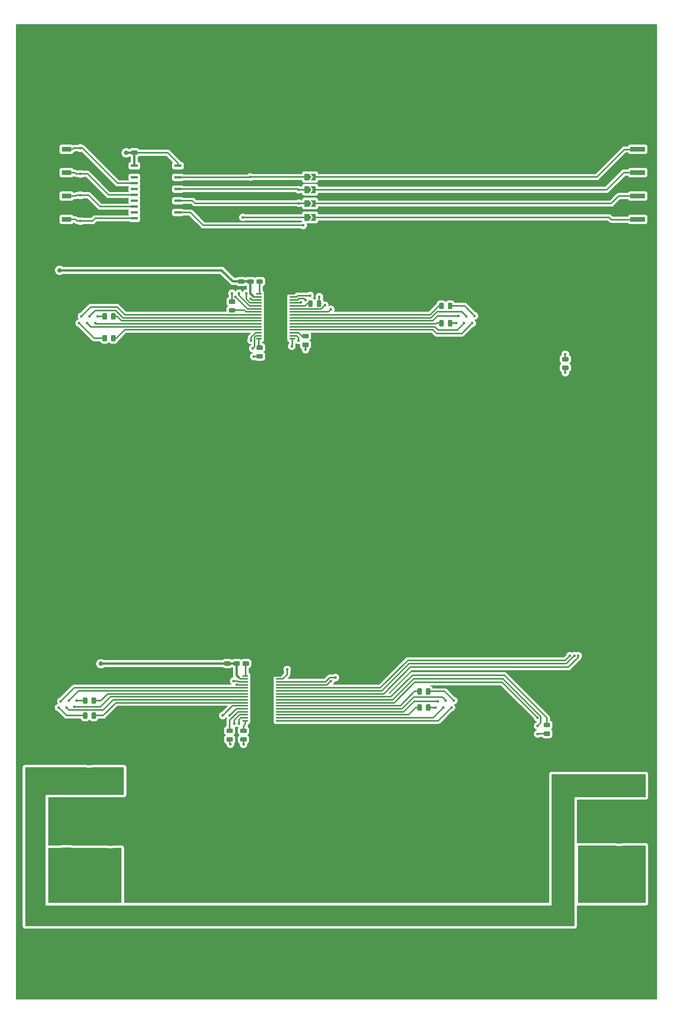
<source format=gbr>
G04 #@! TF.GenerationSoftware,KiCad,Pcbnew,(5.1.4)-1*
G04 #@! TF.CreationDate,2019-11-12T22:01:14+01:00*
G04 #@! TF.ProjectId,Digit_Colon,44696769-745f-4436-9f6c-6f6e2e6b6963,rev?*
G04 #@! TF.SameCoordinates,Original*
G04 #@! TF.FileFunction,Copper,L2,Bot*
G04 #@! TF.FilePolarity,Positive*
%FSLAX46Y46*%
G04 Gerber Fmt 4.6, Leading zero omitted, Abs format (unit mm)*
G04 Created by KiCad (PCBNEW (5.1.4)-1) date 2019-11-12 22:01:14*
%MOMM*%
%LPD*%
G04 APERTURE LIST*
%ADD10C,0.100000*%
%ADD11C,0.975000*%
%ADD12C,0.800000*%
%ADD13C,6.400000*%
%ADD14C,2.100000*%
%ADD15C,0.300000*%
%ADD16R,1.800000X2.500000*%
%ADD17R,0.450000X0.600000*%
%ADD18R,1.500000X0.600000*%
%ADD19R,1.200000X0.400000*%
%ADD20R,5.200000X11.000000*%
%ADD21C,0.600000*%
%ADD22R,3.200000X1.000000*%
%ADD23R,2.000000X1.000000*%
%ADD24C,1.000000*%
%ADD25C,0.300000*%
%ADD26C,0.500000*%
%ADD27C,0.200000*%
G04 APERTURE END LIST*
D10*
G36*
X178980142Y-176826174D02*
G01*
X179003803Y-176829684D01*
X179027007Y-176835496D01*
X179049529Y-176843554D01*
X179071153Y-176853782D01*
X179091670Y-176866079D01*
X179110883Y-176880329D01*
X179128607Y-176896393D01*
X179144671Y-176914117D01*
X179158921Y-176933330D01*
X179171218Y-176953847D01*
X179181446Y-176975471D01*
X179189504Y-176997993D01*
X179195316Y-177021197D01*
X179198826Y-177044858D01*
X179200000Y-177068750D01*
X179200000Y-177556250D01*
X179198826Y-177580142D01*
X179195316Y-177603803D01*
X179189504Y-177627007D01*
X179181446Y-177649529D01*
X179171218Y-177671153D01*
X179158921Y-177691670D01*
X179144671Y-177710883D01*
X179128607Y-177728607D01*
X179110883Y-177744671D01*
X179091670Y-177758921D01*
X179071153Y-177771218D01*
X179049529Y-177781446D01*
X179027007Y-177789504D01*
X179003803Y-177795316D01*
X178980142Y-177798826D01*
X178956250Y-177800000D01*
X178043750Y-177800000D01*
X178019858Y-177798826D01*
X177996197Y-177795316D01*
X177972993Y-177789504D01*
X177950471Y-177781446D01*
X177928847Y-177771218D01*
X177908330Y-177758921D01*
X177889117Y-177744671D01*
X177871393Y-177728607D01*
X177855329Y-177710883D01*
X177841079Y-177691670D01*
X177828782Y-177671153D01*
X177818554Y-177649529D01*
X177810496Y-177627007D01*
X177804684Y-177603803D01*
X177801174Y-177580142D01*
X177800000Y-177556250D01*
X177800000Y-177068750D01*
X177801174Y-177044858D01*
X177804684Y-177021197D01*
X177810496Y-176997993D01*
X177818554Y-176975471D01*
X177828782Y-176953847D01*
X177841079Y-176933330D01*
X177855329Y-176914117D01*
X177871393Y-176896393D01*
X177889117Y-176880329D01*
X177908330Y-176866079D01*
X177928847Y-176853782D01*
X177950471Y-176843554D01*
X177972993Y-176835496D01*
X177996197Y-176829684D01*
X178019858Y-176826174D01*
X178043750Y-176825000D01*
X178956250Y-176825000D01*
X178980142Y-176826174D01*
X178980142Y-176826174D01*
G37*
D11*
X178500000Y-177312500D03*
D10*
G36*
X178980142Y-178701174D02*
G01*
X179003803Y-178704684D01*
X179027007Y-178710496D01*
X179049529Y-178718554D01*
X179071153Y-178728782D01*
X179091670Y-178741079D01*
X179110883Y-178755329D01*
X179128607Y-178771393D01*
X179144671Y-178789117D01*
X179158921Y-178808330D01*
X179171218Y-178828847D01*
X179181446Y-178850471D01*
X179189504Y-178872993D01*
X179195316Y-178896197D01*
X179198826Y-178919858D01*
X179200000Y-178943750D01*
X179200000Y-179431250D01*
X179198826Y-179455142D01*
X179195316Y-179478803D01*
X179189504Y-179502007D01*
X179181446Y-179524529D01*
X179171218Y-179546153D01*
X179158921Y-179566670D01*
X179144671Y-179585883D01*
X179128607Y-179603607D01*
X179110883Y-179619671D01*
X179091670Y-179633921D01*
X179071153Y-179646218D01*
X179049529Y-179656446D01*
X179027007Y-179664504D01*
X179003803Y-179670316D01*
X178980142Y-179673826D01*
X178956250Y-179675000D01*
X178043750Y-179675000D01*
X178019858Y-179673826D01*
X177996197Y-179670316D01*
X177972993Y-179664504D01*
X177950471Y-179656446D01*
X177928847Y-179646218D01*
X177908330Y-179633921D01*
X177889117Y-179619671D01*
X177871393Y-179603607D01*
X177855329Y-179585883D01*
X177841079Y-179566670D01*
X177828782Y-179546153D01*
X177818554Y-179524529D01*
X177810496Y-179502007D01*
X177804684Y-179478803D01*
X177801174Y-179455142D01*
X177800000Y-179431250D01*
X177800000Y-178943750D01*
X177801174Y-178919858D01*
X177804684Y-178896197D01*
X177810496Y-178872993D01*
X177818554Y-178850471D01*
X177828782Y-178828847D01*
X177841079Y-178808330D01*
X177855329Y-178789117D01*
X177871393Y-178771393D01*
X177889117Y-178755329D01*
X177908330Y-178741079D01*
X177928847Y-178728782D01*
X177950471Y-178718554D01*
X177972993Y-178710496D01*
X177996197Y-178704684D01*
X178019858Y-178701174D01*
X178043750Y-178700000D01*
X178956250Y-178700000D01*
X178980142Y-178701174D01*
X178980142Y-178701174D01*
G37*
D11*
X178500000Y-179187500D03*
D10*
G36*
X182980142Y-99201174D02*
G01*
X183003803Y-99204684D01*
X183027007Y-99210496D01*
X183049529Y-99218554D01*
X183071153Y-99228782D01*
X183091670Y-99241079D01*
X183110883Y-99255329D01*
X183128607Y-99271393D01*
X183144671Y-99289117D01*
X183158921Y-99308330D01*
X183171218Y-99328847D01*
X183181446Y-99350471D01*
X183189504Y-99372993D01*
X183195316Y-99396197D01*
X183198826Y-99419858D01*
X183200000Y-99443750D01*
X183200000Y-99931250D01*
X183198826Y-99955142D01*
X183195316Y-99978803D01*
X183189504Y-100002007D01*
X183181446Y-100024529D01*
X183171218Y-100046153D01*
X183158921Y-100066670D01*
X183144671Y-100085883D01*
X183128607Y-100103607D01*
X183110883Y-100119671D01*
X183091670Y-100133921D01*
X183071153Y-100146218D01*
X183049529Y-100156446D01*
X183027007Y-100164504D01*
X183003803Y-100170316D01*
X182980142Y-100173826D01*
X182956250Y-100175000D01*
X182043750Y-100175000D01*
X182019858Y-100173826D01*
X181996197Y-100170316D01*
X181972993Y-100164504D01*
X181950471Y-100156446D01*
X181928847Y-100146218D01*
X181908330Y-100133921D01*
X181889117Y-100119671D01*
X181871393Y-100103607D01*
X181855329Y-100085883D01*
X181841079Y-100066670D01*
X181828782Y-100046153D01*
X181818554Y-100024529D01*
X181810496Y-100002007D01*
X181804684Y-99978803D01*
X181801174Y-99955142D01*
X181800000Y-99931250D01*
X181800000Y-99443750D01*
X181801174Y-99419858D01*
X181804684Y-99396197D01*
X181810496Y-99372993D01*
X181818554Y-99350471D01*
X181828782Y-99328847D01*
X181841079Y-99308330D01*
X181855329Y-99289117D01*
X181871393Y-99271393D01*
X181889117Y-99255329D01*
X181908330Y-99241079D01*
X181928847Y-99228782D01*
X181950471Y-99218554D01*
X181972993Y-99210496D01*
X181996197Y-99204684D01*
X182019858Y-99201174D01*
X182043750Y-99200000D01*
X182956250Y-99200000D01*
X182980142Y-99201174D01*
X182980142Y-99201174D01*
G37*
D11*
X182500000Y-99687500D03*
D10*
G36*
X182980142Y-97326174D02*
G01*
X183003803Y-97329684D01*
X183027007Y-97335496D01*
X183049529Y-97343554D01*
X183071153Y-97353782D01*
X183091670Y-97366079D01*
X183110883Y-97380329D01*
X183128607Y-97396393D01*
X183144671Y-97414117D01*
X183158921Y-97433330D01*
X183171218Y-97453847D01*
X183181446Y-97475471D01*
X183189504Y-97497993D01*
X183195316Y-97521197D01*
X183198826Y-97544858D01*
X183200000Y-97568750D01*
X183200000Y-98056250D01*
X183198826Y-98080142D01*
X183195316Y-98103803D01*
X183189504Y-98127007D01*
X183181446Y-98149529D01*
X183171218Y-98171153D01*
X183158921Y-98191670D01*
X183144671Y-98210883D01*
X183128607Y-98228607D01*
X183110883Y-98244671D01*
X183091670Y-98258921D01*
X183071153Y-98271218D01*
X183049529Y-98281446D01*
X183027007Y-98289504D01*
X183003803Y-98295316D01*
X182980142Y-98298826D01*
X182956250Y-98300000D01*
X182043750Y-98300000D01*
X182019858Y-98298826D01*
X181996197Y-98295316D01*
X181972993Y-98289504D01*
X181950471Y-98281446D01*
X181928847Y-98271218D01*
X181908330Y-98258921D01*
X181889117Y-98244671D01*
X181871393Y-98228607D01*
X181855329Y-98210883D01*
X181841079Y-98191670D01*
X181828782Y-98171153D01*
X181818554Y-98149529D01*
X181810496Y-98127007D01*
X181804684Y-98103803D01*
X181801174Y-98080142D01*
X181800000Y-98056250D01*
X181800000Y-97568750D01*
X181801174Y-97544858D01*
X181804684Y-97521197D01*
X181810496Y-97497993D01*
X181818554Y-97475471D01*
X181828782Y-97453847D01*
X181841079Y-97433330D01*
X181855329Y-97414117D01*
X181871393Y-97396393D01*
X181889117Y-97380329D01*
X181908330Y-97366079D01*
X181928847Y-97353782D01*
X181950471Y-97343554D01*
X181972993Y-97335496D01*
X181996197Y-97329684D01*
X182019858Y-97326174D01*
X182043750Y-97325000D01*
X182956250Y-97325000D01*
X182980142Y-97326174D01*
X182980142Y-97326174D01*
G37*
D11*
X182500000Y-97812500D03*
D10*
G36*
X80205142Y-171301174D02*
G01*
X80228803Y-171304684D01*
X80252007Y-171310496D01*
X80274529Y-171318554D01*
X80296153Y-171328782D01*
X80316670Y-171341079D01*
X80335883Y-171355329D01*
X80353607Y-171371393D01*
X80369671Y-171389117D01*
X80383921Y-171408330D01*
X80396218Y-171428847D01*
X80406446Y-171450471D01*
X80414504Y-171472993D01*
X80420316Y-171496197D01*
X80423826Y-171519858D01*
X80425000Y-171543750D01*
X80425000Y-172456250D01*
X80423826Y-172480142D01*
X80420316Y-172503803D01*
X80414504Y-172527007D01*
X80406446Y-172549529D01*
X80396218Y-172571153D01*
X80383921Y-172591670D01*
X80369671Y-172610883D01*
X80353607Y-172628607D01*
X80335883Y-172644671D01*
X80316670Y-172658921D01*
X80296153Y-172671218D01*
X80274529Y-172681446D01*
X80252007Y-172689504D01*
X80228803Y-172695316D01*
X80205142Y-172698826D01*
X80181250Y-172700000D01*
X79693750Y-172700000D01*
X79669858Y-172698826D01*
X79646197Y-172695316D01*
X79622993Y-172689504D01*
X79600471Y-172681446D01*
X79578847Y-172671218D01*
X79558330Y-172658921D01*
X79539117Y-172644671D01*
X79521393Y-172628607D01*
X79505329Y-172610883D01*
X79491079Y-172591670D01*
X79478782Y-172571153D01*
X79468554Y-172549529D01*
X79460496Y-172527007D01*
X79454684Y-172503803D01*
X79451174Y-172480142D01*
X79450000Y-172456250D01*
X79450000Y-171543750D01*
X79451174Y-171519858D01*
X79454684Y-171496197D01*
X79460496Y-171472993D01*
X79468554Y-171450471D01*
X79478782Y-171428847D01*
X79491079Y-171408330D01*
X79505329Y-171389117D01*
X79521393Y-171371393D01*
X79539117Y-171355329D01*
X79558330Y-171341079D01*
X79578847Y-171328782D01*
X79600471Y-171318554D01*
X79622993Y-171310496D01*
X79646197Y-171304684D01*
X79669858Y-171301174D01*
X79693750Y-171300000D01*
X80181250Y-171300000D01*
X80205142Y-171301174D01*
X80205142Y-171301174D01*
G37*
D11*
X79937500Y-172000000D03*
D10*
G36*
X78330142Y-171301174D02*
G01*
X78353803Y-171304684D01*
X78377007Y-171310496D01*
X78399529Y-171318554D01*
X78421153Y-171328782D01*
X78441670Y-171341079D01*
X78460883Y-171355329D01*
X78478607Y-171371393D01*
X78494671Y-171389117D01*
X78508921Y-171408330D01*
X78521218Y-171428847D01*
X78531446Y-171450471D01*
X78539504Y-171472993D01*
X78545316Y-171496197D01*
X78548826Y-171519858D01*
X78550000Y-171543750D01*
X78550000Y-172456250D01*
X78548826Y-172480142D01*
X78545316Y-172503803D01*
X78539504Y-172527007D01*
X78531446Y-172549529D01*
X78521218Y-172571153D01*
X78508921Y-172591670D01*
X78494671Y-172610883D01*
X78478607Y-172628607D01*
X78460883Y-172644671D01*
X78441670Y-172658921D01*
X78421153Y-172671218D01*
X78399529Y-172681446D01*
X78377007Y-172689504D01*
X78353803Y-172695316D01*
X78330142Y-172698826D01*
X78306250Y-172700000D01*
X77818750Y-172700000D01*
X77794858Y-172698826D01*
X77771197Y-172695316D01*
X77747993Y-172689504D01*
X77725471Y-172681446D01*
X77703847Y-172671218D01*
X77683330Y-172658921D01*
X77664117Y-172644671D01*
X77646393Y-172628607D01*
X77630329Y-172610883D01*
X77616079Y-172591670D01*
X77603782Y-172571153D01*
X77593554Y-172549529D01*
X77585496Y-172527007D01*
X77579684Y-172503803D01*
X77576174Y-172480142D01*
X77575000Y-172456250D01*
X77575000Y-171543750D01*
X77576174Y-171519858D01*
X77579684Y-171496197D01*
X77585496Y-171472993D01*
X77593554Y-171450471D01*
X77603782Y-171428847D01*
X77616079Y-171408330D01*
X77630329Y-171389117D01*
X77646393Y-171371393D01*
X77664117Y-171355329D01*
X77683330Y-171341079D01*
X77703847Y-171328782D01*
X77725471Y-171318554D01*
X77747993Y-171310496D01*
X77771197Y-171304684D01*
X77794858Y-171301174D01*
X77818750Y-171300000D01*
X78306250Y-171300000D01*
X78330142Y-171301174D01*
X78330142Y-171301174D01*
G37*
D11*
X78062500Y-172000000D03*
D10*
G36*
X80205142Y-174551174D02*
G01*
X80228803Y-174554684D01*
X80252007Y-174560496D01*
X80274529Y-174568554D01*
X80296153Y-174578782D01*
X80316670Y-174591079D01*
X80335883Y-174605329D01*
X80353607Y-174621393D01*
X80369671Y-174639117D01*
X80383921Y-174658330D01*
X80396218Y-174678847D01*
X80406446Y-174700471D01*
X80414504Y-174722993D01*
X80420316Y-174746197D01*
X80423826Y-174769858D01*
X80425000Y-174793750D01*
X80425000Y-175706250D01*
X80423826Y-175730142D01*
X80420316Y-175753803D01*
X80414504Y-175777007D01*
X80406446Y-175799529D01*
X80396218Y-175821153D01*
X80383921Y-175841670D01*
X80369671Y-175860883D01*
X80353607Y-175878607D01*
X80335883Y-175894671D01*
X80316670Y-175908921D01*
X80296153Y-175921218D01*
X80274529Y-175931446D01*
X80252007Y-175939504D01*
X80228803Y-175945316D01*
X80205142Y-175948826D01*
X80181250Y-175950000D01*
X79693750Y-175950000D01*
X79669858Y-175948826D01*
X79646197Y-175945316D01*
X79622993Y-175939504D01*
X79600471Y-175931446D01*
X79578847Y-175921218D01*
X79558330Y-175908921D01*
X79539117Y-175894671D01*
X79521393Y-175878607D01*
X79505329Y-175860883D01*
X79491079Y-175841670D01*
X79478782Y-175821153D01*
X79468554Y-175799529D01*
X79460496Y-175777007D01*
X79454684Y-175753803D01*
X79451174Y-175730142D01*
X79450000Y-175706250D01*
X79450000Y-174793750D01*
X79451174Y-174769858D01*
X79454684Y-174746197D01*
X79460496Y-174722993D01*
X79468554Y-174700471D01*
X79478782Y-174678847D01*
X79491079Y-174658330D01*
X79505329Y-174639117D01*
X79521393Y-174621393D01*
X79539117Y-174605329D01*
X79558330Y-174591079D01*
X79578847Y-174578782D01*
X79600471Y-174568554D01*
X79622993Y-174560496D01*
X79646197Y-174554684D01*
X79669858Y-174551174D01*
X79693750Y-174550000D01*
X80181250Y-174550000D01*
X80205142Y-174551174D01*
X80205142Y-174551174D01*
G37*
D11*
X79937500Y-175250000D03*
D10*
G36*
X78330142Y-174551174D02*
G01*
X78353803Y-174554684D01*
X78377007Y-174560496D01*
X78399529Y-174568554D01*
X78421153Y-174578782D01*
X78441670Y-174591079D01*
X78460883Y-174605329D01*
X78478607Y-174621393D01*
X78494671Y-174639117D01*
X78508921Y-174658330D01*
X78521218Y-174678847D01*
X78531446Y-174700471D01*
X78539504Y-174722993D01*
X78545316Y-174746197D01*
X78548826Y-174769858D01*
X78550000Y-174793750D01*
X78550000Y-175706250D01*
X78548826Y-175730142D01*
X78545316Y-175753803D01*
X78539504Y-175777007D01*
X78531446Y-175799529D01*
X78521218Y-175821153D01*
X78508921Y-175841670D01*
X78494671Y-175860883D01*
X78478607Y-175878607D01*
X78460883Y-175894671D01*
X78441670Y-175908921D01*
X78421153Y-175921218D01*
X78399529Y-175931446D01*
X78377007Y-175939504D01*
X78353803Y-175945316D01*
X78330142Y-175948826D01*
X78306250Y-175950000D01*
X77818750Y-175950000D01*
X77794858Y-175948826D01*
X77771197Y-175945316D01*
X77747993Y-175939504D01*
X77725471Y-175931446D01*
X77703847Y-175921218D01*
X77683330Y-175908921D01*
X77664117Y-175894671D01*
X77646393Y-175878607D01*
X77630329Y-175860883D01*
X77616079Y-175841670D01*
X77603782Y-175821153D01*
X77593554Y-175799529D01*
X77585496Y-175777007D01*
X77579684Y-175753803D01*
X77576174Y-175730142D01*
X77575000Y-175706250D01*
X77575000Y-174793750D01*
X77576174Y-174769858D01*
X77579684Y-174746197D01*
X77585496Y-174722993D01*
X77593554Y-174700471D01*
X77603782Y-174678847D01*
X77616079Y-174658330D01*
X77630329Y-174639117D01*
X77646393Y-174621393D01*
X77664117Y-174605329D01*
X77683330Y-174591079D01*
X77703847Y-174578782D01*
X77725471Y-174568554D01*
X77747993Y-174560496D01*
X77771197Y-174554684D01*
X77794858Y-174551174D01*
X77818750Y-174550000D01*
X78306250Y-174550000D01*
X78330142Y-174551174D01*
X78330142Y-174551174D01*
G37*
D11*
X78062500Y-175250000D03*
D10*
G36*
X109980142Y-178076174D02*
G01*
X110003803Y-178079684D01*
X110027007Y-178085496D01*
X110049529Y-178093554D01*
X110071153Y-178103782D01*
X110091670Y-178116079D01*
X110110883Y-178130329D01*
X110128607Y-178146393D01*
X110144671Y-178164117D01*
X110158921Y-178183330D01*
X110171218Y-178203847D01*
X110181446Y-178225471D01*
X110189504Y-178247993D01*
X110195316Y-178271197D01*
X110198826Y-178294858D01*
X110200000Y-178318750D01*
X110200000Y-178806250D01*
X110198826Y-178830142D01*
X110195316Y-178853803D01*
X110189504Y-178877007D01*
X110181446Y-178899529D01*
X110171218Y-178921153D01*
X110158921Y-178941670D01*
X110144671Y-178960883D01*
X110128607Y-178978607D01*
X110110883Y-178994671D01*
X110091670Y-179008921D01*
X110071153Y-179021218D01*
X110049529Y-179031446D01*
X110027007Y-179039504D01*
X110003803Y-179045316D01*
X109980142Y-179048826D01*
X109956250Y-179050000D01*
X109043750Y-179050000D01*
X109019858Y-179048826D01*
X108996197Y-179045316D01*
X108972993Y-179039504D01*
X108950471Y-179031446D01*
X108928847Y-179021218D01*
X108908330Y-179008921D01*
X108889117Y-178994671D01*
X108871393Y-178978607D01*
X108855329Y-178960883D01*
X108841079Y-178941670D01*
X108828782Y-178921153D01*
X108818554Y-178899529D01*
X108810496Y-178877007D01*
X108804684Y-178853803D01*
X108801174Y-178830142D01*
X108800000Y-178806250D01*
X108800000Y-178318750D01*
X108801174Y-178294858D01*
X108804684Y-178271197D01*
X108810496Y-178247993D01*
X108818554Y-178225471D01*
X108828782Y-178203847D01*
X108841079Y-178183330D01*
X108855329Y-178164117D01*
X108871393Y-178146393D01*
X108889117Y-178130329D01*
X108908330Y-178116079D01*
X108928847Y-178103782D01*
X108950471Y-178093554D01*
X108972993Y-178085496D01*
X108996197Y-178079684D01*
X109019858Y-178076174D01*
X109043750Y-178075000D01*
X109956250Y-178075000D01*
X109980142Y-178076174D01*
X109980142Y-178076174D01*
G37*
D11*
X109500000Y-178562500D03*
D10*
G36*
X109980142Y-179951174D02*
G01*
X110003803Y-179954684D01*
X110027007Y-179960496D01*
X110049529Y-179968554D01*
X110071153Y-179978782D01*
X110091670Y-179991079D01*
X110110883Y-180005329D01*
X110128607Y-180021393D01*
X110144671Y-180039117D01*
X110158921Y-180058330D01*
X110171218Y-180078847D01*
X110181446Y-180100471D01*
X110189504Y-180122993D01*
X110195316Y-180146197D01*
X110198826Y-180169858D01*
X110200000Y-180193750D01*
X110200000Y-180681250D01*
X110198826Y-180705142D01*
X110195316Y-180728803D01*
X110189504Y-180752007D01*
X110181446Y-180774529D01*
X110171218Y-180796153D01*
X110158921Y-180816670D01*
X110144671Y-180835883D01*
X110128607Y-180853607D01*
X110110883Y-180869671D01*
X110091670Y-180883921D01*
X110071153Y-180896218D01*
X110049529Y-180906446D01*
X110027007Y-180914504D01*
X110003803Y-180920316D01*
X109980142Y-180923826D01*
X109956250Y-180925000D01*
X109043750Y-180925000D01*
X109019858Y-180923826D01*
X108996197Y-180920316D01*
X108972993Y-180914504D01*
X108950471Y-180906446D01*
X108928847Y-180896218D01*
X108908330Y-180883921D01*
X108889117Y-180869671D01*
X108871393Y-180853607D01*
X108855329Y-180835883D01*
X108841079Y-180816670D01*
X108828782Y-180796153D01*
X108818554Y-180774529D01*
X108810496Y-180752007D01*
X108804684Y-180728803D01*
X108801174Y-180705142D01*
X108800000Y-180681250D01*
X108800000Y-180193750D01*
X108801174Y-180169858D01*
X108804684Y-180146197D01*
X108810496Y-180122993D01*
X108818554Y-180100471D01*
X108828782Y-180078847D01*
X108841079Y-180058330D01*
X108855329Y-180039117D01*
X108871393Y-180021393D01*
X108889117Y-180005329D01*
X108908330Y-179991079D01*
X108928847Y-179978782D01*
X108950471Y-179968554D01*
X108972993Y-179960496D01*
X108996197Y-179954684D01*
X109019858Y-179951174D01*
X109043750Y-179950000D01*
X109956250Y-179950000D01*
X109980142Y-179951174D01*
X109980142Y-179951174D01*
G37*
D11*
X109500000Y-180437500D03*
D10*
G36*
X112980142Y-178076174D02*
G01*
X113003803Y-178079684D01*
X113027007Y-178085496D01*
X113049529Y-178093554D01*
X113071153Y-178103782D01*
X113091670Y-178116079D01*
X113110883Y-178130329D01*
X113128607Y-178146393D01*
X113144671Y-178164117D01*
X113158921Y-178183330D01*
X113171218Y-178203847D01*
X113181446Y-178225471D01*
X113189504Y-178247993D01*
X113195316Y-178271197D01*
X113198826Y-178294858D01*
X113200000Y-178318750D01*
X113200000Y-178806250D01*
X113198826Y-178830142D01*
X113195316Y-178853803D01*
X113189504Y-178877007D01*
X113181446Y-178899529D01*
X113171218Y-178921153D01*
X113158921Y-178941670D01*
X113144671Y-178960883D01*
X113128607Y-178978607D01*
X113110883Y-178994671D01*
X113091670Y-179008921D01*
X113071153Y-179021218D01*
X113049529Y-179031446D01*
X113027007Y-179039504D01*
X113003803Y-179045316D01*
X112980142Y-179048826D01*
X112956250Y-179050000D01*
X112043750Y-179050000D01*
X112019858Y-179048826D01*
X111996197Y-179045316D01*
X111972993Y-179039504D01*
X111950471Y-179031446D01*
X111928847Y-179021218D01*
X111908330Y-179008921D01*
X111889117Y-178994671D01*
X111871393Y-178978607D01*
X111855329Y-178960883D01*
X111841079Y-178941670D01*
X111828782Y-178921153D01*
X111818554Y-178899529D01*
X111810496Y-178877007D01*
X111804684Y-178853803D01*
X111801174Y-178830142D01*
X111800000Y-178806250D01*
X111800000Y-178318750D01*
X111801174Y-178294858D01*
X111804684Y-178271197D01*
X111810496Y-178247993D01*
X111818554Y-178225471D01*
X111828782Y-178203847D01*
X111841079Y-178183330D01*
X111855329Y-178164117D01*
X111871393Y-178146393D01*
X111889117Y-178130329D01*
X111908330Y-178116079D01*
X111928847Y-178103782D01*
X111950471Y-178093554D01*
X111972993Y-178085496D01*
X111996197Y-178079684D01*
X112019858Y-178076174D01*
X112043750Y-178075000D01*
X112956250Y-178075000D01*
X112980142Y-178076174D01*
X112980142Y-178076174D01*
G37*
D11*
X112500000Y-178562500D03*
D10*
G36*
X112980142Y-179951174D02*
G01*
X113003803Y-179954684D01*
X113027007Y-179960496D01*
X113049529Y-179968554D01*
X113071153Y-179978782D01*
X113091670Y-179991079D01*
X113110883Y-180005329D01*
X113128607Y-180021393D01*
X113144671Y-180039117D01*
X113158921Y-180058330D01*
X113171218Y-180078847D01*
X113181446Y-180100471D01*
X113189504Y-180122993D01*
X113195316Y-180146197D01*
X113198826Y-180169858D01*
X113200000Y-180193750D01*
X113200000Y-180681250D01*
X113198826Y-180705142D01*
X113195316Y-180728803D01*
X113189504Y-180752007D01*
X113181446Y-180774529D01*
X113171218Y-180796153D01*
X113158921Y-180816670D01*
X113144671Y-180835883D01*
X113128607Y-180853607D01*
X113110883Y-180869671D01*
X113091670Y-180883921D01*
X113071153Y-180896218D01*
X113049529Y-180906446D01*
X113027007Y-180914504D01*
X113003803Y-180920316D01*
X112980142Y-180923826D01*
X112956250Y-180925000D01*
X112043750Y-180925000D01*
X112019858Y-180923826D01*
X111996197Y-180920316D01*
X111972993Y-180914504D01*
X111950471Y-180906446D01*
X111928847Y-180896218D01*
X111908330Y-180883921D01*
X111889117Y-180869671D01*
X111871393Y-180853607D01*
X111855329Y-180835883D01*
X111841079Y-180816670D01*
X111828782Y-180796153D01*
X111818554Y-180774529D01*
X111810496Y-180752007D01*
X111804684Y-180728803D01*
X111801174Y-180705142D01*
X111800000Y-180681250D01*
X111800000Y-180193750D01*
X111801174Y-180169858D01*
X111804684Y-180146197D01*
X111810496Y-180122993D01*
X111818554Y-180100471D01*
X111828782Y-180078847D01*
X111841079Y-180058330D01*
X111855329Y-180039117D01*
X111871393Y-180021393D01*
X111889117Y-180005329D01*
X111908330Y-179991079D01*
X111928847Y-179978782D01*
X111950471Y-179968554D01*
X111972993Y-179960496D01*
X111996197Y-179954684D01*
X112019858Y-179951174D01*
X112043750Y-179950000D01*
X112956250Y-179950000D01*
X112980142Y-179951174D01*
X112980142Y-179951174D01*
G37*
D11*
X112500000Y-180437500D03*
D10*
G36*
X151080142Y-172801174D02*
G01*
X151103803Y-172804684D01*
X151127007Y-172810496D01*
X151149529Y-172818554D01*
X151171153Y-172828782D01*
X151191670Y-172841079D01*
X151210883Y-172855329D01*
X151228607Y-172871393D01*
X151244671Y-172889117D01*
X151258921Y-172908330D01*
X151271218Y-172928847D01*
X151281446Y-172950471D01*
X151289504Y-172972993D01*
X151295316Y-172996197D01*
X151298826Y-173019858D01*
X151300000Y-173043750D01*
X151300000Y-173956250D01*
X151298826Y-173980142D01*
X151295316Y-174003803D01*
X151289504Y-174027007D01*
X151281446Y-174049529D01*
X151271218Y-174071153D01*
X151258921Y-174091670D01*
X151244671Y-174110883D01*
X151228607Y-174128607D01*
X151210883Y-174144671D01*
X151191670Y-174158921D01*
X151171153Y-174171218D01*
X151149529Y-174181446D01*
X151127007Y-174189504D01*
X151103803Y-174195316D01*
X151080142Y-174198826D01*
X151056250Y-174200000D01*
X150568750Y-174200000D01*
X150544858Y-174198826D01*
X150521197Y-174195316D01*
X150497993Y-174189504D01*
X150475471Y-174181446D01*
X150453847Y-174171218D01*
X150433330Y-174158921D01*
X150414117Y-174144671D01*
X150396393Y-174128607D01*
X150380329Y-174110883D01*
X150366079Y-174091670D01*
X150353782Y-174071153D01*
X150343554Y-174049529D01*
X150335496Y-174027007D01*
X150329684Y-174003803D01*
X150326174Y-173980142D01*
X150325000Y-173956250D01*
X150325000Y-173043750D01*
X150326174Y-173019858D01*
X150329684Y-172996197D01*
X150335496Y-172972993D01*
X150343554Y-172950471D01*
X150353782Y-172928847D01*
X150366079Y-172908330D01*
X150380329Y-172889117D01*
X150396393Y-172871393D01*
X150414117Y-172855329D01*
X150433330Y-172841079D01*
X150453847Y-172828782D01*
X150475471Y-172818554D01*
X150497993Y-172810496D01*
X150521197Y-172804684D01*
X150544858Y-172801174D01*
X150568750Y-172800000D01*
X151056250Y-172800000D01*
X151080142Y-172801174D01*
X151080142Y-172801174D01*
G37*
D11*
X150812500Y-173500000D03*
D10*
G36*
X152955142Y-172801174D02*
G01*
X152978803Y-172804684D01*
X153002007Y-172810496D01*
X153024529Y-172818554D01*
X153046153Y-172828782D01*
X153066670Y-172841079D01*
X153085883Y-172855329D01*
X153103607Y-172871393D01*
X153119671Y-172889117D01*
X153133921Y-172908330D01*
X153146218Y-172928847D01*
X153156446Y-172950471D01*
X153164504Y-172972993D01*
X153170316Y-172996197D01*
X153173826Y-173019858D01*
X153175000Y-173043750D01*
X153175000Y-173956250D01*
X153173826Y-173980142D01*
X153170316Y-174003803D01*
X153164504Y-174027007D01*
X153156446Y-174049529D01*
X153146218Y-174071153D01*
X153133921Y-174091670D01*
X153119671Y-174110883D01*
X153103607Y-174128607D01*
X153085883Y-174144671D01*
X153066670Y-174158921D01*
X153046153Y-174171218D01*
X153024529Y-174181446D01*
X153002007Y-174189504D01*
X152978803Y-174195316D01*
X152955142Y-174198826D01*
X152931250Y-174200000D01*
X152443750Y-174200000D01*
X152419858Y-174198826D01*
X152396197Y-174195316D01*
X152372993Y-174189504D01*
X152350471Y-174181446D01*
X152328847Y-174171218D01*
X152308330Y-174158921D01*
X152289117Y-174144671D01*
X152271393Y-174128607D01*
X152255329Y-174110883D01*
X152241079Y-174091670D01*
X152228782Y-174071153D01*
X152218554Y-174049529D01*
X152210496Y-174027007D01*
X152204684Y-174003803D01*
X152201174Y-173980142D01*
X152200000Y-173956250D01*
X152200000Y-173043750D01*
X152201174Y-173019858D01*
X152204684Y-172996197D01*
X152210496Y-172972993D01*
X152218554Y-172950471D01*
X152228782Y-172928847D01*
X152241079Y-172908330D01*
X152255329Y-172889117D01*
X152271393Y-172871393D01*
X152289117Y-172855329D01*
X152308330Y-172841079D01*
X152328847Y-172828782D01*
X152350471Y-172818554D01*
X152372993Y-172810496D01*
X152396197Y-172804684D01*
X152419858Y-172801174D01*
X152443750Y-172800000D01*
X152931250Y-172800000D01*
X152955142Y-172801174D01*
X152955142Y-172801174D01*
G37*
D11*
X152687500Y-173500000D03*
D10*
G36*
X151080142Y-169301174D02*
G01*
X151103803Y-169304684D01*
X151127007Y-169310496D01*
X151149529Y-169318554D01*
X151171153Y-169328782D01*
X151191670Y-169341079D01*
X151210883Y-169355329D01*
X151228607Y-169371393D01*
X151244671Y-169389117D01*
X151258921Y-169408330D01*
X151271218Y-169428847D01*
X151281446Y-169450471D01*
X151289504Y-169472993D01*
X151295316Y-169496197D01*
X151298826Y-169519858D01*
X151300000Y-169543750D01*
X151300000Y-170456250D01*
X151298826Y-170480142D01*
X151295316Y-170503803D01*
X151289504Y-170527007D01*
X151281446Y-170549529D01*
X151271218Y-170571153D01*
X151258921Y-170591670D01*
X151244671Y-170610883D01*
X151228607Y-170628607D01*
X151210883Y-170644671D01*
X151191670Y-170658921D01*
X151171153Y-170671218D01*
X151149529Y-170681446D01*
X151127007Y-170689504D01*
X151103803Y-170695316D01*
X151080142Y-170698826D01*
X151056250Y-170700000D01*
X150568750Y-170700000D01*
X150544858Y-170698826D01*
X150521197Y-170695316D01*
X150497993Y-170689504D01*
X150475471Y-170681446D01*
X150453847Y-170671218D01*
X150433330Y-170658921D01*
X150414117Y-170644671D01*
X150396393Y-170628607D01*
X150380329Y-170610883D01*
X150366079Y-170591670D01*
X150353782Y-170571153D01*
X150343554Y-170549529D01*
X150335496Y-170527007D01*
X150329684Y-170503803D01*
X150326174Y-170480142D01*
X150325000Y-170456250D01*
X150325000Y-169543750D01*
X150326174Y-169519858D01*
X150329684Y-169496197D01*
X150335496Y-169472993D01*
X150343554Y-169450471D01*
X150353782Y-169428847D01*
X150366079Y-169408330D01*
X150380329Y-169389117D01*
X150396393Y-169371393D01*
X150414117Y-169355329D01*
X150433330Y-169341079D01*
X150453847Y-169328782D01*
X150475471Y-169318554D01*
X150497993Y-169310496D01*
X150521197Y-169304684D01*
X150544858Y-169301174D01*
X150568750Y-169300000D01*
X151056250Y-169300000D01*
X151080142Y-169301174D01*
X151080142Y-169301174D01*
G37*
D11*
X150812500Y-170000000D03*
D10*
G36*
X152955142Y-169301174D02*
G01*
X152978803Y-169304684D01*
X153002007Y-169310496D01*
X153024529Y-169318554D01*
X153046153Y-169328782D01*
X153066670Y-169341079D01*
X153085883Y-169355329D01*
X153103607Y-169371393D01*
X153119671Y-169389117D01*
X153133921Y-169408330D01*
X153146218Y-169428847D01*
X153156446Y-169450471D01*
X153164504Y-169472993D01*
X153170316Y-169496197D01*
X153173826Y-169519858D01*
X153175000Y-169543750D01*
X153175000Y-170456250D01*
X153173826Y-170480142D01*
X153170316Y-170503803D01*
X153164504Y-170527007D01*
X153156446Y-170549529D01*
X153146218Y-170571153D01*
X153133921Y-170591670D01*
X153119671Y-170610883D01*
X153103607Y-170628607D01*
X153085883Y-170644671D01*
X153066670Y-170658921D01*
X153046153Y-170671218D01*
X153024529Y-170681446D01*
X153002007Y-170689504D01*
X152978803Y-170695316D01*
X152955142Y-170698826D01*
X152931250Y-170700000D01*
X152443750Y-170700000D01*
X152419858Y-170698826D01*
X152396197Y-170695316D01*
X152372993Y-170689504D01*
X152350471Y-170681446D01*
X152328847Y-170671218D01*
X152308330Y-170658921D01*
X152289117Y-170644671D01*
X152271393Y-170628607D01*
X152255329Y-170610883D01*
X152241079Y-170591670D01*
X152228782Y-170571153D01*
X152218554Y-170549529D01*
X152210496Y-170527007D01*
X152204684Y-170503803D01*
X152201174Y-170480142D01*
X152200000Y-170456250D01*
X152200000Y-169543750D01*
X152201174Y-169519858D01*
X152204684Y-169496197D01*
X152210496Y-169472993D01*
X152218554Y-169450471D01*
X152228782Y-169428847D01*
X152241079Y-169408330D01*
X152255329Y-169389117D01*
X152271393Y-169371393D01*
X152289117Y-169355329D01*
X152308330Y-169341079D01*
X152328847Y-169328782D01*
X152350471Y-169318554D01*
X152372993Y-169310496D01*
X152396197Y-169304684D01*
X152419858Y-169301174D01*
X152443750Y-169300000D01*
X152931250Y-169300000D01*
X152955142Y-169301174D01*
X152955142Y-169301174D01*
G37*
D11*
X152687500Y-170000000D03*
D10*
G36*
X110480142Y-86701174D02*
G01*
X110503803Y-86704684D01*
X110527007Y-86710496D01*
X110549529Y-86718554D01*
X110571153Y-86728782D01*
X110591670Y-86741079D01*
X110610883Y-86755329D01*
X110628607Y-86771393D01*
X110644671Y-86789117D01*
X110658921Y-86808330D01*
X110671218Y-86828847D01*
X110681446Y-86850471D01*
X110689504Y-86872993D01*
X110695316Y-86896197D01*
X110698826Y-86919858D01*
X110700000Y-86943750D01*
X110700000Y-87431250D01*
X110698826Y-87455142D01*
X110695316Y-87478803D01*
X110689504Y-87502007D01*
X110681446Y-87524529D01*
X110671218Y-87546153D01*
X110658921Y-87566670D01*
X110644671Y-87585883D01*
X110628607Y-87603607D01*
X110610883Y-87619671D01*
X110591670Y-87633921D01*
X110571153Y-87646218D01*
X110549529Y-87656446D01*
X110527007Y-87664504D01*
X110503803Y-87670316D01*
X110480142Y-87673826D01*
X110456250Y-87675000D01*
X109543750Y-87675000D01*
X109519858Y-87673826D01*
X109496197Y-87670316D01*
X109472993Y-87664504D01*
X109450471Y-87656446D01*
X109428847Y-87646218D01*
X109408330Y-87633921D01*
X109389117Y-87619671D01*
X109371393Y-87603607D01*
X109355329Y-87585883D01*
X109341079Y-87566670D01*
X109328782Y-87546153D01*
X109318554Y-87524529D01*
X109310496Y-87502007D01*
X109304684Y-87478803D01*
X109301174Y-87455142D01*
X109300000Y-87431250D01*
X109300000Y-86943750D01*
X109301174Y-86919858D01*
X109304684Y-86896197D01*
X109310496Y-86872993D01*
X109318554Y-86850471D01*
X109328782Y-86828847D01*
X109341079Y-86808330D01*
X109355329Y-86789117D01*
X109371393Y-86771393D01*
X109389117Y-86755329D01*
X109408330Y-86741079D01*
X109428847Y-86728782D01*
X109450471Y-86718554D01*
X109472993Y-86710496D01*
X109496197Y-86704684D01*
X109519858Y-86701174D01*
X109543750Y-86700000D01*
X110456250Y-86700000D01*
X110480142Y-86701174D01*
X110480142Y-86701174D01*
G37*
D11*
X110000000Y-87187500D03*
D10*
G36*
X110480142Y-84826174D02*
G01*
X110503803Y-84829684D01*
X110527007Y-84835496D01*
X110549529Y-84843554D01*
X110571153Y-84853782D01*
X110591670Y-84866079D01*
X110610883Y-84880329D01*
X110628607Y-84896393D01*
X110644671Y-84914117D01*
X110658921Y-84933330D01*
X110671218Y-84953847D01*
X110681446Y-84975471D01*
X110689504Y-84997993D01*
X110695316Y-85021197D01*
X110698826Y-85044858D01*
X110700000Y-85068750D01*
X110700000Y-85556250D01*
X110698826Y-85580142D01*
X110695316Y-85603803D01*
X110689504Y-85627007D01*
X110681446Y-85649529D01*
X110671218Y-85671153D01*
X110658921Y-85691670D01*
X110644671Y-85710883D01*
X110628607Y-85728607D01*
X110610883Y-85744671D01*
X110591670Y-85758921D01*
X110571153Y-85771218D01*
X110549529Y-85781446D01*
X110527007Y-85789504D01*
X110503803Y-85795316D01*
X110480142Y-85798826D01*
X110456250Y-85800000D01*
X109543750Y-85800000D01*
X109519858Y-85798826D01*
X109496197Y-85795316D01*
X109472993Y-85789504D01*
X109450471Y-85781446D01*
X109428847Y-85771218D01*
X109408330Y-85758921D01*
X109389117Y-85744671D01*
X109371393Y-85728607D01*
X109355329Y-85710883D01*
X109341079Y-85691670D01*
X109328782Y-85671153D01*
X109318554Y-85649529D01*
X109310496Y-85627007D01*
X109304684Y-85603803D01*
X109301174Y-85580142D01*
X109300000Y-85556250D01*
X109300000Y-85068750D01*
X109301174Y-85044858D01*
X109304684Y-85021197D01*
X109310496Y-84997993D01*
X109318554Y-84975471D01*
X109328782Y-84953847D01*
X109341079Y-84933330D01*
X109355329Y-84914117D01*
X109371393Y-84896393D01*
X109389117Y-84880329D01*
X109408330Y-84866079D01*
X109428847Y-84853782D01*
X109450471Y-84843554D01*
X109472993Y-84835496D01*
X109496197Y-84829684D01*
X109519858Y-84826174D01*
X109543750Y-84825000D01*
X110456250Y-84825000D01*
X110480142Y-84826174D01*
X110480142Y-84826174D01*
G37*
D11*
X110000000Y-85312500D03*
D10*
G36*
X84455142Y-87801174D02*
G01*
X84478803Y-87804684D01*
X84502007Y-87810496D01*
X84524529Y-87818554D01*
X84546153Y-87828782D01*
X84566670Y-87841079D01*
X84585883Y-87855329D01*
X84603607Y-87871393D01*
X84619671Y-87889117D01*
X84633921Y-87908330D01*
X84646218Y-87928847D01*
X84656446Y-87950471D01*
X84664504Y-87972993D01*
X84670316Y-87996197D01*
X84673826Y-88019858D01*
X84675000Y-88043750D01*
X84675000Y-88956250D01*
X84673826Y-88980142D01*
X84670316Y-89003803D01*
X84664504Y-89027007D01*
X84656446Y-89049529D01*
X84646218Y-89071153D01*
X84633921Y-89091670D01*
X84619671Y-89110883D01*
X84603607Y-89128607D01*
X84585883Y-89144671D01*
X84566670Y-89158921D01*
X84546153Y-89171218D01*
X84524529Y-89181446D01*
X84502007Y-89189504D01*
X84478803Y-89195316D01*
X84455142Y-89198826D01*
X84431250Y-89200000D01*
X83943750Y-89200000D01*
X83919858Y-89198826D01*
X83896197Y-89195316D01*
X83872993Y-89189504D01*
X83850471Y-89181446D01*
X83828847Y-89171218D01*
X83808330Y-89158921D01*
X83789117Y-89144671D01*
X83771393Y-89128607D01*
X83755329Y-89110883D01*
X83741079Y-89091670D01*
X83728782Y-89071153D01*
X83718554Y-89049529D01*
X83710496Y-89027007D01*
X83704684Y-89003803D01*
X83701174Y-88980142D01*
X83700000Y-88956250D01*
X83700000Y-88043750D01*
X83701174Y-88019858D01*
X83704684Y-87996197D01*
X83710496Y-87972993D01*
X83718554Y-87950471D01*
X83728782Y-87928847D01*
X83741079Y-87908330D01*
X83755329Y-87889117D01*
X83771393Y-87871393D01*
X83789117Y-87855329D01*
X83808330Y-87841079D01*
X83828847Y-87828782D01*
X83850471Y-87818554D01*
X83872993Y-87810496D01*
X83896197Y-87804684D01*
X83919858Y-87801174D01*
X83943750Y-87800000D01*
X84431250Y-87800000D01*
X84455142Y-87801174D01*
X84455142Y-87801174D01*
G37*
D11*
X84187500Y-88500000D03*
D10*
G36*
X82580142Y-87801174D02*
G01*
X82603803Y-87804684D01*
X82627007Y-87810496D01*
X82649529Y-87818554D01*
X82671153Y-87828782D01*
X82691670Y-87841079D01*
X82710883Y-87855329D01*
X82728607Y-87871393D01*
X82744671Y-87889117D01*
X82758921Y-87908330D01*
X82771218Y-87928847D01*
X82781446Y-87950471D01*
X82789504Y-87972993D01*
X82795316Y-87996197D01*
X82798826Y-88019858D01*
X82800000Y-88043750D01*
X82800000Y-88956250D01*
X82798826Y-88980142D01*
X82795316Y-89003803D01*
X82789504Y-89027007D01*
X82781446Y-89049529D01*
X82771218Y-89071153D01*
X82758921Y-89091670D01*
X82744671Y-89110883D01*
X82728607Y-89128607D01*
X82710883Y-89144671D01*
X82691670Y-89158921D01*
X82671153Y-89171218D01*
X82649529Y-89181446D01*
X82627007Y-89189504D01*
X82603803Y-89195316D01*
X82580142Y-89198826D01*
X82556250Y-89200000D01*
X82068750Y-89200000D01*
X82044858Y-89198826D01*
X82021197Y-89195316D01*
X81997993Y-89189504D01*
X81975471Y-89181446D01*
X81953847Y-89171218D01*
X81933330Y-89158921D01*
X81914117Y-89144671D01*
X81896393Y-89128607D01*
X81880329Y-89110883D01*
X81866079Y-89091670D01*
X81853782Y-89071153D01*
X81843554Y-89049529D01*
X81835496Y-89027007D01*
X81829684Y-89003803D01*
X81826174Y-88980142D01*
X81825000Y-88956250D01*
X81825000Y-88043750D01*
X81826174Y-88019858D01*
X81829684Y-87996197D01*
X81835496Y-87972993D01*
X81843554Y-87950471D01*
X81853782Y-87928847D01*
X81866079Y-87908330D01*
X81880329Y-87889117D01*
X81896393Y-87871393D01*
X81914117Y-87855329D01*
X81933330Y-87841079D01*
X81953847Y-87828782D01*
X81975471Y-87818554D01*
X81997993Y-87810496D01*
X82021197Y-87804684D01*
X82044858Y-87801174D01*
X82068750Y-87800000D01*
X82556250Y-87800000D01*
X82580142Y-87801174D01*
X82580142Y-87801174D01*
G37*
D11*
X82312500Y-88500000D03*
D10*
G36*
X84455142Y-92551174D02*
G01*
X84478803Y-92554684D01*
X84502007Y-92560496D01*
X84524529Y-92568554D01*
X84546153Y-92578782D01*
X84566670Y-92591079D01*
X84585883Y-92605329D01*
X84603607Y-92621393D01*
X84619671Y-92639117D01*
X84633921Y-92658330D01*
X84646218Y-92678847D01*
X84656446Y-92700471D01*
X84664504Y-92722993D01*
X84670316Y-92746197D01*
X84673826Y-92769858D01*
X84675000Y-92793750D01*
X84675000Y-93706250D01*
X84673826Y-93730142D01*
X84670316Y-93753803D01*
X84664504Y-93777007D01*
X84656446Y-93799529D01*
X84646218Y-93821153D01*
X84633921Y-93841670D01*
X84619671Y-93860883D01*
X84603607Y-93878607D01*
X84585883Y-93894671D01*
X84566670Y-93908921D01*
X84546153Y-93921218D01*
X84524529Y-93931446D01*
X84502007Y-93939504D01*
X84478803Y-93945316D01*
X84455142Y-93948826D01*
X84431250Y-93950000D01*
X83943750Y-93950000D01*
X83919858Y-93948826D01*
X83896197Y-93945316D01*
X83872993Y-93939504D01*
X83850471Y-93931446D01*
X83828847Y-93921218D01*
X83808330Y-93908921D01*
X83789117Y-93894671D01*
X83771393Y-93878607D01*
X83755329Y-93860883D01*
X83741079Y-93841670D01*
X83728782Y-93821153D01*
X83718554Y-93799529D01*
X83710496Y-93777007D01*
X83704684Y-93753803D01*
X83701174Y-93730142D01*
X83700000Y-93706250D01*
X83700000Y-92793750D01*
X83701174Y-92769858D01*
X83704684Y-92746197D01*
X83710496Y-92722993D01*
X83718554Y-92700471D01*
X83728782Y-92678847D01*
X83741079Y-92658330D01*
X83755329Y-92639117D01*
X83771393Y-92621393D01*
X83789117Y-92605329D01*
X83808330Y-92591079D01*
X83828847Y-92578782D01*
X83850471Y-92568554D01*
X83872993Y-92560496D01*
X83896197Y-92554684D01*
X83919858Y-92551174D01*
X83943750Y-92550000D01*
X84431250Y-92550000D01*
X84455142Y-92551174D01*
X84455142Y-92551174D01*
G37*
D11*
X84187500Y-93250000D03*
D10*
G36*
X82580142Y-92551174D02*
G01*
X82603803Y-92554684D01*
X82627007Y-92560496D01*
X82649529Y-92568554D01*
X82671153Y-92578782D01*
X82691670Y-92591079D01*
X82710883Y-92605329D01*
X82728607Y-92621393D01*
X82744671Y-92639117D01*
X82758921Y-92658330D01*
X82771218Y-92678847D01*
X82781446Y-92700471D01*
X82789504Y-92722993D01*
X82795316Y-92746197D01*
X82798826Y-92769858D01*
X82800000Y-92793750D01*
X82800000Y-93706250D01*
X82798826Y-93730142D01*
X82795316Y-93753803D01*
X82789504Y-93777007D01*
X82781446Y-93799529D01*
X82771218Y-93821153D01*
X82758921Y-93841670D01*
X82744671Y-93860883D01*
X82728607Y-93878607D01*
X82710883Y-93894671D01*
X82691670Y-93908921D01*
X82671153Y-93921218D01*
X82649529Y-93931446D01*
X82627007Y-93939504D01*
X82603803Y-93945316D01*
X82580142Y-93948826D01*
X82556250Y-93950000D01*
X82068750Y-93950000D01*
X82044858Y-93948826D01*
X82021197Y-93945316D01*
X81997993Y-93939504D01*
X81975471Y-93931446D01*
X81953847Y-93921218D01*
X81933330Y-93908921D01*
X81914117Y-93894671D01*
X81896393Y-93878607D01*
X81880329Y-93860883D01*
X81866079Y-93841670D01*
X81853782Y-93821153D01*
X81843554Y-93799529D01*
X81835496Y-93777007D01*
X81829684Y-93753803D01*
X81826174Y-93730142D01*
X81825000Y-93706250D01*
X81825000Y-92793750D01*
X81826174Y-92769858D01*
X81829684Y-92746197D01*
X81835496Y-92722993D01*
X81843554Y-92700471D01*
X81853782Y-92678847D01*
X81866079Y-92658330D01*
X81880329Y-92639117D01*
X81896393Y-92621393D01*
X81914117Y-92605329D01*
X81933330Y-92591079D01*
X81953847Y-92578782D01*
X81975471Y-92568554D01*
X81997993Y-92560496D01*
X82021197Y-92554684D01*
X82044858Y-92551174D01*
X82068750Y-92550000D01*
X82556250Y-92550000D01*
X82580142Y-92551174D01*
X82580142Y-92551174D01*
G37*
D11*
X82312500Y-93250000D03*
D10*
G36*
X116480142Y-94826174D02*
G01*
X116503803Y-94829684D01*
X116527007Y-94835496D01*
X116549529Y-94843554D01*
X116571153Y-94853782D01*
X116591670Y-94866079D01*
X116610883Y-94880329D01*
X116628607Y-94896393D01*
X116644671Y-94914117D01*
X116658921Y-94933330D01*
X116671218Y-94953847D01*
X116681446Y-94975471D01*
X116689504Y-94997993D01*
X116695316Y-95021197D01*
X116698826Y-95044858D01*
X116700000Y-95068750D01*
X116700000Y-95556250D01*
X116698826Y-95580142D01*
X116695316Y-95603803D01*
X116689504Y-95627007D01*
X116681446Y-95649529D01*
X116671218Y-95671153D01*
X116658921Y-95691670D01*
X116644671Y-95710883D01*
X116628607Y-95728607D01*
X116610883Y-95744671D01*
X116591670Y-95758921D01*
X116571153Y-95771218D01*
X116549529Y-95781446D01*
X116527007Y-95789504D01*
X116503803Y-95795316D01*
X116480142Y-95798826D01*
X116456250Y-95800000D01*
X115543750Y-95800000D01*
X115519858Y-95798826D01*
X115496197Y-95795316D01*
X115472993Y-95789504D01*
X115450471Y-95781446D01*
X115428847Y-95771218D01*
X115408330Y-95758921D01*
X115389117Y-95744671D01*
X115371393Y-95728607D01*
X115355329Y-95710883D01*
X115341079Y-95691670D01*
X115328782Y-95671153D01*
X115318554Y-95649529D01*
X115310496Y-95627007D01*
X115304684Y-95603803D01*
X115301174Y-95580142D01*
X115300000Y-95556250D01*
X115300000Y-95068750D01*
X115301174Y-95044858D01*
X115304684Y-95021197D01*
X115310496Y-94997993D01*
X115318554Y-94975471D01*
X115328782Y-94953847D01*
X115341079Y-94933330D01*
X115355329Y-94914117D01*
X115371393Y-94896393D01*
X115389117Y-94880329D01*
X115408330Y-94866079D01*
X115428847Y-94853782D01*
X115450471Y-94843554D01*
X115472993Y-94835496D01*
X115496197Y-94829684D01*
X115519858Y-94826174D01*
X115543750Y-94825000D01*
X116456250Y-94825000D01*
X116480142Y-94826174D01*
X116480142Y-94826174D01*
G37*
D11*
X116000000Y-95312500D03*
D10*
G36*
X116480142Y-96701174D02*
G01*
X116503803Y-96704684D01*
X116527007Y-96710496D01*
X116549529Y-96718554D01*
X116571153Y-96728782D01*
X116591670Y-96741079D01*
X116610883Y-96755329D01*
X116628607Y-96771393D01*
X116644671Y-96789117D01*
X116658921Y-96808330D01*
X116671218Y-96828847D01*
X116681446Y-96850471D01*
X116689504Y-96872993D01*
X116695316Y-96896197D01*
X116698826Y-96919858D01*
X116700000Y-96943750D01*
X116700000Y-97431250D01*
X116698826Y-97455142D01*
X116695316Y-97478803D01*
X116689504Y-97502007D01*
X116681446Y-97524529D01*
X116671218Y-97546153D01*
X116658921Y-97566670D01*
X116644671Y-97585883D01*
X116628607Y-97603607D01*
X116610883Y-97619671D01*
X116591670Y-97633921D01*
X116571153Y-97646218D01*
X116549529Y-97656446D01*
X116527007Y-97664504D01*
X116503803Y-97670316D01*
X116480142Y-97673826D01*
X116456250Y-97675000D01*
X115543750Y-97675000D01*
X115519858Y-97673826D01*
X115496197Y-97670316D01*
X115472993Y-97664504D01*
X115450471Y-97656446D01*
X115428847Y-97646218D01*
X115408330Y-97633921D01*
X115389117Y-97619671D01*
X115371393Y-97603607D01*
X115355329Y-97585883D01*
X115341079Y-97566670D01*
X115328782Y-97546153D01*
X115318554Y-97524529D01*
X115310496Y-97502007D01*
X115304684Y-97478803D01*
X115301174Y-97455142D01*
X115300000Y-97431250D01*
X115300000Y-96943750D01*
X115301174Y-96919858D01*
X115304684Y-96896197D01*
X115310496Y-96872993D01*
X115318554Y-96850471D01*
X115328782Y-96828847D01*
X115341079Y-96808330D01*
X115355329Y-96789117D01*
X115371393Y-96771393D01*
X115389117Y-96755329D01*
X115408330Y-96741079D01*
X115428847Y-96728782D01*
X115450471Y-96718554D01*
X115472993Y-96710496D01*
X115496197Y-96704684D01*
X115519858Y-96701174D01*
X115543750Y-96700000D01*
X116456250Y-96700000D01*
X116480142Y-96701174D01*
X116480142Y-96701174D01*
G37*
D11*
X116000000Y-97187500D03*
D10*
G36*
X126480142Y-92326174D02*
G01*
X126503803Y-92329684D01*
X126527007Y-92335496D01*
X126549529Y-92343554D01*
X126571153Y-92353782D01*
X126591670Y-92366079D01*
X126610883Y-92380329D01*
X126628607Y-92396393D01*
X126644671Y-92414117D01*
X126658921Y-92433330D01*
X126671218Y-92453847D01*
X126681446Y-92475471D01*
X126689504Y-92497993D01*
X126695316Y-92521197D01*
X126698826Y-92544858D01*
X126700000Y-92568750D01*
X126700000Y-93056250D01*
X126698826Y-93080142D01*
X126695316Y-93103803D01*
X126689504Y-93127007D01*
X126681446Y-93149529D01*
X126671218Y-93171153D01*
X126658921Y-93191670D01*
X126644671Y-93210883D01*
X126628607Y-93228607D01*
X126610883Y-93244671D01*
X126591670Y-93258921D01*
X126571153Y-93271218D01*
X126549529Y-93281446D01*
X126527007Y-93289504D01*
X126503803Y-93295316D01*
X126480142Y-93298826D01*
X126456250Y-93300000D01*
X125543750Y-93300000D01*
X125519858Y-93298826D01*
X125496197Y-93295316D01*
X125472993Y-93289504D01*
X125450471Y-93281446D01*
X125428847Y-93271218D01*
X125408330Y-93258921D01*
X125389117Y-93244671D01*
X125371393Y-93228607D01*
X125355329Y-93210883D01*
X125341079Y-93191670D01*
X125328782Y-93171153D01*
X125318554Y-93149529D01*
X125310496Y-93127007D01*
X125304684Y-93103803D01*
X125301174Y-93080142D01*
X125300000Y-93056250D01*
X125300000Y-92568750D01*
X125301174Y-92544858D01*
X125304684Y-92521197D01*
X125310496Y-92497993D01*
X125318554Y-92475471D01*
X125328782Y-92453847D01*
X125341079Y-92433330D01*
X125355329Y-92414117D01*
X125371393Y-92396393D01*
X125389117Y-92380329D01*
X125408330Y-92366079D01*
X125428847Y-92353782D01*
X125450471Y-92343554D01*
X125472993Y-92335496D01*
X125496197Y-92329684D01*
X125519858Y-92326174D01*
X125543750Y-92325000D01*
X126456250Y-92325000D01*
X126480142Y-92326174D01*
X126480142Y-92326174D01*
G37*
D11*
X126000000Y-92812500D03*
D10*
G36*
X126480142Y-94201174D02*
G01*
X126503803Y-94204684D01*
X126527007Y-94210496D01*
X126549529Y-94218554D01*
X126571153Y-94228782D01*
X126591670Y-94241079D01*
X126610883Y-94255329D01*
X126628607Y-94271393D01*
X126644671Y-94289117D01*
X126658921Y-94308330D01*
X126671218Y-94328847D01*
X126681446Y-94350471D01*
X126689504Y-94372993D01*
X126695316Y-94396197D01*
X126698826Y-94419858D01*
X126700000Y-94443750D01*
X126700000Y-94931250D01*
X126698826Y-94955142D01*
X126695316Y-94978803D01*
X126689504Y-95002007D01*
X126681446Y-95024529D01*
X126671218Y-95046153D01*
X126658921Y-95066670D01*
X126644671Y-95085883D01*
X126628607Y-95103607D01*
X126610883Y-95119671D01*
X126591670Y-95133921D01*
X126571153Y-95146218D01*
X126549529Y-95156446D01*
X126527007Y-95164504D01*
X126503803Y-95170316D01*
X126480142Y-95173826D01*
X126456250Y-95175000D01*
X125543750Y-95175000D01*
X125519858Y-95173826D01*
X125496197Y-95170316D01*
X125472993Y-95164504D01*
X125450471Y-95156446D01*
X125428847Y-95146218D01*
X125408330Y-95133921D01*
X125389117Y-95119671D01*
X125371393Y-95103607D01*
X125355329Y-95085883D01*
X125341079Y-95066670D01*
X125328782Y-95046153D01*
X125318554Y-95024529D01*
X125310496Y-95002007D01*
X125304684Y-94978803D01*
X125301174Y-94955142D01*
X125300000Y-94931250D01*
X125300000Y-94443750D01*
X125301174Y-94419858D01*
X125304684Y-94396197D01*
X125310496Y-94372993D01*
X125318554Y-94350471D01*
X125328782Y-94328847D01*
X125341079Y-94308330D01*
X125355329Y-94289117D01*
X125371393Y-94271393D01*
X125389117Y-94255329D01*
X125408330Y-94241079D01*
X125428847Y-94228782D01*
X125450471Y-94218554D01*
X125472993Y-94210496D01*
X125496197Y-94204684D01*
X125519858Y-94201174D01*
X125543750Y-94200000D01*
X126456250Y-94200000D01*
X126480142Y-94201174D01*
X126480142Y-94201174D01*
G37*
D11*
X126000000Y-94687500D03*
D10*
G36*
X155830142Y-89301174D02*
G01*
X155853803Y-89304684D01*
X155877007Y-89310496D01*
X155899529Y-89318554D01*
X155921153Y-89328782D01*
X155941670Y-89341079D01*
X155960883Y-89355329D01*
X155978607Y-89371393D01*
X155994671Y-89389117D01*
X156008921Y-89408330D01*
X156021218Y-89428847D01*
X156031446Y-89450471D01*
X156039504Y-89472993D01*
X156045316Y-89496197D01*
X156048826Y-89519858D01*
X156050000Y-89543750D01*
X156050000Y-90456250D01*
X156048826Y-90480142D01*
X156045316Y-90503803D01*
X156039504Y-90527007D01*
X156031446Y-90549529D01*
X156021218Y-90571153D01*
X156008921Y-90591670D01*
X155994671Y-90610883D01*
X155978607Y-90628607D01*
X155960883Y-90644671D01*
X155941670Y-90658921D01*
X155921153Y-90671218D01*
X155899529Y-90681446D01*
X155877007Y-90689504D01*
X155853803Y-90695316D01*
X155830142Y-90698826D01*
X155806250Y-90700000D01*
X155318750Y-90700000D01*
X155294858Y-90698826D01*
X155271197Y-90695316D01*
X155247993Y-90689504D01*
X155225471Y-90681446D01*
X155203847Y-90671218D01*
X155183330Y-90658921D01*
X155164117Y-90644671D01*
X155146393Y-90628607D01*
X155130329Y-90610883D01*
X155116079Y-90591670D01*
X155103782Y-90571153D01*
X155093554Y-90549529D01*
X155085496Y-90527007D01*
X155079684Y-90503803D01*
X155076174Y-90480142D01*
X155075000Y-90456250D01*
X155075000Y-89543750D01*
X155076174Y-89519858D01*
X155079684Y-89496197D01*
X155085496Y-89472993D01*
X155093554Y-89450471D01*
X155103782Y-89428847D01*
X155116079Y-89408330D01*
X155130329Y-89389117D01*
X155146393Y-89371393D01*
X155164117Y-89355329D01*
X155183330Y-89341079D01*
X155203847Y-89328782D01*
X155225471Y-89318554D01*
X155247993Y-89310496D01*
X155271197Y-89304684D01*
X155294858Y-89301174D01*
X155318750Y-89300000D01*
X155806250Y-89300000D01*
X155830142Y-89301174D01*
X155830142Y-89301174D01*
G37*
D11*
X155562500Y-90000000D03*
D10*
G36*
X157705142Y-89301174D02*
G01*
X157728803Y-89304684D01*
X157752007Y-89310496D01*
X157774529Y-89318554D01*
X157796153Y-89328782D01*
X157816670Y-89341079D01*
X157835883Y-89355329D01*
X157853607Y-89371393D01*
X157869671Y-89389117D01*
X157883921Y-89408330D01*
X157896218Y-89428847D01*
X157906446Y-89450471D01*
X157914504Y-89472993D01*
X157920316Y-89496197D01*
X157923826Y-89519858D01*
X157925000Y-89543750D01*
X157925000Y-90456250D01*
X157923826Y-90480142D01*
X157920316Y-90503803D01*
X157914504Y-90527007D01*
X157906446Y-90549529D01*
X157896218Y-90571153D01*
X157883921Y-90591670D01*
X157869671Y-90610883D01*
X157853607Y-90628607D01*
X157835883Y-90644671D01*
X157816670Y-90658921D01*
X157796153Y-90671218D01*
X157774529Y-90681446D01*
X157752007Y-90689504D01*
X157728803Y-90695316D01*
X157705142Y-90698826D01*
X157681250Y-90700000D01*
X157193750Y-90700000D01*
X157169858Y-90698826D01*
X157146197Y-90695316D01*
X157122993Y-90689504D01*
X157100471Y-90681446D01*
X157078847Y-90671218D01*
X157058330Y-90658921D01*
X157039117Y-90644671D01*
X157021393Y-90628607D01*
X157005329Y-90610883D01*
X156991079Y-90591670D01*
X156978782Y-90571153D01*
X156968554Y-90549529D01*
X156960496Y-90527007D01*
X156954684Y-90503803D01*
X156951174Y-90480142D01*
X156950000Y-90456250D01*
X156950000Y-89543750D01*
X156951174Y-89519858D01*
X156954684Y-89496197D01*
X156960496Y-89472993D01*
X156968554Y-89450471D01*
X156978782Y-89428847D01*
X156991079Y-89408330D01*
X157005329Y-89389117D01*
X157021393Y-89371393D01*
X157039117Y-89355329D01*
X157058330Y-89341079D01*
X157078847Y-89328782D01*
X157100471Y-89318554D01*
X157122993Y-89310496D01*
X157146197Y-89304684D01*
X157169858Y-89301174D01*
X157193750Y-89300000D01*
X157681250Y-89300000D01*
X157705142Y-89301174D01*
X157705142Y-89301174D01*
G37*
D11*
X157437500Y-90000000D03*
D10*
G36*
X155830142Y-85551174D02*
G01*
X155853803Y-85554684D01*
X155877007Y-85560496D01*
X155899529Y-85568554D01*
X155921153Y-85578782D01*
X155941670Y-85591079D01*
X155960883Y-85605329D01*
X155978607Y-85621393D01*
X155994671Y-85639117D01*
X156008921Y-85658330D01*
X156021218Y-85678847D01*
X156031446Y-85700471D01*
X156039504Y-85722993D01*
X156045316Y-85746197D01*
X156048826Y-85769858D01*
X156050000Y-85793750D01*
X156050000Y-86706250D01*
X156048826Y-86730142D01*
X156045316Y-86753803D01*
X156039504Y-86777007D01*
X156031446Y-86799529D01*
X156021218Y-86821153D01*
X156008921Y-86841670D01*
X155994671Y-86860883D01*
X155978607Y-86878607D01*
X155960883Y-86894671D01*
X155941670Y-86908921D01*
X155921153Y-86921218D01*
X155899529Y-86931446D01*
X155877007Y-86939504D01*
X155853803Y-86945316D01*
X155830142Y-86948826D01*
X155806250Y-86950000D01*
X155318750Y-86950000D01*
X155294858Y-86948826D01*
X155271197Y-86945316D01*
X155247993Y-86939504D01*
X155225471Y-86931446D01*
X155203847Y-86921218D01*
X155183330Y-86908921D01*
X155164117Y-86894671D01*
X155146393Y-86878607D01*
X155130329Y-86860883D01*
X155116079Y-86841670D01*
X155103782Y-86821153D01*
X155093554Y-86799529D01*
X155085496Y-86777007D01*
X155079684Y-86753803D01*
X155076174Y-86730142D01*
X155075000Y-86706250D01*
X155075000Y-85793750D01*
X155076174Y-85769858D01*
X155079684Y-85746197D01*
X155085496Y-85722993D01*
X155093554Y-85700471D01*
X155103782Y-85678847D01*
X155116079Y-85658330D01*
X155130329Y-85639117D01*
X155146393Y-85621393D01*
X155164117Y-85605329D01*
X155183330Y-85591079D01*
X155203847Y-85578782D01*
X155225471Y-85568554D01*
X155247993Y-85560496D01*
X155271197Y-85554684D01*
X155294858Y-85551174D01*
X155318750Y-85550000D01*
X155806250Y-85550000D01*
X155830142Y-85551174D01*
X155830142Y-85551174D01*
G37*
D11*
X155562500Y-86250000D03*
D10*
G36*
X157705142Y-85551174D02*
G01*
X157728803Y-85554684D01*
X157752007Y-85560496D01*
X157774529Y-85568554D01*
X157796153Y-85578782D01*
X157816670Y-85591079D01*
X157835883Y-85605329D01*
X157853607Y-85621393D01*
X157869671Y-85639117D01*
X157883921Y-85658330D01*
X157896218Y-85678847D01*
X157906446Y-85700471D01*
X157914504Y-85722993D01*
X157920316Y-85746197D01*
X157923826Y-85769858D01*
X157925000Y-85793750D01*
X157925000Y-86706250D01*
X157923826Y-86730142D01*
X157920316Y-86753803D01*
X157914504Y-86777007D01*
X157906446Y-86799529D01*
X157896218Y-86821153D01*
X157883921Y-86841670D01*
X157869671Y-86860883D01*
X157853607Y-86878607D01*
X157835883Y-86894671D01*
X157816670Y-86908921D01*
X157796153Y-86921218D01*
X157774529Y-86931446D01*
X157752007Y-86939504D01*
X157728803Y-86945316D01*
X157705142Y-86948826D01*
X157681250Y-86950000D01*
X157193750Y-86950000D01*
X157169858Y-86948826D01*
X157146197Y-86945316D01*
X157122993Y-86939504D01*
X157100471Y-86931446D01*
X157078847Y-86921218D01*
X157058330Y-86908921D01*
X157039117Y-86894671D01*
X157021393Y-86878607D01*
X157005329Y-86860883D01*
X156991079Y-86841670D01*
X156978782Y-86821153D01*
X156968554Y-86799529D01*
X156960496Y-86777007D01*
X156954684Y-86753803D01*
X156951174Y-86730142D01*
X156950000Y-86706250D01*
X156950000Y-85793750D01*
X156951174Y-85769858D01*
X156954684Y-85746197D01*
X156960496Y-85722993D01*
X156968554Y-85700471D01*
X156978782Y-85678847D01*
X156991079Y-85658330D01*
X157005329Y-85639117D01*
X157021393Y-85621393D01*
X157039117Y-85605329D01*
X157058330Y-85591079D01*
X157078847Y-85578782D01*
X157100471Y-85568554D01*
X157122993Y-85560496D01*
X157146197Y-85554684D01*
X157169858Y-85551174D01*
X157193750Y-85550000D01*
X157681250Y-85550000D01*
X157705142Y-85551174D01*
X157705142Y-85551174D01*
G37*
D11*
X157437500Y-86250000D03*
D10*
G36*
X127330142Y-85051174D02*
G01*
X127353803Y-85054684D01*
X127377007Y-85060496D01*
X127399529Y-85068554D01*
X127421153Y-85078782D01*
X127441670Y-85091079D01*
X127460883Y-85105329D01*
X127478607Y-85121393D01*
X127494671Y-85139117D01*
X127508921Y-85158330D01*
X127521218Y-85178847D01*
X127531446Y-85200471D01*
X127539504Y-85222993D01*
X127545316Y-85246197D01*
X127548826Y-85269858D01*
X127550000Y-85293750D01*
X127550000Y-86206250D01*
X127548826Y-86230142D01*
X127545316Y-86253803D01*
X127539504Y-86277007D01*
X127531446Y-86299529D01*
X127521218Y-86321153D01*
X127508921Y-86341670D01*
X127494671Y-86360883D01*
X127478607Y-86378607D01*
X127460883Y-86394671D01*
X127441670Y-86408921D01*
X127421153Y-86421218D01*
X127399529Y-86431446D01*
X127377007Y-86439504D01*
X127353803Y-86445316D01*
X127330142Y-86448826D01*
X127306250Y-86450000D01*
X126818750Y-86450000D01*
X126794858Y-86448826D01*
X126771197Y-86445316D01*
X126747993Y-86439504D01*
X126725471Y-86431446D01*
X126703847Y-86421218D01*
X126683330Y-86408921D01*
X126664117Y-86394671D01*
X126646393Y-86378607D01*
X126630329Y-86360883D01*
X126616079Y-86341670D01*
X126603782Y-86321153D01*
X126593554Y-86299529D01*
X126585496Y-86277007D01*
X126579684Y-86253803D01*
X126576174Y-86230142D01*
X126575000Y-86206250D01*
X126575000Y-85293750D01*
X126576174Y-85269858D01*
X126579684Y-85246197D01*
X126585496Y-85222993D01*
X126593554Y-85200471D01*
X126603782Y-85178847D01*
X126616079Y-85158330D01*
X126630329Y-85139117D01*
X126646393Y-85121393D01*
X126664117Y-85105329D01*
X126683330Y-85091079D01*
X126703847Y-85078782D01*
X126725471Y-85068554D01*
X126747993Y-85060496D01*
X126771197Y-85054684D01*
X126794858Y-85051174D01*
X126818750Y-85050000D01*
X127306250Y-85050000D01*
X127330142Y-85051174D01*
X127330142Y-85051174D01*
G37*
D11*
X127062500Y-85750000D03*
D10*
G36*
X129205142Y-85051174D02*
G01*
X129228803Y-85054684D01*
X129252007Y-85060496D01*
X129274529Y-85068554D01*
X129296153Y-85078782D01*
X129316670Y-85091079D01*
X129335883Y-85105329D01*
X129353607Y-85121393D01*
X129369671Y-85139117D01*
X129383921Y-85158330D01*
X129396218Y-85178847D01*
X129406446Y-85200471D01*
X129414504Y-85222993D01*
X129420316Y-85246197D01*
X129423826Y-85269858D01*
X129425000Y-85293750D01*
X129425000Y-86206250D01*
X129423826Y-86230142D01*
X129420316Y-86253803D01*
X129414504Y-86277007D01*
X129406446Y-86299529D01*
X129396218Y-86321153D01*
X129383921Y-86341670D01*
X129369671Y-86360883D01*
X129353607Y-86378607D01*
X129335883Y-86394671D01*
X129316670Y-86408921D01*
X129296153Y-86421218D01*
X129274529Y-86431446D01*
X129252007Y-86439504D01*
X129228803Y-86445316D01*
X129205142Y-86448826D01*
X129181250Y-86450000D01*
X128693750Y-86450000D01*
X128669858Y-86448826D01*
X128646197Y-86445316D01*
X128622993Y-86439504D01*
X128600471Y-86431446D01*
X128578847Y-86421218D01*
X128558330Y-86408921D01*
X128539117Y-86394671D01*
X128521393Y-86378607D01*
X128505329Y-86360883D01*
X128491079Y-86341670D01*
X128478782Y-86321153D01*
X128468554Y-86299529D01*
X128460496Y-86277007D01*
X128454684Y-86253803D01*
X128451174Y-86230142D01*
X128450000Y-86206250D01*
X128450000Y-85293750D01*
X128451174Y-85269858D01*
X128454684Y-85246197D01*
X128460496Y-85222993D01*
X128468554Y-85200471D01*
X128478782Y-85178847D01*
X128491079Y-85158330D01*
X128505329Y-85139117D01*
X128521393Y-85121393D01*
X128539117Y-85105329D01*
X128558330Y-85091079D01*
X128578847Y-85078782D01*
X128600471Y-85068554D01*
X128622993Y-85060496D01*
X128646197Y-85054684D01*
X128669858Y-85051174D01*
X128693750Y-85050000D01*
X129181250Y-85050000D01*
X129205142Y-85051174D01*
X129205142Y-85051174D01*
G37*
D11*
X128937500Y-85750000D03*
D12*
X197697056Y-31802944D03*
X196000000Y-31100000D03*
X194302944Y-31802944D03*
X193600000Y-33500000D03*
X194302944Y-35197056D03*
X196000000Y-35900000D03*
X197697056Y-35197056D03*
X198400000Y-33500000D03*
D13*
X196000000Y-33500000D03*
D12*
X197697056Y-226802944D03*
X196000000Y-226100000D03*
X194302944Y-226802944D03*
X193600000Y-228500000D03*
X194302944Y-230197056D03*
X196000000Y-230900000D03*
X197697056Y-230197056D03*
X198400000Y-228500000D03*
D13*
X196000000Y-228500000D03*
D12*
X71197056Y-226802944D03*
X69500000Y-226100000D03*
X67802944Y-226802944D03*
X67100000Y-228500000D03*
X67802944Y-230197056D03*
X69500000Y-230900000D03*
X71197056Y-230197056D03*
X71900000Y-228500000D03*
D13*
X69500000Y-228500000D03*
D12*
X71197056Y-31802944D03*
X69500000Y-31100000D03*
X67802944Y-31802944D03*
X67100000Y-33500000D03*
X67802944Y-35197056D03*
X69500000Y-35900000D03*
X71197056Y-35197056D03*
X71900000Y-33500000D03*
D13*
X69500000Y-33500000D03*
D10*
G36*
X92624504Y-209951204D02*
G01*
X92648773Y-209954804D01*
X92672571Y-209960765D01*
X92695671Y-209969030D01*
X92717849Y-209979520D01*
X92738893Y-209992133D01*
X92758598Y-210006747D01*
X92776777Y-210023223D01*
X92793253Y-210041402D01*
X92807867Y-210061107D01*
X92820480Y-210082151D01*
X92830970Y-210104329D01*
X92839235Y-210127429D01*
X92845196Y-210151227D01*
X92848796Y-210175496D01*
X92850000Y-210200000D01*
X92850000Y-211800000D01*
X92848796Y-211824504D01*
X92845196Y-211848773D01*
X92839235Y-211872571D01*
X92830970Y-211895671D01*
X92820480Y-211917849D01*
X92807867Y-211938893D01*
X92793253Y-211958598D01*
X92776777Y-211976777D01*
X92758598Y-211993253D01*
X92738893Y-212007867D01*
X92717849Y-212020480D01*
X92695671Y-212030970D01*
X92672571Y-212039235D01*
X92648773Y-212045196D01*
X92624504Y-212048796D01*
X92600000Y-212050000D01*
X88600000Y-212050000D01*
X88575496Y-212048796D01*
X88551227Y-212045196D01*
X88527429Y-212039235D01*
X88504329Y-212030970D01*
X88482151Y-212020480D01*
X88461107Y-212007867D01*
X88441402Y-211993253D01*
X88423223Y-211976777D01*
X88406747Y-211958598D01*
X88392133Y-211938893D01*
X88379520Y-211917849D01*
X88369030Y-211895671D01*
X88360765Y-211872571D01*
X88354804Y-211848773D01*
X88351204Y-211824504D01*
X88350000Y-211800000D01*
X88350000Y-210200000D01*
X88351204Y-210175496D01*
X88354804Y-210151227D01*
X88360765Y-210127429D01*
X88369030Y-210104329D01*
X88379520Y-210082151D01*
X88392133Y-210061107D01*
X88406747Y-210041402D01*
X88423223Y-210023223D01*
X88441402Y-210006747D01*
X88461107Y-209992133D01*
X88482151Y-209979520D01*
X88504329Y-209969030D01*
X88527429Y-209960765D01*
X88551227Y-209954804D01*
X88575496Y-209951204D01*
X88600000Y-209950000D01*
X92600000Y-209950000D01*
X92624504Y-209951204D01*
X92624504Y-209951204D01*
G37*
D14*
X90600000Y-211000000D03*
D10*
G36*
X85424504Y-209951204D02*
G01*
X85448773Y-209954804D01*
X85472571Y-209960765D01*
X85495671Y-209969030D01*
X85517849Y-209979520D01*
X85538893Y-209992133D01*
X85558598Y-210006747D01*
X85576777Y-210023223D01*
X85593253Y-210041402D01*
X85607867Y-210061107D01*
X85620480Y-210082151D01*
X85630970Y-210104329D01*
X85639235Y-210127429D01*
X85645196Y-210151227D01*
X85648796Y-210175496D01*
X85650000Y-210200000D01*
X85650000Y-211800000D01*
X85648796Y-211824504D01*
X85645196Y-211848773D01*
X85639235Y-211872571D01*
X85630970Y-211895671D01*
X85620480Y-211917849D01*
X85607867Y-211938893D01*
X85593253Y-211958598D01*
X85576777Y-211976777D01*
X85558598Y-211993253D01*
X85538893Y-212007867D01*
X85517849Y-212020480D01*
X85495671Y-212030970D01*
X85472571Y-212039235D01*
X85448773Y-212045196D01*
X85424504Y-212048796D01*
X85400000Y-212050000D01*
X81400000Y-212050000D01*
X81375496Y-212048796D01*
X81351227Y-212045196D01*
X81327429Y-212039235D01*
X81304329Y-212030970D01*
X81282151Y-212020480D01*
X81261107Y-212007867D01*
X81241402Y-211993253D01*
X81223223Y-211976777D01*
X81206747Y-211958598D01*
X81192133Y-211938893D01*
X81179520Y-211917849D01*
X81169030Y-211895671D01*
X81160765Y-211872571D01*
X81154804Y-211848773D01*
X81151204Y-211824504D01*
X81150000Y-211800000D01*
X81150000Y-210200000D01*
X81151204Y-210175496D01*
X81154804Y-210151227D01*
X81160765Y-210127429D01*
X81169030Y-210104329D01*
X81179520Y-210082151D01*
X81192133Y-210061107D01*
X81206747Y-210041402D01*
X81223223Y-210023223D01*
X81241402Y-210006747D01*
X81261107Y-209992133D01*
X81282151Y-209979520D01*
X81304329Y-209969030D01*
X81327429Y-209960765D01*
X81351227Y-209954804D01*
X81375496Y-209951204D01*
X81400000Y-209950000D01*
X85400000Y-209950000D01*
X85424504Y-209951204D01*
X85424504Y-209951204D01*
G37*
D14*
X83400000Y-211000000D03*
D10*
G36*
X92874504Y-189951204D02*
G01*
X92898773Y-189954804D01*
X92922571Y-189960765D01*
X92945671Y-189969030D01*
X92967849Y-189979520D01*
X92988893Y-189992133D01*
X93008598Y-190006747D01*
X93026777Y-190023223D01*
X93043253Y-190041402D01*
X93057867Y-190061107D01*
X93070480Y-190082151D01*
X93080970Y-190104329D01*
X93089235Y-190127429D01*
X93095196Y-190151227D01*
X93098796Y-190175496D01*
X93100000Y-190200000D01*
X93100000Y-191800000D01*
X93098796Y-191824504D01*
X93095196Y-191848773D01*
X93089235Y-191872571D01*
X93080970Y-191895671D01*
X93070480Y-191917849D01*
X93057867Y-191938893D01*
X93043253Y-191958598D01*
X93026777Y-191976777D01*
X93008598Y-191993253D01*
X92988893Y-192007867D01*
X92967849Y-192020480D01*
X92945671Y-192030970D01*
X92922571Y-192039235D01*
X92898773Y-192045196D01*
X92874504Y-192048796D01*
X92850000Y-192050000D01*
X88850000Y-192050000D01*
X88825496Y-192048796D01*
X88801227Y-192045196D01*
X88777429Y-192039235D01*
X88754329Y-192030970D01*
X88732151Y-192020480D01*
X88711107Y-192007867D01*
X88691402Y-191993253D01*
X88673223Y-191976777D01*
X88656747Y-191958598D01*
X88642133Y-191938893D01*
X88629520Y-191917849D01*
X88619030Y-191895671D01*
X88610765Y-191872571D01*
X88604804Y-191848773D01*
X88601204Y-191824504D01*
X88600000Y-191800000D01*
X88600000Y-190200000D01*
X88601204Y-190175496D01*
X88604804Y-190151227D01*
X88610765Y-190127429D01*
X88619030Y-190104329D01*
X88629520Y-190082151D01*
X88642133Y-190061107D01*
X88656747Y-190041402D01*
X88673223Y-190023223D01*
X88691402Y-190006747D01*
X88711107Y-189992133D01*
X88732151Y-189979520D01*
X88754329Y-189969030D01*
X88777429Y-189960765D01*
X88801227Y-189954804D01*
X88825496Y-189951204D01*
X88850000Y-189950000D01*
X92850000Y-189950000D01*
X92874504Y-189951204D01*
X92874504Y-189951204D01*
G37*
D14*
X90850000Y-191000000D03*
D10*
G36*
X85674504Y-189951204D02*
G01*
X85698773Y-189954804D01*
X85722571Y-189960765D01*
X85745671Y-189969030D01*
X85767849Y-189979520D01*
X85788893Y-189992133D01*
X85808598Y-190006747D01*
X85826777Y-190023223D01*
X85843253Y-190041402D01*
X85857867Y-190061107D01*
X85870480Y-190082151D01*
X85880970Y-190104329D01*
X85889235Y-190127429D01*
X85895196Y-190151227D01*
X85898796Y-190175496D01*
X85900000Y-190200000D01*
X85900000Y-191800000D01*
X85898796Y-191824504D01*
X85895196Y-191848773D01*
X85889235Y-191872571D01*
X85880970Y-191895671D01*
X85870480Y-191917849D01*
X85857867Y-191938893D01*
X85843253Y-191958598D01*
X85826777Y-191976777D01*
X85808598Y-191993253D01*
X85788893Y-192007867D01*
X85767849Y-192020480D01*
X85745671Y-192030970D01*
X85722571Y-192039235D01*
X85698773Y-192045196D01*
X85674504Y-192048796D01*
X85650000Y-192050000D01*
X81650000Y-192050000D01*
X81625496Y-192048796D01*
X81601227Y-192045196D01*
X81577429Y-192039235D01*
X81554329Y-192030970D01*
X81532151Y-192020480D01*
X81511107Y-192007867D01*
X81491402Y-191993253D01*
X81473223Y-191976777D01*
X81456747Y-191958598D01*
X81442133Y-191938893D01*
X81429520Y-191917849D01*
X81419030Y-191895671D01*
X81410765Y-191872571D01*
X81404804Y-191848773D01*
X81401204Y-191824504D01*
X81400000Y-191800000D01*
X81400000Y-190200000D01*
X81401204Y-190175496D01*
X81404804Y-190151227D01*
X81410765Y-190127429D01*
X81419030Y-190104329D01*
X81429520Y-190082151D01*
X81442133Y-190061107D01*
X81456747Y-190041402D01*
X81473223Y-190023223D01*
X81491402Y-190006747D01*
X81511107Y-189992133D01*
X81532151Y-189979520D01*
X81554329Y-189969030D01*
X81577429Y-189960765D01*
X81601227Y-189954804D01*
X81625496Y-189951204D01*
X81650000Y-189950000D01*
X85650000Y-189950000D01*
X85674504Y-189951204D01*
X85674504Y-189951204D01*
G37*
D14*
X83650000Y-191000000D03*
D10*
G36*
X188574504Y-196651204D02*
G01*
X188598773Y-196654804D01*
X188622571Y-196660765D01*
X188645671Y-196669030D01*
X188667849Y-196679520D01*
X188688893Y-196692133D01*
X188708598Y-196706747D01*
X188726777Y-196723223D01*
X188743253Y-196741402D01*
X188757867Y-196761107D01*
X188770480Y-196782151D01*
X188780970Y-196804329D01*
X188789235Y-196827429D01*
X188795196Y-196851227D01*
X188798796Y-196875496D01*
X188800000Y-196900000D01*
X188800000Y-200900000D01*
X188798796Y-200924504D01*
X188795196Y-200948773D01*
X188789235Y-200972571D01*
X188780970Y-200995671D01*
X188770480Y-201017849D01*
X188757867Y-201038893D01*
X188743253Y-201058598D01*
X188726777Y-201076777D01*
X188708598Y-201093253D01*
X188688893Y-201107867D01*
X188667849Y-201120480D01*
X188645671Y-201130970D01*
X188622571Y-201139235D01*
X188598773Y-201145196D01*
X188574504Y-201148796D01*
X188550000Y-201150000D01*
X186950000Y-201150000D01*
X186925496Y-201148796D01*
X186901227Y-201145196D01*
X186877429Y-201139235D01*
X186854329Y-201130970D01*
X186832151Y-201120480D01*
X186811107Y-201107867D01*
X186791402Y-201093253D01*
X186773223Y-201076777D01*
X186756747Y-201058598D01*
X186742133Y-201038893D01*
X186729520Y-201017849D01*
X186719030Y-200995671D01*
X186710765Y-200972571D01*
X186704804Y-200948773D01*
X186701204Y-200924504D01*
X186700000Y-200900000D01*
X186700000Y-196900000D01*
X186701204Y-196875496D01*
X186704804Y-196851227D01*
X186710765Y-196827429D01*
X186719030Y-196804329D01*
X186729520Y-196782151D01*
X186742133Y-196761107D01*
X186756747Y-196741402D01*
X186773223Y-196723223D01*
X186791402Y-196706747D01*
X186811107Y-196692133D01*
X186832151Y-196679520D01*
X186854329Y-196669030D01*
X186877429Y-196660765D01*
X186901227Y-196654804D01*
X186925496Y-196651204D01*
X186950000Y-196650000D01*
X188550000Y-196650000D01*
X188574504Y-196651204D01*
X188574504Y-196651204D01*
G37*
D14*
X187750000Y-198900000D03*
D10*
G36*
X188574504Y-203851204D02*
G01*
X188598773Y-203854804D01*
X188622571Y-203860765D01*
X188645671Y-203869030D01*
X188667849Y-203879520D01*
X188688893Y-203892133D01*
X188708598Y-203906747D01*
X188726777Y-203923223D01*
X188743253Y-203941402D01*
X188757867Y-203961107D01*
X188770480Y-203982151D01*
X188780970Y-204004329D01*
X188789235Y-204027429D01*
X188795196Y-204051227D01*
X188798796Y-204075496D01*
X188800000Y-204100000D01*
X188800000Y-208100000D01*
X188798796Y-208124504D01*
X188795196Y-208148773D01*
X188789235Y-208172571D01*
X188780970Y-208195671D01*
X188770480Y-208217849D01*
X188757867Y-208238893D01*
X188743253Y-208258598D01*
X188726777Y-208276777D01*
X188708598Y-208293253D01*
X188688893Y-208307867D01*
X188667849Y-208320480D01*
X188645671Y-208330970D01*
X188622571Y-208339235D01*
X188598773Y-208345196D01*
X188574504Y-208348796D01*
X188550000Y-208350000D01*
X186950000Y-208350000D01*
X186925496Y-208348796D01*
X186901227Y-208345196D01*
X186877429Y-208339235D01*
X186854329Y-208330970D01*
X186832151Y-208320480D01*
X186811107Y-208307867D01*
X186791402Y-208293253D01*
X186773223Y-208276777D01*
X186756747Y-208258598D01*
X186742133Y-208238893D01*
X186729520Y-208217849D01*
X186719030Y-208195671D01*
X186710765Y-208172571D01*
X186704804Y-208148773D01*
X186701204Y-208124504D01*
X186700000Y-208100000D01*
X186700000Y-204100000D01*
X186701204Y-204075496D01*
X186704804Y-204051227D01*
X186710765Y-204027429D01*
X186719030Y-204004329D01*
X186729520Y-203982151D01*
X186742133Y-203961107D01*
X186756747Y-203941402D01*
X186773223Y-203923223D01*
X186791402Y-203906747D01*
X186811107Y-203892133D01*
X186832151Y-203879520D01*
X186854329Y-203869030D01*
X186877429Y-203860765D01*
X186901227Y-203854804D01*
X186925496Y-203851204D01*
X186950000Y-203850000D01*
X188550000Y-203850000D01*
X188574504Y-203851204D01*
X188574504Y-203851204D01*
G37*
D14*
X187750000Y-206100000D03*
D10*
G36*
X188574504Y-181151204D02*
G01*
X188598773Y-181154804D01*
X188622571Y-181160765D01*
X188645671Y-181169030D01*
X188667849Y-181179520D01*
X188688893Y-181192133D01*
X188708598Y-181206747D01*
X188726777Y-181223223D01*
X188743253Y-181241402D01*
X188757867Y-181261107D01*
X188770480Y-181282151D01*
X188780970Y-181304329D01*
X188789235Y-181327429D01*
X188795196Y-181351227D01*
X188798796Y-181375496D01*
X188800000Y-181400000D01*
X188800000Y-185400000D01*
X188798796Y-185424504D01*
X188795196Y-185448773D01*
X188789235Y-185472571D01*
X188780970Y-185495671D01*
X188770480Y-185517849D01*
X188757867Y-185538893D01*
X188743253Y-185558598D01*
X188726777Y-185576777D01*
X188708598Y-185593253D01*
X188688893Y-185607867D01*
X188667849Y-185620480D01*
X188645671Y-185630970D01*
X188622571Y-185639235D01*
X188598773Y-185645196D01*
X188574504Y-185648796D01*
X188550000Y-185650000D01*
X186950000Y-185650000D01*
X186925496Y-185648796D01*
X186901227Y-185645196D01*
X186877429Y-185639235D01*
X186854329Y-185630970D01*
X186832151Y-185620480D01*
X186811107Y-185607867D01*
X186791402Y-185593253D01*
X186773223Y-185576777D01*
X186756747Y-185558598D01*
X186742133Y-185538893D01*
X186729520Y-185517849D01*
X186719030Y-185495671D01*
X186710765Y-185472571D01*
X186704804Y-185448773D01*
X186701204Y-185424504D01*
X186700000Y-185400000D01*
X186700000Y-181400000D01*
X186701204Y-181375496D01*
X186704804Y-181351227D01*
X186710765Y-181327429D01*
X186719030Y-181304329D01*
X186729520Y-181282151D01*
X186742133Y-181261107D01*
X186756747Y-181241402D01*
X186773223Y-181223223D01*
X186791402Y-181206747D01*
X186811107Y-181192133D01*
X186832151Y-181179520D01*
X186854329Y-181169030D01*
X186877429Y-181160765D01*
X186901227Y-181154804D01*
X186925496Y-181151204D01*
X186950000Y-181150000D01*
X188550000Y-181150000D01*
X188574504Y-181151204D01*
X188574504Y-181151204D01*
G37*
D14*
X187750000Y-183400000D03*
D10*
G36*
X188574504Y-188351204D02*
G01*
X188598773Y-188354804D01*
X188622571Y-188360765D01*
X188645671Y-188369030D01*
X188667849Y-188379520D01*
X188688893Y-188392133D01*
X188708598Y-188406747D01*
X188726777Y-188423223D01*
X188743253Y-188441402D01*
X188757867Y-188461107D01*
X188770480Y-188482151D01*
X188780970Y-188504329D01*
X188789235Y-188527429D01*
X188795196Y-188551227D01*
X188798796Y-188575496D01*
X188800000Y-188600000D01*
X188800000Y-192600000D01*
X188798796Y-192624504D01*
X188795196Y-192648773D01*
X188789235Y-192672571D01*
X188780970Y-192695671D01*
X188770480Y-192717849D01*
X188757867Y-192738893D01*
X188743253Y-192758598D01*
X188726777Y-192776777D01*
X188708598Y-192793253D01*
X188688893Y-192807867D01*
X188667849Y-192820480D01*
X188645671Y-192830970D01*
X188622571Y-192839235D01*
X188598773Y-192845196D01*
X188574504Y-192848796D01*
X188550000Y-192850000D01*
X186950000Y-192850000D01*
X186925496Y-192848796D01*
X186901227Y-192845196D01*
X186877429Y-192839235D01*
X186854329Y-192830970D01*
X186832151Y-192820480D01*
X186811107Y-192807867D01*
X186791402Y-192793253D01*
X186773223Y-192776777D01*
X186756747Y-192758598D01*
X186742133Y-192738893D01*
X186729520Y-192717849D01*
X186719030Y-192695671D01*
X186710765Y-192672571D01*
X186704804Y-192648773D01*
X186701204Y-192624504D01*
X186700000Y-192600000D01*
X186700000Y-188600000D01*
X186701204Y-188575496D01*
X186704804Y-188551227D01*
X186710765Y-188527429D01*
X186719030Y-188504329D01*
X186729520Y-188482151D01*
X186742133Y-188461107D01*
X186756747Y-188441402D01*
X186773223Y-188423223D01*
X186791402Y-188406747D01*
X186811107Y-188392133D01*
X186832151Y-188379520D01*
X186854329Y-188369030D01*
X186877429Y-188360765D01*
X186901227Y-188354804D01*
X186925496Y-188351204D01*
X186950000Y-188350000D01*
X188550000Y-188350000D01*
X188574504Y-188351204D01*
X188574504Y-188351204D01*
G37*
D14*
X187750000Y-190600000D03*
D10*
G36*
X109480142Y-161576174D02*
G01*
X109503803Y-161579684D01*
X109527007Y-161585496D01*
X109549529Y-161593554D01*
X109571153Y-161603782D01*
X109591670Y-161616079D01*
X109610883Y-161630329D01*
X109628607Y-161646393D01*
X109644671Y-161664117D01*
X109658921Y-161683330D01*
X109671218Y-161703847D01*
X109681446Y-161725471D01*
X109689504Y-161747993D01*
X109695316Y-161771197D01*
X109698826Y-161794858D01*
X109700000Y-161818750D01*
X109700000Y-162306250D01*
X109698826Y-162330142D01*
X109695316Y-162353803D01*
X109689504Y-162377007D01*
X109681446Y-162399529D01*
X109671218Y-162421153D01*
X109658921Y-162441670D01*
X109644671Y-162460883D01*
X109628607Y-162478607D01*
X109610883Y-162494671D01*
X109591670Y-162508921D01*
X109571153Y-162521218D01*
X109549529Y-162531446D01*
X109527007Y-162539504D01*
X109503803Y-162545316D01*
X109480142Y-162548826D01*
X109456250Y-162550000D01*
X108543750Y-162550000D01*
X108519858Y-162548826D01*
X108496197Y-162545316D01*
X108472993Y-162539504D01*
X108450471Y-162531446D01*
X108428847Y-162521218D01*
X108408330Y-162508921D01*
X108389117Y-162494671D01*
X108371393Y-162478607D01*
X108355329Y-162460883D01*
X108341079Y-162441670D01*
X108328782Y-162421153D01*
X108318554Y-162399529D01*
X108310496Y-162377007D01*
X108304684Y-162353803D01*
X108301174Y-162330142D01*
X108300000Y-162306250D01*
X108300000Y-161818750D01*
X108301174Y-161794858D01*
X108304684Y-161771197D01*
X108310496Y-161747993D01*
X108318554Y-161725471D01*
X108328782Y-161703847D01*
X108341079Y-161683330D01*
X108355329Y-161664117D01*
X108371393Y-161646393D01*
X108389117Y-161630329D01*
X108408330Y-161616079D01*
X108428847Y-161603782D01*
X108450471Y-161593554D01*
X108472993Y-161585496D01*
X108496197Y-161579684D01*
X108519858Y-161576174D01*
X108543750Y-161575000D01*
X109456250Y-161575000D01*
X109480142Y-161576174D01*
X109480142Y-161576174D01*
G37*
D11*
X109000000Y-162062500D03*
D10*
G36*
X109480142Y-163451174D02*
G01*
X109503803Y-163454684D01*
X109527007Y-163460496D01*
X109549529Y-163468554D01*
X109571153Y-163478782D01*
X109591670Y-163491079D01*
X109610883Y-163505329D01*
X109628607Y-163521393D01*
X109644671Y-163539117D01*
X109658921Y-163558330D01*
X109671218Y-163578847D01*
X109681446Y-163600471D01*
X109689504Y-163622993D01*
X109695316Y-163646197D01*
X109698826Y-163669858D01*
X109700000Y-163693750D01*
X109700000Y-164181250D01*
X109698826Y-164205142D01*
X109695316Y-164228803D01*
X109689504Y-164252007D01*
X109681446Y-164274529D01*
X109671218Y-164296153D01*
X109658921Y-164316670D01*
X109644671Y-164335883D01*
X109628607Y-164353607D01*
X109610883Y-164369671D01*
X109591670Y-164383921D01*
X109571153Y-164396218D01*
X109549529Y-164406446D01*
X109527007Y-164414504D01*
X109503803Y-164420316D01*
X109480142Y-164423826D01*
X109456250Y-164425000D01*
X108543750Y-164425000D01*
X108519858Y-164423826D01*
X108496197Y-164420316D01*
X108472993Y-164414504D01*
X108450471Y-164406446D01*
X108428847Y-164396218D01*
X108408330Y-164383921D01*
X108389117Y-164369671D01*
X108371393Y-164353607D01*
X108355329Y-164335883D01*
X108341079Y-164316670D01*
X108328782Y-164296153D01*
X108318554Y-164274529D01*
X108310496Y-164252007D01*
X108304684Y-164228803D01*
X108301174Y-164205142D01*
X108300000Y-164181250D01*
X108300000Y-163693750D01*
X108301174Y-163669858D01*
X108304684Y-163646197D01*
X108310496Y-163622993D01*
X108318554Y-163600471D01*
X108328782Y-163578847D01*
X108341079Y-163558330D01*
X108355329Y-163539117D01*
X108371393Y-163521393D01*
X108389117Y-163505329D01*
X108408330Y-163491079D01*
X108428847Y-163478782D01*
X108450471Y-163468554D01*
X108472993Y-163460496D01*
X108496197Y-163454684D01*
X108519858Y-163451174D01*
X108543750Y-163450000D01*
X109456250Y-163450000D01*
X109480142Y-163451174D01*
X109480142Y-163451174D01*
G37*
D11*
X109000000Y-163937500D03*
D10*
G36*
X112480142Y-78576174D02*
G01*
X112503803Y-78579684D01*
X112527007Y-78585496D01*
X112549529Y-78593554D01*
X112571153Y-78603782D01*
X112591670Y-78616079D01*
X112610883Y-78630329D01*
X112628607Y-78646393D01*
X112644671Y-78664117D01*
X112658921Y-78683330D01*
X112671218Y-78703847D01*
X112681446Y-78725471D01*
X112689504Y-78747993D01*
X112695316Y-78771197D01*
X112698826Y-78794858D01*
X112700000Y-78818750D01*
X112700000Y-79306250D01*
X112698826Y-79330142D01*
X112695316Y-79353803D01*
X112689504Y-79377007D01*
X112681446Y-79399529D01*
X112671218Y-79421153D01*
X112658921Y-79441670D01*
X112644671Y-79460883D01*
X112628607Y-79478607D01*
X112610883Y-79494671D01*
X112591670Y-79508921D01*
X112571153Y-79521218D01*
X112549529Y-79531446D01*
X112527007Y-79539504D01*
X112503803Y-79545316D01*
X112480142Y-79548826D01*
X112456250Y-79550000D01*
X111543750Y-79550000D01*
X111519858Y-79548826D01*
X111496197Y-79545316D01*
X111472993Y-79539504D01*
X111450471Y-79531446D01*
X111428847Y-79521218D01*
X111408330Y-79508921D01*
X111389117Y-79494671D01*
X111371393Y-79478607D01*
X111355329Y-79460883D01*
X111341079Y-79441670D01*
X111328782Y-79421153D01*
X111318554Y-79399529D01*
X111310496Y-79377007D01*
X111304684Y-79353803D01*
X111301174Y-79330142D01*
X111300000Y-79306250D01*
X111300000Y-78818750D01*
X111301174Y-78794858D01*
X111304684Y-78771197D01*
X111310496Y-78747993D01*
X111318554Y-78725471D01*
X111328782Y-78703847D01*
X111341079Y-78683330D01*
X111355329Y-78664117D01*
X111371393Y-78646393D01*
X111389117Y-78630329D01*
X111408330Y-78616079D01*
X111428847Y-78603782D01*
X111450471Y-78593554D01*
X111472993Y-78585496D01*
X111496197Y-78579684D01*
X111519858Y-78576174D01*
X111543750Y-78575000D01*
X112456250Y-78575000D01*
X112480142Y-78576174D01*
X112480142Y-78576174D01*
G37*
D11*
X112000000Y-79062500D03*
D10*
G36*
X112480142Y-80451174D02*
G01*
X112503803Y-80454684D01*
X112527007Y-80460496D01*
X112549529Y-80468554D01*
X112571153Y-80478782D01*
X112591670Y-80491079D01*
X112610883Y-80505329D01*
X112628607Y-80521393D01*
X112644671Y-80539117D01*
X112658921Y-80558330D01*
X112671218Y-80578847D01*
X112681446Y-80600471D01*
X112689504Y-80622993D01*
X112695316Y-80646197D01*
X112698826Y-80669858D01*
X112700000Y-80693750D01*
X112700000Y-81181250D01*
X112698826Y-81205142D01*
X112695316Y-81228803D01*
X112689504Y-81252007D01*
X112681446Y-81274529D01*
X112671218Y-81296153D01*
X112658921Y-81316670D01*
X112644671Y-81335883D01*
X112628607Y-81353607D01*
X112610883Y-81369671D01*
X112591670Y-81383921D01*
X112571153Y-81396218D01*
X112549529Y-81406446D01*
X112527007Y-81414504D01*
X112503803Y-81420316D01*
X112480142Y-81423826D01*
X112456250Y-81425000D01*
X111543750Y-81425000D01*
X111519858Y-81423826D01*
X111496197Y-81420316D01*
X111472993Y-81414504D01*
X111450471Y-81406446D01*
X111428847Y-81396218D01*
X111408330Y-81383921D01*
X111389117Y-81369671D01*
X111371393Y-81353607D01*
X111355329Y-81335883D01*
X111341079Y-81316670D01*
X111328782Y-81296153D01*
X111318554Y-81274529D01*
X111310496Y-81252007D01*
X111304684Y-81228803D01*
X111301174Y-81205142D01*
X111300000Y-81181250D01*
X111300000Y-80693750D01*
X111301174Y-80669858D01*
X111304684Y-80646197D01*
X111310496Y-80622993D01*
X111318554Y-80600471D01*
X111328782Y-80578847D01*
X111341079Y-80558330D01*
X111355329Y-80539117D01*
X111371393Y-80521393D01*
X111389117Y-80505329D01*
X111408330Y-80491079D01*
X111428847Y-80478782D01*
X111450471Y-80468554D01*
X111472993Y-80460496D01*
X111496197Y-80454684D01*
X111519858Y-80451174D01*
X111543750Y-80450000D01*
X112456250Y-80450000D01*
X112480142Y-80451174D01*
X112480142Y-80451174D01*
G37*
D11*
X112000000Y-80937500D03*
D15*
X126275000Y-58250000D03*
D10*
G36*
X127275000Y-58250000D02*
G01*
X126775000Y-59000000D01*
X125775000Y-59000000D01*
X125775000Y-57500000D01*
X126775000Y-57500000D01*
X127275000Y-58250000D01*
X127275000Y-58250000D01*
G37*
D15*
X127725000Y-58250000D03*
D10*
G36*
X128225000Y-59000000D02*
G01*
X127075000Y-59000000D01*
X127575000Y-58250000D01*
X127075000Y-57500000D01*
X128225000Y-57500000D01*
X128225000Y-59000000D01*
X128225000Y-59000000D01*
G37*
D15*
X126275000Y-61000000D03*
D10*
G36*
X127275000Y-61000000D02*
G01*
X126775000Y-61750000D01*
X125775000Y-61750000D01*
X125775000Y-60250000D01*
X126775000Y-60250000D01*
X127275000Y-61000000D01*
X127275000Y-61000000D01*
G37*
D15*
X127725000Y-61000000D03*
D10*
G36*
X128225000Y-61750000D02*
G01*
X127075000Y-61750000D01*
X127575000Y-61000000D01*
X127075000Y-60250000D01*
X128225000Y-60250000D01*
X128225000Y-61750000D01*
X128225000Y-61750000D01*
G37*
D15*
X126275000Y-64000000D03*
D10*
G36*
X127275000Y-64000000D02*
G01*
X126775000Y-64750000D01*
X125775000Y-64750000D01*
X125775000Y-63250000D01*
X126775000Y-63250000D01*
X127275000Y-64000000D01*
X127275000Y-64000000D01*
G37*
D15*
X127725000Y-64000000D03*
D10*
G36*
X128225000Y-64750000D02*
G01*
X127075000Y-64750000D01*
X127575000Y-64000000D01*
X127075000Y-63250000D01*
X128225000Y-63250000D01*
X128225000Y-64750000D01*
X128225000Y-64750000D01*
G37*
D15*
X126275000Y-67000000D03*
D10*
G36*
X127275000Y-67000000D02*
G01*
X126775000Y-67750000D01*
X125775000Y-67750000D01*
X125775000Y-66250000D01*
X126775000Y-66250000D01*
X127275000Y-67000000D01*
X127275000Y-67000000D01*
G37*
D15*
X127725000Y-67000000D03*
D10*
G36*
X128225000Y-67750000D02*
G01*
X127075000Y-67750000D01*
X127575000Y-67000000D01*
X127075000Y-66250000D01*
X128225000Y-66250000D01*
X128225000Y-67750000D01*
X128225000Y-67750000D01*
G37*
D16*
X79000000Y-201500000D03*
X79000000Y-205500000D03*
D17*
X77000000Y-54050000D03*
X77000000Y-51950000D03*
X77000000Y-55450000D03*
X77000000Y-57550000D03*
X77000000Y-64300000D03*
X77000000Y-62200000D03*
X77000000Y-65700000D03*
X77000000Y-67800000D03*
D16*
X79000000Y-195000000D03*
X79000000Y-191000000D03*
D10*
G36*
X83980142Y-202576174D02*
G01*
X84003803Y-202579684D01*
X84027007Y-202585496D01*
X84049529Y-202593554D01*
X84071153Y-202603782D01*
X84091670Y-202616079D01*
X84110883Y-202630329D01*
X84128607Y-202646393D01*
X84144671Y-202664117D01*
X84158921Y-202683330D01*
X84171218Y-202703847D01*
X84181446Y-202725471D01*
X84189504Y-202747993D01*
X84195316Y-202771197D01*
X84198826Y-202794858D01*
X84200000Y-202818750D01*
X84200000Y-203306250D01*
X84198826Y-203330142D01*
X84195316Y-203353803D01*
X84189504Y-203377007D01*
X84181446Y-203399529D01*
X84171218Y-203421153D01*
X84158921Y-203441670D01*
X84144671Y-203460883D01*
X84128607Y-203478607D01*
X84110883Y-203494671D01*
X84091670Y-203508921D01*
X84071153Y-203521218D01*
X84049529Y-203531446D01*
X84027007Y-203539504D01*
X84003803Y-203545316D01*
X83980142Y-203548826D01*
X83956250Y-203550000D01*
X83043750Y-203550000D01*
X83019858Y-203548826D01*
X82996197Y-203545316D01*
X82972993Y-203539504D01*
X82950471Y-203531446D01*
X82928847Y-203521218D01*
X82908330Y-203508921D01*
X82889117Y-203494671D01*
X82871393Y-203478607D01*
X82855329Y-203460883D01*
X82841079Y-203441670D01*
X82828782Y-203421153D01*
X82818554Y-203399529D01*
X82810496Y-203377007D01*
X82804684Y-203353803D01*
X82801174Y-203330142D01*
X82800000Y-203306250D01*
X82800000Y-202818750D01*
X82801174Y-202794858D01*
X82804684Y-202771197D01*
X82810496Y-202747993D01*
X82818554Y-202725471D01*
X82828782Y-202703847D01*
X82841079Y-202683330D01*
X82855329Y-202664117D01*
X82871393Y-202646393D01*
X82889117Y-202630329D01*
X82908330Y-202616079D01*
X82928847Y-202603782D01*
X82950471Y-202593554D01*
X82972993Y-202585496D01*
X82996197Y-202579684D01*
X83019858Y-202576174D01*
X83043750Y-202575000D01*
X83956250Y-202575000D01*
X83980142Y-202576174D01*
X83980142Y-202576174D01*
G37*
D11*
X83500000Y-203062500D03*
D10*
G36*
X83980142Y-204451174D02*
G01*
X84003803Y-204454684D01*
X84027007Y-204460496D01*
X84049529Y-204468554D01*
X84071153Y-204478782D01*
X84091670Y-204491079D01*
X84110883Y-204505329D01*
X84128607Y-204521393D01*
X84144671Y-204539117D01*
X84158921Y-204558330D01*
X84171218Y-204578847D01*
X84181446Y-204600471D01*
X84189504Y-204622993D01*
X84195316Y-204646197D01*
X84198826Y-204669858D01*
X84200000Y-204693750D01*
X84200000Y-205181250D01*
X84198826Y-205205142D01*
X84195316Y-205228803D01*
X84189504Y-205252007D01*
X84181446Y-205274529D01*
X84171218Y-205296153D01*
X84158921Y-205316670D01*
X84144671Y-205335883D01*
X84128607Y-205353607D01*
X84110883Y-205369671D01*
X84091670Y-205383921D01*
X84071153Y-205396218D01*
X84049529Y-205406446D01*
X84027007Y-205414504D01*
X84003803Y-205420316D01*
X83980142Y-205423826D01*
X83956250Y-205425000D01*
X83043750Y-205425000D01*
X83019858Y-205423826D01*
X82996197Y-205420316D01*
X82972993Y-205414504D01*
X82950471Y-205406446D01*
X82928847Y-205396218D01*
X82908330Y-205383921D01*
X82889117Y-205369671D01*
X82871393Y-205353607D01*
X82855329Y-205335883D01*
X82841079Y-205316670D01*
X82828782Y-205296153D01*
X82818554Y-205274529D01*
X82810496Y-205252007D01*
X82804684Y-205228803D01*
X82801174Y-205205142D01*
X82800000Y-205181250D01*
X82800000Y-204693750D01*
X82801174Y-204669858D01*
X82804684Y-204646197D01*
X82810496Y-204622993D01*
X82818554Y-204600471D01*
X82828782Y-204578847D01*
X82841079Y-204558330D01*
X82855329Y-204539117D01*
X82871393Y-204521393D01*
X82889117Y-204505329D01*
X82908330Y-204491079D01*
X82928847Y-204478782D01*
X82950471Y-204468554D01*
X82972993Y-204460496D01*
X82996197Y-204454684D01*
X83019858Y-204451174D01*
X83043750Y-204450000D01*
X83956250Y-204450000D01*
X83980142Y-204451174D01*
X83980142Y-204451174D01*
G37*
D11*
X83500000Y-204937500D03*
D10*
G36*
X79480142Y-185076174D02*
G01*
X79503803Y-185079684D01*
X79527007Y-185085496D01*
X79549529Y-185093554D01*
X79571153Y-185103782D01*
X79591670Y-185116079D01*
X79610883Y-185130329D01*
X79628607Y-185146393D01*
X79644671Y-185164117D01*
X79658921Y-185183330D01*
X79671218Y-185203847D01*
X79681446Y-185225471D01*
X79689504Y-185247993D01*
X79695316Y-185271197D01*
X79698826Y-185294858D01*
X79700000Y-185318750D01*
X79700000Y-185806250D01*
X79698826Y-185830142D01*
X79695316Y-185853803D01*
X79689504Y-185877007D01*
X79681446Y-185899529D01*
X79671218Y-185921153D01*
X79658921Y-185941670D01*
X79644671Y-185960883D01*
X79628607Y-185978607D01*
X79610883Y-185994671D01*
X79591670Y-186008921D01*
X79571153Y-186021218D01*
X79549529Y-186031446D01*
X79527007Y-186039504D01*
X79503803Y-186045316D01*
X79480142Y-186048826D01*
X79456250Y-186050000D01*
X78543750Y-186050000D01*
X78519858Y-186048826D01*
X78496197Y-186045316D01*
X78472993Y-186039504D01*
X78450471Y-186031446D01*
X78428847Y-186021218D01*
X78408330Y-186008921D01*
X78389117Y-185994671D01*
X78371393Y-185978607D01*
X78355329Y-185960883D01*
X78341079Y-185941670D01*
X78328782Y-185921153D01*
X78318554Y-185899529D01*
X78310496Y-185877007D01*
X78304684Y-185853803D01*
X78301174Y-185830142D01*
X78300000Y-185806250D01*
X78300000Y-185318750D01*
X78301174Y-185294858D01*
X78304684Y-185271197D01*
X78310496Y-185247993D01*
X78318554Y-185225471D01*
X78328782Y-185203847D01*
X78341079Y-185183330D01*
X78355329Y-185164117D01*
X78371393Y-185146393D01*
X78389117Y-185130329D01*
X78408330Y-185116079D01*
X78428847Y-185103782D01*
X78450471Y-185093554D01*
X78472993Y-185085496D01*
X78496197Y-185079684D01*
X78519858Y-185076174D01*
X78543750Y-185075000D01*
X79456250Y-185075000D01*
X79480142Y-185076174D01*
X79480142Y-185076174D01*
G37*
D11*
X79000000Y-185562500D03*
D10*
G36*
X79480142Y-186951174D02*
G01*
X79503803Y-186954684D01*
X79527007Y-186960496D01*
X79549529Y-186968554D01*
X79571153Y-186978782D01*
X79591670Y-186991079D01*
X79610883Y-187005329D01*
X79628607Y-187021393D01*
X79644671Y-187039117D01*
X79658921Y-187058330D01*
X79671218Y-187078847D01*
X79681446Y-187100471D01*
X79689504Y-187122993D01*
X79695316Y-187146197D01*
X79698826Y-187169858D01*
X79700000Y-187193750D01*
X79700000Y-187681250D01*
X79698826Y-187705142D01*
X79695316Y-187728803D01*
X79689504Y-187752007D01*
X79681446Y-187774529D01*
X79671218Y-187796153D01*
X79658921Y-187816670D01*
X79644671Y-187835883D01*
X79628607Y-187853607D01*
X79610883Y-187869671D01*
X79591670Y-187883921D01*
X79571153Y-187896218D01*
X79549529Y-187906446D01*
X79527007Y-187914504D01*
X79503803Y-187920316D01*
X79480142Y-187923826D01*
X79456250Y-187925000D01*
X78543750Y-187925000D01*
X78519858Y-187923826D01*
X78496197Y-187920316D01*
X78472993Y-187914504D01*
X78450471Y-187906446D01*
X78428847Y-187896218D01*
X78408330Y-187883921D01*
X78389117Y-187869671D01*
X78371393Y-187853607D01*
X78355329Y-187835883D01*
X78341079Y-187816670D01*
X78328782Y-187796153D01*
X78318554Y-187774529D01*
X78310496Y-187752007D01*
X78304684Y-187728803D01*
X78301174Y-187705142D01*
X78300000Y-187681250D01*
X78300000Y-187193750D01*
X78301174Y-187169858D01*
X78304684Y-187146197D01*
X78310496Y-187122993D01*
X78318554Y-187100471D01*
X78328782Y-187078847D01*
X78341079Y-187058330D01*
X78355329Y-187039117D01*
X78371393Y-187021393D01*
X78389117Y-187005329D01*
X78408330Y-186991079D01*
X78428847Y-186978782D01*
X78450471Y-186968554D01*
X78472993Y-186960496D01*
X78496197Y-186954684D01*
X78519858Y-186951174D01*
X78543750Y-186950000D01*
X79456250Y-186950000D01*
X79480142Y-186951174D01*
X79480142Y-186951174D01*
G37*
D11*
X79000000Y-187437500D03*
D10*
G36*
X194730142Y-202076174D02*
G01*
X194753803Y-202079684D01*
X194777007Y-202085496D01*
X194799529Y-202093554D01*
X194821153Y-202103782D01*
X194841670Y-202116079D01*
X194860883Y-202130329D01*
X194878607Y-202146393D01*
X194894671Y-202164117D01*
X194908921Y-202183330D01*
X194921218Y-202203847D01*
X194931446Y-202225471D01*
X194939504Y-202247993D01*
X194945316Y-202271197D01*
X194948826Y-202294858D01*
X194950000Y-202318750D01*
X194950000Y-202806250D01*
X194948826Y-202830142D01*
X194945316Y-202853803D01*
X194939504Y-202877007D01*
X194931446Y-202899529D01*
X194921218Y-202921153D01*
X194908921Y-202941670D01*
X194894671Y-202960883D01*
X194878607Y-202978607D01*
X194860883Y-202994671D01*
X194841670Y-203008921D01*
X194821153Y-203021218D01*
X194799529Y-203031446D01*
X194777007Y-203039504D01*
X194753803Y-203045316D01*
X194730142Y-203048826D01*
X194706250Y-203050000D01*
X193793750Y-203050000D01*
X193769858Y-203048826D01*
X193746197Y-203045316D01*
X193722993Y-203039504D01*
X193700471Y-203031446D01*
X193678847Y-203021218D01*
X193658330Y-203008921D01*
X193639117Y-202994671D01*
X193621393Y-202978607D01*
X193605329Y-202960883D01*
X193591079Y-202941670D01*
X193578782Y-202921153D01*
X193568554Y-202899529D01*
X193560496Y-202877007D01*
X193554684Y-202853803D01*
X193551174Y-202830142D01*
X193550000Y-202806250D01*
X193550000Y-202318750D01*
X193551174Y-202294858D01*
X193554684Y-202271197D01*
X193560496Y-202247993D01*
X193568554Y-202225471D01*
X193578782Y-202203847D01*
X193591079Y-202183330D01*
X193605329Y-202164117D01*
X193621393Y-202146393D01*
X193639117Y-202130329D01*
X193658330Y-202116079D01*
X193678847Y-202103782D01*
X193700471Y-202093554D01*
X193722993Y-202085496D01*
X193746197Y-202079684D01*
X193769858Y-202076174D01*
X193793750Y-202075000D01*
X194706250Y-202075000D01*
X194730142Y-202076174D01*
X194730142Y-202076174D01*
G37*
D11*
X194250000Y-202562500D03*
D10*
G36*
X194730142Y-203951174D02*
G01*
X194753803Y-203954684D01*
X194777007Y-203960496D01*
X194799529Y-203968554D01*
X194821153Y-203978782D01*
X194841670Y-203991079D01*
X194860883Y-204005329D01*
X194878607Y-204021393D01*
X194894671Y-204039117D01*
X194908921Y-204058330D01*
X194921218Y-204078847D01*
X194931446Y-204100471D01*
X194939504Y-204122993D01*
X194945316Y-204146197D01*
X194948826Y-204169858D01*
X194950000Y-204193750D01*
X194950000Y-204681250D01*
X194948826Y-204705142D01*
X194945316Y-204728803D01*
X194939504Y-204752007D01*
X194931446Y-204774529D01*
X194921218Y-204796153D01*
X194908921Y-204816670D01*
X194894671Y-204835883D01*
X194878607Y-204853607D01*
X194860883Y-204869671D01*
X194841670Y-204883921D01*
X194821153Y-204896218D01*
X194799529Y-204906446D01*
X194777007Y-204914504D01*
X194753803Y-204920316D01*
X194730142Y-204923826D01*
X194706250Y-204925000D01*
X193793750Y-204925000D01*
X193769858Y-204923826D01*
X193746197Y-204920316D01*
X193722993Y-204914504D01*
X193700471Y-204906446D01*
X193678847Y-204896218D01*
X193658330Y-204883921D01*
X193639117Y-204869671D01*
X193621393Y-204853607D01*
X193605329Y-204835883D01*
X193591079Y-204816670D01*
X193578782Y-204796153D01*
X193568554Y-204774529D01*
X193560496Y-204752007D01*
X193554684Y-204728803D01*
X193551174Y-204705142D01*
X193550000Y-204681250D01*
X193550000Y-204193750D01*
X193551174Y-204169858D01*
X193554684Y-204146197D01*
X193560496Y-204122993D01*
X193568554Y-204100471D01*
X193578782Y-204078847D01*
X193591079Y-204058330D01*
X193605329Y-204039117D01*
X193621393Y-204021393D01*
X193639117Y-204005329D01*
X193658330Y-203991079D01*
X193678847Y-203978782D01*
X193700471Y-203968554D01*
X193722993Y-203960496D01*
X193746197Y-203954684D01*
X193769858Y-203951174D01*
X193793750Y-203950000D01*
X194706250Y-203950000D01*
X194730142Y-203951174D01*
X194730142Y-203951174D01*
G37*
D11*
X194250000Y-204437500D03*
D10*
G36*
X194730142Y-193513674D02*
G01*
X194753803Y-193517184D01*
X194777007Y-193522996D01*
X194799529Y-193531054D01*
X194821153Y-193541282D01*
X194841670Y-193553579D01*
X194860883Y-193567829D01*
X194878607Y-193583893D01*
X194894671Y-193601617D01*
X194908921Y-193620830D01*
X194921218Y-193641347D01*
X194931446Y-193662971D01*
X194939504Y-193685493D01*
X194945316Y-193708697D01*
X194948826Y-193732358D01*
X194950000Y-193756250D01*
X194950000Y-194243750D01*
X194948826Y-194267642D01*
X194945316Y-194291303D01*
X194939504Y-194314507D01*
X194931446Y-194337029D01*
X194921218Y-194358653D01*
X194908921Y-194379170D01*
X194894671Y-194398383D01*
X194878607Y-194416107D01*
X194860883Y-194432171D01*
X194841670Y-194446421D01*
X194821153Y-194458718D01*
X194799529Y-194468946D01*
X194777007Y-194477004D01*
X194753803Y-194482816D01*
X194730142Y-194486326D01*
X194706250Y-194487500D01*
X193793750Y-194487500D01*
X193769858Y-194486326D01*
X193746197Y-194482816D01*
X193722993Y-194477004D01*
X193700471Y-194468946D01*
X193678847Y-194458718D01*
X193658330Y-194446421D01*
X193639117Y-194432171D01*
X193621393Y-194416107D01*
X193605329Y-194398383D01*
X193591079Y-194379170D01*
X193578782Y-194358653D01*
X193568554Y-194337029D01*
X193560496Y-194314507D01*
X193554684Y-194291303D01*
X193551174Y-194267642D01*
X193550000Y-194243750D01*
X193550000Y-193756250D01*
X193551174Y-193732358D01*
X193554684Y-193708697D01*
X193560496Y-193685493D01*
X193568554Y-193662971D01*
X193578782Y-193641347D01*
X193591079Y-193620830D01*
X193605329Y-193601617D01*
X193621393Y-193583893D01*
X193639117Y-193567829D01*
X193658330Y-193553579D01*
X193678847Y-193541282D01*
X193700471Y-193531054D01*
X193722993Y-193522996D01*
X193746197Y-193517184D01*
X193769858Y-193513674D01*
X193793750Y-193512500D01*
X194706250Y-193512500D01*
X194730142Y-193513674D01*
X194730142Y-193513674D01*
G37*
D11*
X194250000Y-194000000D03*
D10*
G36*
X194730142Y-191638674D02*
G01*
X194753803Y-191642184D01*
X194777007Y-191647996D01*
X194799529Y-191656054D01*
X194821153Y-191666282D01*
X194841670Y-191678579D01*
X194860883Y-191692829D01*
X194878607Y-191708893D01*
X194894671Y-191726617D01*
X194908921Y-191745830D01*
X194921218Y-191766347D01*
X194931446Y-191787971D01*
X194939504Y-191810493D01*
X194945316Y-191833697D01*
X194948826Y-191857358D01*
X194950000Y-191881250D01*
X194950000Y-192368750D01*
X194948826Y-192392642D01*
X194945316Y-192416303D01*
X194939504Y-192439507D01*
X194931446Y-192462029D01*
X194921218Y-192483653D01*
X194908921Y-192504170D01*
X194894671Y-192523383D01*
X194878607Y-192541107D01*
X194860883Y-192557171D01*
X194841670Y-192571421D01*
X194821153Y-192583718D01*
X194799529Y-192593946D01*
X194777007Y-192602004D01*
X194753803Y-192607816D01*
X194730142Y-192611326D01*
X194706250Y-192612500D01*
X193793750Y-192612500D01*
X193769858Y-192611326D01*
X193746197Y-192607816D01*
X193722993Y-192602004D01*
X193700471Y-192593946D01*
X193678847Y-192583718D01*
X193658330Y-192571421D01*
X193639117Y-192557171D01*
X193621393Y-192541107D01*
X193605329Y-192523383D01*
X193591079Y-192504170D01*
X193578782Y-192483653D01*
X193568554Y-192462029D01*
X193560496Y-192439507D01*
X193554684Y-192416303D01*
X193551174Y-192392642D01*
X193550000Y-192368750D01*
X193550000Y-191881250D01*
X193551174Y-191857358D01*
X193554684Y-191833697D01*
X193560496Y-191810493D01*
X193568554Y-191787971D01*
X193578782Y-191766347D01*
X193591079Y-191745830D01*
X193605329Y-191726617D01*
X193621393Y-191708893D01*
X193639117Y-191692829D01*
X193658330Y-191678579D01*
X193678847Y-191666282D01*
X193700471Y-191656054D01*
X193722993Y-191647996D01*
X193746197Y-191642184D01*
X193769858Y-191638674D01*
X193793750Y-191637500D01*
X194706250Y-191637500D01*
X194730142Y-191638674D01*
X194730142Y-191638674D01*
G37*
D11*
X194250000Y-192125000D03*
D10*
G36*
X89230142Y-50576174D02*
G01*
X89253803Y-50579684D01*
X89277007Y-50585496D01*
X89299529Y-50593554D01*
X89321153Y-50603782D01*
X89341670Y-50616079D01*
X89360883Y-50630329D01*
X89378607Y-50646393D01*
X89394671Y-50664117D01*
X89408921Y-50683330D01*
X89421218Y-50703847D01*
X89431446Y-50725471D01*
X89439504Y-50747993D01*
X89445316Y-50771197D01*
X89448826Y-50794858D01*
X89450000Y-50818750D01*
X89450000Y-51306250D01*
X89448826Y-51330142D01*
X89445316Y-51353803D01*
X89439504Y-51377007D01*
X89431446Y-51399529D01*
X89421218Y-51421153D01*
X89408921Y-51441670D01*
X89394671Y-51460883D01*
X89378607Y-51478607D01*
X89360883Y-51494671D01*
X89341670Y-51508921D01*
X89321153Y-51521218D01*
X89299529Y-51531446D01*
X89277007Y-51539504D01*
X89253803Y-51545316D01*
X89230142Y-51548826D01*
X89206250Y-51550000D01*
X88293750Y-51550000D01*
X88269858Y-51548826D01*
X88246197Y-51545316D01*
X88222993Y-51539504D01*
X88200471Y-51531446D01*
X88178847Y-51521218D01*
X88158330Y-51508921D01*
X88139117Y-51494671D01*
X88121393Y-51478607D01*
X88105329Y-51460883D01*
X88091079Y-51441670D01*
X88078782Y-51421153D01*
X88068554Y-51399529D01*
X88060496Y-51377007D01*
X88054684Y-51353803D01*
X88051174Y-51330142D01*
X88050000Y-51306250D01*
X88050000Y-50818750D01*
X88051174Y-50794858D01*
X88054684Y-50771197D01*
X88060496Y-50747993D01*
X88068554Y-50725471D01*
X88078782Y-50703847D01*
X88091079Y-50683330D01*
X88105329Y-50664117D01*
X88121393Y-50646393D01*
X88139117Y-50630329D01*
X88158330Y-50616079D01*
X88178847Y-50603782D01*
X88200471Y-50593554D01*
X88222993Y-50585496D01*
X88246197Y-50579684D01*
X88269858Y-50576174D01*
X88293750Y-50575000D01*
X89206250Y-50575000D01*
X89230142Y-50576174D01*
X89230142Y-50576174D01*
G37*
D11*
X88750000Y-51062500D03*
D10*
G36*
X89230142Y-52451174D02*
G01*
X89253803Y-52454684D01*
X89277007Y-52460496D01*
X89299529Y-52468554D01*
X89321153Y-52478782D01*
X89341670Y-52491079D01*
X89360883Y-52505329D01*
X89378607Y-52521393D01*
X89394671Y-52539117D01*
X89408921Y-52558330D01*
X89421218Y-52578847D01*
X89431446Y-52600471D01*
X89439504Y-52622993D01*
X89445316Y-52646197D01*
X89448826Y-52669858D01*
X89450000Y-52693750D01*
X89450000Y-53181250D01*
X89448826Y-53205142D01*
X89445316Y-53228803D01*
X89439504Y-53252007D01*
X89431446Y-53274529D01*
X89421218Y-53296153D01*
X89408921Y-53316670D01*
X89394671Y-53335883D01*
X89378607Y-53353607D01*
X89360883Y-53369671D01*
X89341670Y-53383921D01*
X89321153Y-53396218D01*
X89299529Y-53406446D01*
X89277007Y-53414504D01*
X89253803Y-53420316D01*
X89230142Y-53423826D01*
X89206250Y-53425000D01*
X88293750Y-53425000D01*
X88269858Y-53423826D01*
X88246197Y-53420316D01*
X88222993Y-53414504D01*
X88200471Y-53406446D01*
X88178847Y-53396218D01*
X88158330Y-53383921D01*
X88139117Y-53369671D01*
X88121393Y-53353607D01*
X88105329Y-53335883D01*
X88091079Y-53316670D01*
X88078782Y-53296153D01*
X88068554Y-53274529D01*
X88060496Y-53252007D01*
X88054684Y-53228803D01*
X88051174Y-53205142D01*
X88050000Y-53181250D01*
X88050000Y-52693750D01*
X88051174Y-52669858D01*
X88054684Y-52646197D01*
X88060496Y-52622993D01*
X88068554Y-52600471D01*
X88078782Y-52578847D01*
X88091079Y-52558330D01*
X88105329Y-52539117D01*
X88121393Y-52521393D01*
X88139117Y-52505329D01*
X88158330Y-52491079D01*
X88178847Y-52478782D01*
X88200471Y-52468554D01*
X88222993Y-52460496D01*
X88246197Y-52454684D01*
X88269858Y-52451174D01*
X88293750Y-52450000D01*
X89206250Y-52450000D01*
X89230142Y-52451174D01*
X89230142Y-52451174D01*
G37*
D11*
X88750000Y-52937500D03*
D18*
X88750000Y-55785000D03*
X88750000Y-57055000D03*
X88750000Y-58325000D03*
X88750000Y-59595000D03*
X88750000Y-60865000D03*
X88750000Y-62135000D03*
X88750000Y-63405000D03*
X88750000Y-64675000D03*
X88750000Y-65945000D03*
X88750000Y-67215000D03*
X98250000Y-67215000D03*
X98250000Y-65945000D03*
X98250000Y-64675000D03*
X98250000Y-63405000D03*
X98250000Y-55785000D03*
X98250000Y-57055000D03*
X98250000Y-58325000D03*
X98250000Y-59595000D03*
X98250000Y-60865000D03*
X98250000Y-62135000D03*
D19*
X120150000Y-166625000D03*
X120150000Y-167275000D03*
X120150000Y-167925000D03*
X120150000Y-168575000D03*
X120150000Y-169225000D03*
X120150000Y-169875000D03*
X120150000Y-170525000D03*
X120150000Y-171175000D03*
X120150000Y-171825000D03*
X120150000Y-172475000D03*
X120150000Y-173125000D03*
X120150000Y-173775000D03*
X120150000Y-174425000D03*
X120150000Y-175075000D03*
X120150000Y-175725000D03*
X120150000Y-176375000D03*
X112850000Y-176375000D03*
X112850000Y-175725000D03*
X112850000Y-175075000D03*
X112850000Y-174425000D03*
X112850000Y-173775000D03*
X112850000Y-173125000D03*
X112850000Y-172475000D03*
X112850000Y-171825000D03*
X112850000Y-171175000D03*
X112850000Y-170525000D03*
X112850000Y-169875000D03*
X112850000Y-169225000D03*
X112850000Y-168575000D03*
X112850000Y-167925000D03*
X112850000Y-167275000D03*
X112850000Y-166625000D03*
D20*
X116500000Y-171500000D03*
D21*
X118750000Y-166300000D03*
X117250000Y-166300000D03*
X115750000Y-166300000D03*
X114250000Y-166300000D03*
X118750000Y-167600000D03*
X117250000Y-167600000D03*
X115750000Y-167600000D03*
X114250000Y-167600000D03*
X114250000Y-168900000D03*
X118750000Y-170200000D03*
X114250000Y-170200000D03*
X117250000Y-170200000D03*
X118750000Y-168900000D03*
X117250000Y-168900000D03*
X115750000Y-168900000D03*
X115750000Y-170200000D03*
X114250000Y-171500000D03*
X118750000Y-172800000D03*
X114250000Y-172800000D03*
X117250000Y-172800000D03*
X118750000Y-171500000D03*
X117250000Y-171500000D03*
X115750000Y-171500000D03*
X115750000Y-172800000D03*
X114250000Y-174100000D03*
X118750000Y-175400000D03*
X114250000Y-175400000D03*
X117250000Y-175400000D03*
X118750000Y-174100000D03*
X117250000Y-174100000D03*
X115750000Y-174100000D03*
X115750000Y-175400000D03*
X117250000Y-176700000D03*
X118750000Y-176700000D03*
X114250000Y-176700000D03*
X115750000Y-176700000D03*
D22*
X198250000Y-52220000D03*
X198250000Y-54760000D03*
X198250000Y-57300000D03*
X198250000Y-59840000D03*
X198250000Y-62380000D03*
X198250000Y-64920000D03*
X198250000Y-67460000D03*
X198250000Y-70000000D03*
D23*
X74000000Y-52220000D03*
X74000000Y-54760000D03*
X74000000Y-57300000D03*
X74000000Y-59840000D03*
X74000000Y-62380000D03*
X74000000Y-64920000D03*
X74000000Y-67460000D03*
X74000000Y-70000000D03*
X74000000Y-189220000D03*
X74000000Y-191760000D03*
X74000000Y-194300000D03*
X74000000Y-196840000D03*
X74000000Y-199380000D03*
X74000000Y-201920000D03*
X74000000Y-204460000D03*
X74000000Y-207000000D03*
D22*
X198250000Y-189220000D03*
X198250000Y-191760000D03*
X198250000Y-194300000D03*
X198250000Y-196840000D03*
X198250000Y-199380000D03*
X198250000Y-201920000D03*
X198250000Y-204460000D03*
X198250000Y-207000000D03*
D10*
G36*
X116480142Y-80451174D02*
G01*
X116503803Y-80454684D01*
X116527007Y-80460496D01*
X116549529Y-80468554D01*
X116571153Y-80478782D01*
X116591670Y-80491079D01*
X116610883Y-80505329D01*
X116628607Y-80521393D01*
X116644671Y-80539117D01*
X116658921Y-80558330D01*
X116671218Y-80578847D01*
X116681446Y-80600471D01*
X116689504Y-80622993D01*
X116695316Y-80646197D01*
X116698826Y-80669858D01*
X116700000Y-80693750D01*
X116700000Y-81181250D01*
X116698826Y-81205142D01*
X116695316Y-81228803D01*
X116689504Y-81252007D01*
X116681446Y-81274529D01*
X116671218Y-81296153D01*
X116658921Y-81316670D01*
X116644671Y-81335883D01*
X116628607Y-81353607D01*
X116610883Y-81369671D01*
X116591670Y-81383921D01*
X116571153Y-81396218D01*
X116549529Y-81406446D01*
X116527007Y-81414504D01*
X116503803Y-81420316D01*
X116480142Y-81423826D01*
X116456250Y-81425000D01*
X115543750Y-81425000D01*
X115519858Y-81423826D01*
X115496197Y-81420316D01*
X115472993Y-81414504D01*
X115450471Y-81406446D01*
X115428847Y-81396218D01*
X115408330Y-81383921D01*
X115389117Y-81369671D01*
X115371393Y-81353607D01*
X115355329Y-81335883D01*
X115341079Y-81316670D01*
X115328782Y-81296153D01*
X115318554Y-81274529D01*
X115310496Y-81252007D01*
X115304684Y-81228803D01*
X115301174Y-81205142D01*
X115300000Y-81181250D01*
X115300000Y-80693750D01*
X115301174Y-80669858D01*
X115304684Y-80646197D01*
X115310496Y-80622993D01*
X115318554Y-80600471D01*
X115328782Y-80578847D01*
X115341079Y-80558330D01*
X115355329Y-80539117D01*
X115371393Y-80521393D01*
X115389117Y-80505329D01*
X115408330Y-80491079D01*
X115428847Y-80478782D01*
X115450471Y-80468554D01*
X115472993Y-80460496D01*
X115496197Y-80454684D01*
X115519858Y-80451174D01*
X115543750Y-80450000D01*
X116456250Y-80450000D01*
X116480142Y-80451174D01*
X116480142Y-80451174D01*
G37*
D11*
X116000000Y-80937500D03*
D10*
G36*
X116480142Y-78576174D02*
G01*
X116503803Y-78579684D01*
X116527007Y-78585496D01*
X116549529Y-78593554D01*
X116571153Y-78603782D01*
X116591670Y-78616079D01*
X116610883Y-78630329D01*
X116628607Y-78646393D01*
X116644671Y-78664117D01*
X116658921Y-78683330D01*
X116671218Y-78703847D01*
X116681446Y-78725471D01*
X116689504Y-78747993D01*
X116695316Y-78771197D01*
X116698826Y-78794858D01*
X116700000Y-78818750D01*
X116700000Y-79306250D01*
X116698826Y-79330142D01*
X116695316Y-79353803D01*
X116689504Y-79377007D01*
X116681446Y-79399529D01*
X116671218Y-79421153D01*
X116658921Y-79441670D01*
X116644671Y-79460883D01*
X116628607Y-79478607D01*
X116610883Y-79494671D01*
X116591670Y-79508921D01*
X116571153Y-79521218D01*
X116549529Y-79531446D01*
X116527007Y-79539504D01*
X116503803Y-79545316D01*
X116480142Y-79548826D01*
X116456250Y-79550000D01*
X115543750Y-79550000D01*
X115519858Y-79548826D01*
X115496197Y-79545316D01*
X115472993Y-79539504D01*
X115450471Y-79531446D01*
X115428847Y-79521218D01*
X115408330Y-79508921D01*
X115389117Y-79494671D01*
X115371393Y-79478607D01*
X115355329Y-79460883D01*
X115341079Y-79441670D01*
X115328782Y-79421153D01*
X115318554Y-79399529D01*
X115310496Y-79377007D01*
X115304684Y-79353803D01*
X115301174Y-79330142D01*
X115300000Y-79306250D01*
X115300000Y-78818750D01*
X115301174Y-78794858D01*
X115304684Y-78771197D01*
X115310496Y-78747993D01*
X115318554Y-78725471D01*
X115328782Y-78703847D01*
X115341079Y-78683330D01*
X115355329Y-78664117D01*
X115371393Y-78646393D01*
X115389117Y-78630329D01*
X115408330Y-78616079D01*
X115428847Y-78603782D01*
X115450471Y-78593554D01*
X115472993Y-78585496D01*
X115496197Y-78579684D01*
X115519858Y-78576174D01*
X115543750Y-78575000D01*
X116456250Y-78575000D01*
X116480142Y-78576174D01*
X116480142Y-78576174D01*
G37*
D11*
X116000000Y-79062500D03*
D10*
G36*
X113480142Y-163451174D02*
G01*
X113503803Y-163454684D01*
X113527007Y-163460496D01*
X113549529Y-163468554D01*
X113571153Y-163478782D01*
X113591670Y-163491079D01*
X113610883Y-163505329D01*
X113628607Y-163521393D01*
X113644671Y-163539117D01*
X113658921Y-163558330D01*
X113671218Y-163578847D01*
X113681446Y-163600471D01*
X113689504Y-163622993D01*
X113695316Y-163646197D01*
X113698826Y-163669858D01*
X113700000Y-163693750D01*
X113700000Y-164181250D01*
X113698826Y-164205142D01*
X113695316Y-164228803D01*
X113689504Y-164252007D01*
X113681446Y-164274529D01*
X113671218Y-164296153D01*
X113658921Y-164316670D01*
X113644671Y-164335883D01*
X113628607Y-164353607D01*
X113610883Y-164369671D01*
X113591670Y-164383921D01*
X113571153Y-164396218D01*
X113549529Y-164406446D01*
X113527007Y-164414504D01*
X113503803Y-164420316D01*
X113480142Y-164423826D01*
X113456250Y-164425000D01*
X112543750Y-164425000D01*
X112519858Y-164423826D01*
X112496197Y-164420316D01*
X112472993Y-164414504D01*
X112450471Y-164406446D01*
X112428847Y-164396218D01*
X112408330Y-164383921D01*
X112389117Y-164369671D01*
X112371393Y-164353607D01*
X112355329Y-164335883D01*
X112341079Y-164316670D01*
X112328782Y-164296153D01*
X112318554Y-164274529D01*
X112310496Y-164252007D01*
X112304684Y-164228803D01*
X112301174Y-164205142D01*
X112300000Y-164181250D01*
X112300000Y-163693750D01*
X112301174Y-163669858D01*
X112304684Y-163646197D01*
X112310496Y-163622993D01*
X112318554Y-163600471D01*
X112328782Y-163578847D01*
X112341079Y-163558330D01*
X112355329Y-163539117D01*
X112371393Y-163521393D01*
X112389117Y-163505329D01*
X112408330Y-163491079D01*
X112428847Y-163478782D01*
X112450471Y-163468554D01*
X112472993Y-163460496D01*
X112496197Y-163454684D01*
X112519858Y-163451174D01*
X112543750Y-163450000D01*
X113456250Y-163450000D01*
X113480142Y-163451174D01*
X113480142Y-163451174D01*
G37*
D11*
X113000000Y-163937500D03*
D10*
G36*
X113480142Y-161576174D02*
G01*
X113503803Y-161579684D01*
X113527007Y-161585496D01*
X113549529Y-161593554D01*
X113571153Y-161603782D01*
X113591670Y-161616079D01*
X113610883Y-161630329D01*
X113628607Y-161646393D01*
X113644671Y-161664117D01*
X113658921Y-161683330D01*
X113671218Y-161703847D01*
X113681446Y-161725471D01*
X113689504Y-161747993D01*
X113695316Y-161771197D01*
X113698826Y-161794858D01*
X113700000Y-161818750D01*
X113700000Y-162306250D01*
X113698826Y-162330142D01*
X113695316Y-162353803D01*
X113689504Y-162377007D01*
X113681446Y-162399529D01*
X113671218Y-162421153D01*
X113658921Y-162441670D01*
X113644671Y-162460883D01*
X113628607Y-162478607D01*
X113610883Y-162494671D01*
X113591670Y-162508921D01*
X113571153Y-162521218D01*
X113549529Y-162531446D01*
X113527007Y-162539504D01*
X113503803Y-162545316D01*
X113480142Y-162548826D01*
X113456250Y-162550000D01*
X112543750Y-162550000D01*
X112519858Y-162548826D01*
X112496197Y-162545316D01*
X112472993Y-162539504D01*
X112450471Y-162531446D01*
X112428847Y-162521218D01*
X112408330Y-162508921D01*
X112389117Y-162494671D01*
X112371393Y-162478607D01*
X112355329Y-162460883D01*
X112341079Y-162441670D01*
X112328782Y-162421153D01*
X112318554Y-162399529D01*
X112310496Y-162377007D01*
X112304684Y-162353803D01*
X112301174Y-162330142D01*
X112300000Y-162306250D01*
X112300000Y-161818750D01*
X112301174Y-161794858D01*
X112304684Y-161771197D01*
X112310496Y-161747993D01*
X112318554Y-161725471D01*
X112328782Y-161703847D01*
X112341079Y-161683330D01*
X112355329Y-161664117D01*
X112371393Y-161646393D01*
X112389117Y-161630329D01*
X112408330Y-161616079D01*
X112428847Y-161603782D01*
X112450471Y-161593554D01*
X112472993Y-161585496D01*
X112496197Y-161579684D01*
X112519858Y-161576174D01*
X112543750Y-161575000D01*
X113456250Y-161575000D01*
X113480142Y-161576174D01*
X113480142Y-161576174D01*
G37*
D11*
X113000000Y-162062500D03*
D19*
X123150000Y-83625000D03*
X123150000Y-84275000D03*
X123150000Y-84925000D03*
X123150000Y-85575000D03*
X123150000Y-86225000D03*
X123150000Y-86875000D03*
X123150000Y-87525000D03*
X123150000Y-88175000D03*
X123150000Y-88825000D03*
X123150000Y-89475000D03*
X123150000Y-90125000D03*
X123150000Y-90775000D03*
X123150000Y-91425000D03*
X123150000Y-92075000D03*
X123150000Y-92725000D03*
X123150000Y-93375000D03*
X115850000Y-93375000D03*
X115850000Y-92725000D03*
X115850000Y-92075000D03*
X115850000Y-91425000D03*
X115850000Y-90775000D03*
X115850000Y-90125000D03*
X115850000Y-89475000D03*
X115850000Y-88825000D03*
X115850000Y-88175000D03*
X115850000Y-87525000D03*
X115850000Y-86875000D03*
X115850000Y-86225000D03*
X115850000Y-85575000D03*
X115850000Y-84925000D03*
X115850000Y-84275000D03*
X115850000Y-83625000D03*
D20*
X119500000Y-88500000D03*
D21*
X121750000Y-83300000D03*
X120250000Y-83300000D03*
X118750000Y-83300000D03*
X117250000Y-83300000D03*
X121750000Y-84600000D03*
X120250000Y-84600000D03*
X118750000Y-84600000D03*
X117250000Y-84600000D03*
X117250000Y-85900000D03*
X121750000Y-87200000D03*
X117250000Y-87200000D03*
X120250000Y-87200000D03*
X121750000Y-85900000D03*
X120250000Y-85900000D03*
X118750000Y-85900000D03*
X118750000Y-87200000D03*
X117250000Y-88500000D03*
X121750000Y-89800000D03*
X117250000Y-89800000D03*
X120250000Y-89800000D03*
X121750000Y-88500000D03*
X120250000Y-88500000D03*
X118750000Y-88500000D03*
X118750000Y-89800000D03*
X117250000Y-91100000D03*
X121750000Y-92400000D03*
X117250000Y-92400000D03*
X120250000Y-92400000D03*
X121750000Y-91100000D03*
X120250000Y-91100000D03*
X118750000Y-91100000D03*
X118750000Y-92400000D03*
X120250000Y-93700000D03*
X121750000Y-93700000D03*
X117250000Y-93700000D03*
X118750000Y-93700000D03*
D10*
G36*
X111480142Y-163451174D02*
G01*
X111503803Y-163454684D01*
X111527007Y-163460496D01*
X111549529Y-163468554D01*
X111571153Y-163478782D01*
X111591670Y-163491079D01*
X111610883Y-163505329D01*
X111628607Y-163521393D01*
X111644671Y-163539117D01*
X111658921Y-163558330D01*
X111671218Y-163578847D01*
X111681446Y-163600471D01*
X111689504Y-163622993D01*
X111695316Y-163646197D01*
X111698826Y-163669858D01*
X111700000Y-163693750D01*
X111700000Y-164181250D01*
X111698826Y-164205142D01*
X111695316Y-164228803D01*
X111689504Y-164252007D01*
X111681446Y-164274529D01*
X111671218Y-164296153D01*
X111658921Y-164316670D01*
X111644671Y-164335883D01*
X111628607Y-164353607D01*
X111610883Y-164369671D01*
X111591670Y-164383921D01*
X111571153Y-164396218D01*
X111549529Y-164406446D01*
X111527007Y-164414504D01*
X111503803Y-164420316D01*
X111480142Y-164423826D01*
X111456250Y-164425000D01*
X110543750Y-164425000D01*
X110519858Y-164423826D01*
X110496197Y-164420316D01*
X110472993Y-164414504D01*
X110450471Y-164406446D01*
X110428847Y-164396218D01*
X110408330Y-164383921D01*
X110389117Y-164369671D01*
X110371393Y-164353607D01*
X110355329Y-164335883D01*
X110341079Y-164316670D01*
X110328782Y-164296153D01*
X110318554Y-164274529D01*
X110310496Y-164252007D01*
X110304684Y-164228803D01*
X110301174Y-164205142D01*
X110300000Y-164181250D01*
X110300000Y-163693750D01*
X110301174Y-163669858D01*
X110304684Y-163646197D01*
X110310496Y-163622993D01*
X110318554Y-163600471D01*
X110328782Y-163578847D01*
X110341079Y-163558330D01*
X110355329Y-163539117D01*
X110371393Y-163521393D01*
X110389117Y-163505329D01*
X110408330Y-163491079D01*
X110428847Y-163478782D01*
X110450471Y-163468554D01*
X110472993Y-163460496D01*
X110496197Y-163454684D01*
X110519858Y-163451174D01*
X110543750Y-163450000D01*
X111456250Y-163450000D01*
X111480142Y-163451174D01*
X111480142Y-163451174D01*
G37*
D11*
X111000000Y-163937500D03*
D10*
G36*
X111480142Y-161576174D02*
G01*
X111503803Y-161579684D01*
X111527007Y-161585496D01*
X111549529Y-161593554D01*
X111571153Y-161603782D01*
X111591670Y-161616079D01*
X111610883Y-161630329D01*
X111628607Y-161646393D01*
X111644671Y-161664117D01*
X111658921Y-161683330D01*
X111671218Y-161703847D01*
X111681446Y-161725471D01*
X111689504Y-161747993D01*
X111695316Y-161771197D01*
X111698826Y-161794858D01*
X111700000Y-161818750D01*
X111700000Y-162306250D01*
X111698826Y-162330142D01*
X111695316Y-162353803D01*
X111689504Y-162377007D01*
X111681446Y-162399529D01*
X111671218Y-162421153D01*
X111658921Y-162441670D01*
X111644671Y-162460883D01*
X111628607Y-162478607D01*
X111610883Y-162494671D01*
X111591670Y-162508921D01*
X111571153Y-162521218D01*
X111549529Y-162531446D01*
X111527007Y-162539504D01*
X111503803Y-162545316D01*
X111480142Y-162548826D01*
X111456250Y-162550000D01*
X110543750Y-162550000D01*
X110519858Y-162548826D01*
X110496197Y-162545316D01*
X110472993Y-162539504D01*
X110450471Y-162531446D01*
X110428847Y-162521218D01*
X110408330Y-162508921D01*
X110389117Y-162494671D01*
X110371393Y-162478607D01*
X110355329Y-162460883D01*
X110341079Y-162441670D01*
X110328782Y-162421153D01*
X110318554Y-162399529D01*
X110310496Y-162377007D01*
X110304684Y-162353803D01*
X110301174Y-162330142D01*
X110300000Y-162306250D01*
X110300000Y-161818750D01*
X110301174Y-161794858D01*
X110304684Y-161771197D01*
X110310496Y-161747993D01*
X110318554Y-161725471D01*
X110328782Y-161703847D01*
X110341079Y-161683330D01*
X110355329Y-161664117D01*
X110371393Y-161646393D01*
X110389117Y-161630329D01*
X110408330Y-161616079D01*
X110428847Y-161603782D01*
X110450471Y-161593554D01*
X110472993Y-161585496D01*
X110496197Y-161579684D01*
X110519858Y-161576174D01*
X110543750Y-161575000D01*
X111456250Y-161575000D01*
X111480142Y-161576174D01*
X111480142Y-161576174D01*
G37*
D11*
X111000000Y-162062500D03*
D10*
G36*
X114480142Y-80451174D02*
G01*
X114503803Y-80454684D01*
X114527007Y-80460496D01*
X114549529Y-80468554D01*
X114571153Y-80478782D01*
X114591670Y-80491079D01*
X114610883Y-80505329D01*
X114628607Y-80521393D01*
X114644671Y-80539117D01*
X114658921Y-80558330D01*
X114671218Y-80578847D01*
X114681446Y-80600471D01*
X114689504Y-80622993D01*
X114695316Y-80646197D01*
X114698826Y-80669858D01*
X114700000Y-80693750D01*
X114700000Y-81181250D01*
X114698826Y-81205142D01*
X114695316Y-81228803D01*
X114689504Y-81252007D01*
X114681446Y-81274529D01*
X114671218Y-81296153D01*
X114658921Y-81316670D01*
X114644671Y-81335883D01*
X114628607Y-81353607D01*
X114610883Y-81369671D01*
X114591670Y-81383921D01*
X114571153Y-81396218D01*
X114549529Y-81406446D01*
X114527007Y-81414504D01*
X114503803Y-81420316D01*
X114480142Y-81423826D01*
X114456250Y-81425000D01*
X113543750Y-81425000D01*
X113519858Y-81423826D01*
X113496197Y-81420316D01*
X113472993Y-81414504D01*
X113450471Y-81406446D01*
X113428847Y-81396218D01*
X113408330Y-81383921D01*
X113389117Y-81369671D01*
X113371393Y-81353607D01*
X113355329Y-81335883D01*
X113341079Y-81316670D01*
X113328782Y-81296153D01*
X113318554Y-81274529D01*
X113310496Y-81252007D01*
X113304684Y-81228803D01*
X113301174Y-81205142D01*
X113300000Y-81181250D01*
X113300000Y-80693750D01*
X113301174Y-80669858D01*
X113304684Y-80646197D01*
X113310496Y-80622993D01*
X113318554Y-80600471D01*
X113328782Y-80578847D01*
X113341079Y-80558330D01*
X113355329Y-80539117D01*
X113371393Y-80521393D01*
X113389117Y-80505329D01*
X113408330Y-80491079D01*
X113428847Y-80478782D01*
X113450471Y-80468554D01*
X113472993Y-80460496D01*
X113496197Y-80454684D01*
X113519858Y-80451174D01*
X113543750Y-80450000D01*
X114456250Y-80450000D01*
X114480142Y-80451174D01*
X114480142Y-80451174D01*
G37*
D11*
X114000000Y-80937500D03*
D10*
G36*
X114480142Y-78576174D02*
G01*
X114503803Y-78579684D01*
X114527007Y-78585496D01*
X114549529Y-78593554D01*
X114571153Y-78603782D01*
X114591670Y-78616079D01*
X114610883Y-78630329D01*
X114628607Y-78646393D01*
X114644671Y-78664117D01*
X114658921Y-78683330D01*
X114671218Y-78703847D01*
X114681446Y-78725471D01*
X114689504Y-78747993D01*
X114695316Y-78771197D01*
X114698826Y-78794858D01*
X114700000Y-78818750D01*
X114700000Y-79306250D01*
X114698826Y-79330142D01*
X114695316Y-79353803D01*
X114689504Y-79377007D01*
X114681446Y-79399529D01*
X114671218Y-79421153D01*
X114658921Y-79441670D01*
X114644671Y-79460883D01*
X114628607Y-79478607D01*
X114610883Y-79494671D01*
X114591670Y-79508921D01*
X114571153Y-79521218D01*
X114549529Y-79531446D01*
X114527007Y-79539504D01*
X114503803Y-79545316D01*
X114480142Y-79548826D01*
X114456250Y-79550000D01*
X113543750Y-79550000D01*
X113519858Y-79548826D01*
X113496197Y-79545316D01*
X113472993Y-79539504D01*
X113450471Y-79531446D01*
X113428847Y-79521218D01*
X113408330Y-79508921D01*
X113389117Y-79494671D01*
X113371393Y-79478607D01*
X113355329Y-79460883D01*
X113341079Y-79441670D01*
X113328782Y-79421153D01*
X113318554Y-79399529D01*
X113310496Y-79377007D01*
X113304684Y-79353803D01*
X113301174Y-79330142D01*
X113300000Y-79306250D01*
X113300000Y-78818750D01*
X113301174Y-78794858D01*
X113304684Y-78771197D01*
X113310496Y-78747993D01*
X113318554Y-78725471D01*
X113328782Y-78703847D01*
X113341079Y-78683330D01*
X113355329Y-78664117D01*
X113371393Y-78646393D01*
X113389117Y-78630329D01*
X113408330Y-78616079D01*
X113428847Y-78603782D01*
X113450471Y-78593554D01*
X113472993Y-78585496D01*
X113496197Y-78579684D01*
X113519858Y-78576174D01*
X113543750Y-78575000D01*
X114456250Y-78575000D01*
X114480142Y-78576174D01*
X114480142Y-78576174D01*
G37*
D11*
X114000000Y-79062500D03*
D12*
X182500000Y-102500000D03*
D21*
X147500000Y-190000000D03*
D12*
X142500000Y-195000000D03*
X147500000Y-200000000D03*
X142500000Y-205000000D03*
X147500000Y-210000000D03*
X117500000Y-210000000D03*
X167500000Y-137500000D03*
X172500000Y-142500000D03*
X177500000Y-137500000D03*
X177500000Y-147500000D03*
X167500000Y-147500000D03*
X172500000Y-152500000D03*
X167500000Y-157500000D03*
X177500000Y-157500000D03*
X172500000Y-132500000D03*
X167500000Y-127500000D03*
X177500000Y-127500000D03*
X172500000Y-122500000D03*
X167500000Y-117500000D03*
X177500000Y-117500000D03*
X172500000Y-112500000D03*
X167500000Y-107500000D03*
X177500000Y-107500000D03*
X172500000Y-102500000D03*
X167500000Y-97500000D03*
X177500000Y-97500000D03*
X172500000Y-92500000D03*
X162500000Y-132500000D03*
X157500000Y-127500000D03*
D21*
X127500000Y-95000000D03*
X165000000Y-230000000D03*
X170000000Y-235000000D03*
X175000000Y-230000000D03*
X180000000Y-235000000D03*
X185000000Y-230000000D03*
X190000000Y-235000000D03*
X77500000Y-40000000D03*
X72500000Y-45000000D03*
X77500000Y-50000000D03*
X82500000Y-45000000D03*
X172500000Y-85000000D03*
X167500000Y-80000000D03*
X177500000Y-80000000D03*
X172500000Y-75000000D03*
X167500000Y-70000000D03*
X177500000Y-70000000D03*
X182500000Y-75000000D03*
X187500000Y-70000000D03*
X192500000Y-75000000D03*
X162500000Y-35000000D03*
X167500000Y-30000000D03*
X172500000Y-35000000D03*
X177500000Y-30000000D03*
X182500000Y-35000000D03*
X187500000Y-30000000D03*
X187500000Y-40000000D03*
X177500000Y-40000000D03*
X167500000Y-40000000D03*
X162500000Y-45000000D03*
X172500000Y-45000000D03*
X182500000Y-45000000D03*
X192500000Y-45000000D03*
X187500000Y-50000000D03*
X177500000Y-50000000D03*
X167500000Y-50000000D03*
D12*
X187500000Y-157500000D03*
X197500000Y-157500000D03*
X192500000Y-152500000D03*
X187500000Y-147500000D03*
X197500000Y-147500000D03*
X187500000Y-137500000D03*
X192500000Y-142500000D03*
X197500000Y-137500000D03*
X192500000Y-132500000D03*
X187500000Y-127500000D03*
X197500000Y-127500000D03*
X192500000Y-122500000D03*
X187500000Y-117500000D03*
X197500000Y-117500000D03*
X187500000Y-107500000D03*
X192500000Y-112500000D03*
X197500000Y-107500000D03*
X192500000Y-102500000D03*
X187500000Y-97500000D03*
X197500000Y-97500000D03*
X167500000Y-180000000D03*
X162500000Y-185000000D03*
X172500000Y-185000000D03*
X167500000Y-190000000D03*
X162500000Y-195000000D03*
X172500000Y-195000000D03*
X167500000Y-200000000D03*
X162500000Y-205000000D03*
X172500000Y-205000000D03*
X167500000Y-210000000D03*
X162500000Y-215000000D03*
X172500000Y-215000000D03*
X177500000Y-210000000D03*
X177500000Y-200000000D03*
X177500000Y-190000000D03*
X87500000Y-142500000D03*
X97500000Y-142500000D03*
X107500000Y-142500000D03*
X102500000Y-147500000D03*
X92500000Y-147500000D03*
X87500000Y-152500000D03*
X97500000Y-152500000D03*
X107500000Y-152500000D03*
X92500000Y-157500000D03*
X102500000Y-157500000D03*
X87500000Y-162500000D03*
X97500000Y-162500000D03*
X107500000Y-162500000D03*
X117500000Y-142500000D03*
X127500000Y-142500000D03*
X137500000Y-142500000D03*
X147500000Y-142500000D03*
X122500000Y-147500000D03*
X142500000Y-147500000D03*
X137500000Y-152500000D03*
X147500000Y-152500000D03*
X127500000Y-152500000D03*
X117500000Y-152500000D03*
X122500000Y-157500000D03*
X142500000Y-157500000D03*
X147500000Y-162500000D03*
X137500000Y-162500000D03*
X127500000Y-162500000D03*
X117500000Y-162500000D03*
X102500000Y-167500000D03*
X92500000Y-167500000D03*
X102500000Y-180000000D03*
X92500000Y-180000000D03*
X82500000Y-180000000D03*
X97500000Y-185000000D03*
X102500000Y-190000000D03*
X97500000Y-195000000D03*
X102500000Y-200000000D03*
X92500000Y-200000000D03*
X97500000Y-205000000D03*
X117500000Y-180000000D03*
X127500000Y-180000000D03*
X142500000Y-185000000D03*
X132500000Y-185000000D03*
X122500000Y-185000000D03*
X117500000Y-190000000D03*
X127500000Y-190000000D03*
X137500000Y-190000000D03*
X122500000Y-195000000D03*
X132500000Y-195000000D03*
X137500000Y-200000000D03*
X127500000Y-200000000D03*
X117500000Y-200000000D03*
X122500000Y-205000000D03*
X132500000Y-205000000D03*
X87500000Y-95000000D03*
X97500000Y-95000000D03*
X107500000Y-95000000D03*
X102500000Y-100000000D03*
X92500000Y-100000000D03*
X87500000Y-105000000D03*
X97500000Y-105000000D03*
X107500000Y-105000000D03*
X92500000Y-110000000D03*
X102500000Y-110000000D03*
X87500000Y-115000000D03*
X97500000Y-115000000D03*
X107500000Y-115000000D03*
X92500000Y-120000000D03*
X102500000Y-120000000D03*
X87500000Y-125000000D03*
X97500000Y-125000000D03*
X107500000Y-125000000D03*
X137500000Y-95000000D03*
X147500000Y-95000000D03*
X142500000Y-100000000D03*
X152500000Y-100000000D03*
X137500000Y-105000000D03*
X147500000Y-105000000D03*
X152500000Y-110000000D03*
X142500000Y-110000000D03*
X137500000Y-115000000D03*
X147500000Y-115000000D03*
X142500000Y-120000000D03*
X152500000Y-120000000D03*
X137500000Y-125000000D03*
X147500000Y-125000000D03*
X127500000Y-105000000D03*
X127500000Y-115000000D03*
X127500000Y-125000000D03*
X87500000Y-80000000D03*
X97500000Y-80000000D03*
X107500000Y-80000000D03*
X102500000Y-85000000D03*
X92500000Y-85000000D03*
X132500000Y-70000000D03*
X142500000Y-70000000D03*
X152500000Y-70000000D03*
X147500000Y-75000000D03*
X137500000Y-75000000D03*
X132500000Y-80000000D03*
X142500000Y-80000000D03*
X152500000Y-80000000D03*
X137500000Y-85000000D03*
X147500000Y-85000000D03*
X117500000Y-70000000D03*
X117500000Y-75000000D03*
X87500000Y-70000000D03*
X97500000Y-70000000D03*
X107500000Y-70000000D03*
X102500000Y-75000000D03*
X92500000Y-75000000D03*
X102500000Y-55000000D03*
X118000000Y-55500000D03*
X132500000Y-55000000D03*
X142500000Y-55000000D03*
X152500000Y-55000000D03*
X122500000Y-137500000D03*
X102500000Y-137500000D03*
X92500000Y-137500000D03*
X142500000Y-137500000D03*
X92500000Y-210000000D03*
X102500000Y-210000000D03*
X127500000Y-210000000D03*
X137500000Y-210000000D03*
X155000000Y-230000000D03*
X145000000Y-230000000D03*
X135000000Y-230000000D03*
X125000000Y-230000000D03*
X115000000Y-230000000D03*
X120000000Y-235000000D03*
X130000000Y-235000000D03*
X140000000Y-235000000D03*
X150000000Y-235000000D03*
X160000000Y-235000000D03*
X110000000Y-235000000D03*
X105000000Y-230000000D03*
X100000000Y-235000000D03*
X95000000Y-230000000D03*
X90000000Y-235000000D03*
X85000000Y-230000000D03*
X80000000Y-235000000D03*
X75000000Y-230000000D03*
X87500000Y-30000000D03*
X92500000Y-35000000D03*
X97500000Y-30000000D03*
X102500000Y-35000000D03*
X107500000Y-30000000D03*
X112500000Y-35000000D03*
X117500000Y-30000000D03*
X122500000Y-35000000D03*
X127500000Y-30000000D03*
X132500000Y-35000000D03*
X137500000Y-30000000D03*
X142500000Y-35000000D03*
X147500000Y-30000000D03*
X152500000Y-35000000D03*
X157500000Y-30000000D03*
X82500000Y-35000000D03*
X77500000Y-30000000D03*
X92500000Y-65000000D03*
X92500000Y-55000000D03*
X67500000Y-40000000D03*
X67500000Y-70000000D03*
X67500000Y-80000000D03*
X67500000Y-90000000D03*
X67500000Y-100000000D03*
X67500000Y-110000000D03*
X67500000Y-120000000D03*
X87500000Y-175000000D03*
X97500000Y-175000000D03*
X137500000Y-180000000D03*
X147500000Y-180000000D03*
X142500000Y-167500000D03*
X67500000Y-60000000D03*
X67500000Y-50000000D03*
X67500000Y-130000000D03*
X67500000Y-140000000D03*
X67500000Y-150000000D03*
X67500000Y-160000000D03*
X82500000Y-200000000D03*
X87500000Y-195000000D03*
D21*
X129000000Y-84250000D03*
X130200000Y-86100000D03*
X131500000Y-87000000D03*
X158250000Y-172000000D03*
X156500000Y-172000000D03*
X154768333Y-172150010D03*
X157750000Y-173500000D03*
X156000000Y-173500000D03*
X154293798Y-173543798D03*
X109650010Y-181500000D03*
X109500000Y-175249992D03*
X107999996Y-175250000D03*
X114750000Y-97250006D03*
X114500000Y-95500000D03*
X114150032Y-93750000D03*
X162750000Y-88400000D03*
X161000000Y-88500000D03*
X159250000Y-88400000D03*
X158750000Y-90000000D03*
X160500000Y-90000000D03*
X162250000Y-90000000D03*
X112500000Y-181500000D03*
X111500014Y-177000000D03*
X110500000Y-177000000D03*
X126000000Y-95750000D03*
X124500000Y-93750014D03*
X123000000Y-95000000D03*
X72293798Y-173543798D03*
X74000000Y-173500000D03*
X75750000Y-173349990D03*
X76749992Y-90000000D03*
X78500000Y-90000000D03*
X80250000Y-89999998D03*
X76250000Y-172000000D03*
X74500000Y-172000000D03*
X72768333Y-172150010D03*
X80750000Y-88500016D03*
X79000000Y-88500000D03*
X77250000Y-88500000D03*
X110000000Y-83500000D03*
X110750000Y-84250010D03*
X111500000Y-83500000D03*
X111000010Y-168550011D03*
X113150010Y-83500000D03*
X114000014Y-58250000D03*
X131500000Y-167749996D03*
X125000000Y-85500000D03*
X124500000Y-60999954D03*
X132500000Y-167000000D03*
X125999994Y-85000000D03*
X124556149Y-63929773D03*
X127000000Y-84000000D03*
X125500000Y-68750000D03*
X110349990Y-167749994D03*
X112350020Y-67000000D03*
X114064129Y-84682760D03*
X122000001Y-165250001D03*
X182499996Y-96750000D03*
X184500000Y-162250000D03*
X185300013Y-162250000D03*
X176500000Y-179250000D03*
X176500000Y-177500000D03*
X176500000Y-175750000D03*
X182500000Y-100750000D03*
X183500000Y-162250000D03*
D24*
X73000000Y-211000000D03*
X75000000Y-211000000D03*
X75000000Y-213000000D03*
X73000000Y-213000000D03*
X73000000Y-215000000D03*
X75000000Y-215000000D03*
X71000000Y-215000000D03*
X71000000Y-213000000D03*
X71000000Y-211000000D03*
X190250000Y-215000000D03*
X188250000Y-215000000D03*
X186250000Y-215000000D03*
X186250000Y-213000000D03*
X186250000Y-211000000D03*
X188250000Y-211000000D03*
X188250000Y-213000000D03*
X190250000Y-213000000D03*
X190250000Y-211000000D03*
X68000000Y-189500000D03*
X68000000Y-191000000D03*
X68000000Y-192500000D03*
X72500000Y-78500000D03*
X81499994Y-164000000D03*
X87000000Y-53000000D03*
D25*
X122075000Y-83625000D02*
X121750000Y-83300000D01*
X123150000Y-83625000D02*
X122075000Y-83625000D01*
X119250000Y-166625000D02*
X120150000Y-166625000D01*
X118425000Y-166625000D02*
X119250000Y-166625000D01*
X116500000Y-168550000D02*
X118425000Y-166625000D01*
X116500000Y-171500000D02*
X116500000Y-168550000D01*
X128950000Y-84300000D02*
X129000000Y-84250000D01*
X128950000Y-86000000D02*
X128950000Y-84300000D01*
X129900001Y-86399999D02*
X130200000Y-86100000D01*
X129425000Y-86875000D02*
X129900001Y-86399999D01*
X123150000Y-86875000D02*
X129425000Y-86875000D01*
X130975000Y-87525000D02*
X131200001Y-87299999D01*
X131200001Y-87299999D02*
X131500000Y-87000000D01*
X123150000Y-87525000D02*
X130975000Y-87525000D01*
X156250000Y-170000000D02*
X158250000Y-172000000D01*
X152687500Y-170000000D02*
X156250000Y-170000000D01*
X156200001Y-171700001D02*
X156500000Y-172000000D01*
X155750000Y-171250000D02*
X156200001Y-171700001D01*
X149500000Y-171250000D02*
X155750000Y-171250000D01*
X120150000Y-173775000D02*
X146975000Y-173775000D01*
X146975000Y-173775000D02*
X149500000Y-171250000D01*
X154344069Y-172150010D02*
X154768333Y-172150010D01*
X149599990Y-172150010D02*
X154344069Y-172150010D01*
X120150000Y-174425000D02*
X147325000Y-174425000D01*
X147325000Y-174425000D02*
X149599990Y-172150010D01*
X154875000Y-176375000D02*
X157750000Y-173500000D01*
X120150000Y-176375000D02*
X154875000Y-176375000D01*
X145725000Y-175725000D02*
X145750000Y-175750000D01*
X120150000Y-175725000D02*
X145725000Y-175725000D01*
X153775000Y-175725000D02*
X156000000Y-173500000D01*
X145725000Y-175725000D02*
X153775000Y-175725000D01*
X154250000Y-173500000D02*
X154293798Y-173543798D01*
X152687500Y-173500000D02*
X154250000Y-173500000D01*
X109500000Y-181349990D02*
X109650010Y-181500000D01*
X109500000Y-180450000D02*
X109500000Y-181349990D01*
X109500008Y-175249992D02*
X109500000Y-175249992D01*
X112850000Y-173775000D02*
X110975000Y-173775000D01*
X110975000Y-173775000D02*
X109500008Y-175249992D01*
X108299995Y-174950001D02*
X107999996Y-175250000D01*
X112850000Y-173125000D02*
X110124996Y-173125000D01*
X110124996Y-173125000D02*
X108299995Y-174950001D01*
X115949994Y-97250006D02*
X115174264Y-97250006D01*
X116000000Y-97200000D02*
X115949994Y-97250006D01*
X115174264Y-97250006D02*
X114750000Y-97250006D01*
X115850000Y-92725000D02*
X115189244Y-92725000D01*
X114885887Y-93028357D02*
X114885887Y-95114113D01*
X114885887Y-95114113D02*
X114799999Y-95200001D01*
X114799999Y-95200001D02*
X114500000Y-95500000D01*
X115189244Y-92725000D02*
X114885887Y-93028357D01*
X114150032Y-93325736D02*
X114150032Y-93750000D01*
X114150032Y-93057090D02*
X114150032Y-93325736D01*
X115132122Y-92075000D02*
X114150032Y-93057090D01*
X115850000Y-92075000D02*
X115132122Y-92075000D01*
X116000000Y-83475000D02*
X115850000Y-83625000D01*
X116000000Y-80937500D02*
X116000000Y-83475000D01*
X113000000Y-166475000D02*
X112850000Y-166625000D01*
X113000000Y-163937500D02*
X113000000Y-166475000D01*
X160600000Y-86250000D02*
X162750000Y-88400000D01*
X157450000Y-86250000D02*
X160600000Y-86250000D01*
X160000000Y-87500000D02*
X161000000Y-88500000D01*
X154625000Y-87500000D02*
X160000000Y-87500000D01*
X123150000Y-88825000D02*
X153300000Y-88825000D01*
X153300000Y-88825000D02*
X154625000Y-87500000D01*
X154725000Y-88400000D02*
X159250000Y-88400000D01*
X123150000Y-89475000D02*
X153650000Y-89475000D01*
X153650000Y-89475000D02*
X154725000Y-88400000D01*
X157450000Y-90000000D02*
X158750000Y-90000000D01*
X160250000Y-90250000D02*
X160500000Y-90000000D01*
X159000000Y-91500000D02*
X160250000Y-90250000D01*
X154875000Y-91500000D02*
X159000000Y-91500000D01*
X123150000Y-90775000D02*
X154150000Y-90775000D01*
X154150000Y-90775000D02*
X154875000Y-91500000D01*
X160000000Y-92250000D02*
X162250000Y-90000000D01*
X154500000Y-92250000D02*
X160000000Y-92250000D01*
X123150000Y-91425000D02*
X153675000Y-91425000D01*
X153675000Y-91425000D02*
X154500000Y-92250000D01*
X112500000Y-180450000D02*
X112500000Y-181500000D01*
X111950000Y-175725000D02*
X111500014Y-176174986D01*
X111500014Y-176575736D02*
X111500014Y-177000000D01*
X111500014Y-176174986D02*
X111500014Y-176575736D01*
X112850000Y-175725000D02*
X111950000Y-175725000D01*
X110500000Y-176700001D02*
X110500000Y-177000000D01*
X110500000Y-176250000D02*
X110500000Y-176700001D01*
X112850000Y-175075000D02*
X111675000Y-175075000D01*
X111675000Y-175075000D02*
X110500000Y-176250000D01*
X126000000Y-94750000D02*
X126000000Y-95750000D01*
X124050000Y-92725000D02*
X124500000Y-93175000D01*
X124500000Y-93325750D02*
X124500000Y-93750014D01*
X123150000Y-92725000D02*
X124050000Y-92725000D01*
X124500000Y-93175000D02*
X124500000Y-93325750D01*
X123150000Y-94850000D02*
X123000000Y-95000000D01*
X123150000Y-93375000D02*
X123150000Y-94850000D01*
X74000000Y-175250000D02*
X72293798Y-173543798D01*
X78050000Y-175250000D02*
X74000000Y-175250000D01*
X74500001Y-174000001D02*
X74000000Y-173500000D01*
X82000000Y-174000000D02*
X74500001Y-174000001D01*
X84175000Y-171825000D02*
X82000000Y-174000000D01*
X112850000Y-171825000D02*
X84175000Y-171825000D01*
X81400010Y-173349990D02*
X76174264Y-173349990D01*
X76174264Y-173349990D02*
X75750000Y-173349990D01*
X112850000Y-171175000D02*
X83575000Y-171175000D01*
X83575000Y-171175000D02*
X81400010Y-173349990D01*
X79999992Y-93250000D02*
X76749992Y-90000000D01*
X82300000Y-93250000D02*
X79999992Y-93250000D01*
X79275000Y-90775000D02*
X78500000Y-90000000D01*
X115850000Y-90775000D02*
X79275000Y-90775000D01*
X80375002Y-90125000D02*
X80250000Y-89999998D01*
X115850000Y-90125000D02*
X80375002Y-90125000D01*
X76250000Y-172000000D02*
X78050000Y-172000000D01*
X76625000Y-169875000D02*
X74500000Y-172000000D01*
X112850000Y-169875000D02*
X76625000Y-169875000D01*
X75693343Y-169225000D02*
X72768333Y-172150010D01*
X112850000Y-169225000D02*
X75693343Y-169225000D01*
X80750016Y-88500000D02*
X80750000Y-88500016D01*
X82300000Y-88500000D02*
X80750016Y-88500000D01*
X79299999Y-88200001D02*
X79000000Y-88500000D01*
X80250000Y-87250000D02*
X79299999Y-88200001D01*
X84750000Y-87250000D02*
X80250000Y-87250000D01*
X115850000Y-88825000D02*
X86325000Y-88825000D01*
X86325000Y-88825000D02*
X84750000Y-87250000D01*
X77549999Y-88200001D02*
X77250000Y-88500000D01*
X79250000Y-86500000D02*
X77549999Y-88200001D01*
X85000000Y-86500000D02*
X79250000Y-86500000D01*
X115850000Y-88175000D02*
X86675000Y-88175000D01*
X86675000Y-88175000D02*
X85000000Y-86500000D01*
X110000000Y-85250000D02*
X110000000Y-83500000D01*
X115850000Y-86875000D02*
X113374990Y-86875000D01*
X113374990Y-86875000D02*
X111049999Y-84550009D01*
X111049999Y-84550009D02*
X110750000Y-84250010D01*
X115850000Y-86225000D02*
X113800736Y-86225000D01*
X113800736Y-86225000D02*
X111500000Y-83924264D01*
X111500000Y-83924264D02*
X111500000Y-83500000D01*
X126400000Y-85750000D02*
X127050000Y-85750000D01*
X125900000Y-86250000D02*
X126400000Y-85750000D01*
X125750000Y-86250000D02*
X125900000Y-86250000D01*
X123150000Y-86225000D02*
X125725000Y-86225000D01*
X125725000Y-86225000D02*
X125750000Y-86250000D01*
X123150000Y-88175000D02*
X152925000Y-88175000D01*
X152925000Y-88175000D02*
X153075000Y-88175000D01*
X155000000Y-86250000D02*
X155550000Y-86250000D01*
X153075000Y-88175000D02*
X155000000Y-86250000D01*
X154500000Y-90000000D02*
X155550000Y-90000000D01*
X123150000Y-90125000D02*
X154375000Y-90125000D01*
X154375000Y-90125000D02*
X154500000Y-90000000D01*
X124512500Y-92075000D02*
X125250000Y-92812500D01*
X123150000Y-92075000D02*
X124512500Y-92075000D01*
X125250000Y-92812500D02*
X126000000Y-92812500D01*
X115850000Y-95150000D02*
X116000000Y-95300000D01*
X115850000Y-93375000D02*
X115850000Y-95150000D01*
X84875000Y-93250000D02*
X84200000Y-93250000D01*
X115850000Y-91425000D02*
X86700000Y-91425000D01*
X86700000Y-91425000D02*
X84875000Y-93250000D01*
X85000000Y-88500000D02*
X84200000Y-88500000D01*
X115850000Y-89475000D02*
X85975000Y-89475000D01*
X85975000Y-89475000D02*
X85000000Y-88500000D01*
X115825000Y-87500000D02*
X115850000Y-87525000D01*
X115850000Y-87525000D02*
X113025000Y-87525000D01*
X112700000Y-87200000D02*
X110000000Y-87200000D01*
X113025000Y-87525000D02*
X112700000Y-87200000D01*
X149750000Y-170000000D02*
X150812500Y-170000000D01*
X120150000Y-173125000D02*
X146625000Y-173125000D01*
X146625000Y-173125000D02*
X149750000Y-170000000D01*
X150000000Y-173500000D02*
X150812500Y-173500000D01*
X120150000Y-175075000D02*
X148425000Y-175075000D01*
X148425000Y-175075000D02*
X150000000Y-173500000D01*
X112850000Y-176375000D02*
X112850000Y-177150000D01*
X112850000Y-177150000D02*
X112500000Y-177500000D01*
X112500000Y-177500000D02*
X112500000Y-178550000D01*
X109500000Y-177900000D02*
X109500000Y-178550000D01*
X109500000Y-176250000D02*
X109500000Y-177900000D01*
X112850000Y-174425000D02*
X111325000Y-174425000D01*
X111325000Y-174425000D02*
X109500000Y-176250000D01*
X112850000Y-172475000D02*
X84775000Y-172475000D01*
X82000000Y-175250000D02*
X79950000Y-175250000D01*
X84775000Y-172475000D02*
X82000000Y-175250000D01*
X112850000Y-170525000D02*
X82975000Y-170525000D01*
X81500000Y-172000000D02*
X79950000Y-172000000D01*
X82975000Y-170525000D02*
X81500000Y-172000000D01*
X112850000Y-168575000D02*
X111024999Y-168575000D01*
X111024999Y-168575000D02*
X111000010Y-168550011D01*
X113150010Y-83924264D02*
X113150010Y-83500000D01*
X113150010Y-84824274D02*
X113150010Y-83924264D01*
X113900736Y-85575000D02*
X113150010Y-84824274D01*
X115850000Y-85575000D02*
X113900736Y-85575000D01*
X126275000Y-58250000D02*
X114000014Y-58250000D01*
X113925014Y-58325000D02*
X114000014Y-58250000D01*
X98250000Y-58325000D02*
X113925014Y-58325000D01*
X131200001Y-168049995D02*
X131500000Y-167749996D01*
X130674996Y-168575000D02*
X131200001Y-168049995D01*
X120150000Y-168575000D02*
X130674996Y-168575000D01*
X124925000Y-85575000D02*
X125000000Y-85500000D01*
X123150000Y-85575000D02*
X124925000Y-85575000D01*
X126275000Y-61000000D02*
X124500046Y-61000000D01*
X124500046Y-61000000D02*
X124500000Y-60999954D01*
X124365046Y-60865000D02*
X124500000Y-60999954D01*
X98250000Y-60865000D02*
X124365046Y-60865000D01*
X130362996Y-167925000D02*
X131287996Y-167000000D01*
X120150000Y-167925000D02*
X130362996Y-167925000D01*
X131287996Y-167000000D02*
X132075736Y-167000000D01*
X132075736Y-167000000D02*
X132500000Y-167000000D01*
X125699995Y-84700001D02*
X125999994Y-85000000D01*
X125662446Y-84662452D02*
X125699995Y-84700001D01*
X124554377Y-84662452D02*
X125662446Y-84662452D01*
X123150000Y-84925000D02*
X124291829Y-84925000D01*
X124291829Y-84925000D02*
X124554377Y-84662452D01*
X124626376Y-64000000D02*
X124556149Y-63929773D01*
X126275000Y-64000000D02*
X124626376Y-64000000D01*
X101929773Y-63929773D02*
X124556149Y-63929773D01*
X98250000Y-63405000D02*
X101405000Y-63405000D01*
X101405000Y-63405000D02*
X101929773Y-63929773D01*
X126575736Y-84000000D02*
X127000000Y-84000000D01*
X124325000Y-84000000D02*
X126575736Y-84000000D01*
X124050000Y-84275000D02*
X124325000Y-84000000D01*
X123150000Y-84275000D02*
X124050000Y-84275000D01*
X103750000Y-68750000D02*
X125075736Y-68750000D01*
X125075736Y-68750000D02*
X125500000Y-68750000D01*
X100945000Y-65945000D02*
X103750000Y-68750000D01*
X98250000Y-65945000D02*
X100945000Y-65945000D01*
X112850000Y-167925000D02*
X111326458Y-167925000D01*
X111151452Y-167749994D02*
X110774254Y-167749994D01*
X111326458Y-167925000D02*
X111151452Y-167749994D01*
X110774254Y-167749994D02*
X110349990Y-167749994D01*
X112350020Y-67000000D02*
X126275000Y-67000000D01*
X114306369Y-84925000D02*
X114064129Y-84682760D01*
X115850000Y-84925000D02*
X114306369Y-84925000D01*
X120150000Y-167275000D02*
X121050000Y-167275000D01*
X122000001Y-166324999D02*
X122000001Y-165674265D01*
X122000001Y-165674265D02*
X122000001Y-165250001D01*
X121050000Y-167275000D02*
X122000001Y-166324999D01*
X80285000Y-67215000D02*
X88750000Y-67215000D01*
X79700000Y-67800000D02*
X80285000Y-67215000D01*
X77000000Y-67800000D02*
X76300000Y-67800000D01*
X75960000Y-67460000D02*
X74000000Y-67460000D01*
X76300000Y-67800000D02*
X75960000Y-67460000D01*
X77000000Y-67800000D02*
X79700000Y-67800000D01*
X76000000Y-62380000D02*
X74000000Y-62380000D01*
X77000000Y-62200000D02*
X76180000Y-62200000D01*
X76180000Y-62200000D02*
X76000000Y-62380000D01*
X78825000Y-62200000D02*
X77000000Y-62200000D01*
X88750000Y-64675000D02*
X81300000Y-64675000D01*
X81300000Y-64675000D02*
X78825000Y-62200000D01*
X74000000Y-57300000D02*
X75800000Y-57300000D01*
X76050000Y-57550000D02*
X77000000Y-57550000D01*
X75800000Y-57300000D02*
X76050000Y-57550000D01*
X78550000Y-57550000D02*
X77000000Y-57550000D01*
X88750000Y-62135000D02*
X83135000Y-62135000D01*
X83135000Y-62135000D02*
X78550000Y-57550000D01*
X75570000Y-51950000D02*
X77000000Y-51950000D01*
X74000000Y-52220000D02*
X75300000Y-52220000D01*
X75300000Y-52220000D02*
X75570000Y-51950000D01*
X77450000Y-51950000D02*
X77000000Y-51950000D01*
X88750000Y-59595000D02*
X85095000Y-59595000D01*
X85095000Y-59595000D02*
X77450000Y-51950000D01*
X189375000Y-58250000D02*
X128000000Y-58250000D01*
X198250000Y-52250000D02*
X195375000Y-52250000D01*
X195375000Y-52250000D02*
X189375000Y-58250000D01*
X195250000Y-57250000D02*
X198250000Y-57250000D01*
X127725000Y-61000000D02*
X191500000Y-61000000D01*
X191500000Y-61000000D02*
X195250000Y-57250000D01*
X194120000Y-62380000D02*
X198250000Y-62380000D01*
X127725000Y-64000000D02*
X192500000Y-64000000D01*
X192500000Y-64000000D02*
X194120000Y-62380000D01*
X198210000Y-67500000D02*
X198250000Y-67460000D01*
X192500000Y-67500000D02*
X198210000Y-67500000D01*
X127725000Y-67000000D02*
X192000000Y-67000000D01*
X192000000Y-67000000D02*
X192500000Y-67500000D01*
X182500000Y-96750004D02*
X182499996Y-96750000D01*
X182500000Y-97750000D02*
X182500000Y-96750004D01*
X184200001Y-162549999D02*
X184500000Y-162250000D01*
X182750000Y-164000000D02*
X184200001Y-162549999D01*
X148500000Y-164000000D02*
X182750000Y-164000000D01*
X120150000Y-169875000D02*
X142625000Y-169875000D01*
X142625000Y-169875000D02*
X148500000Y-164000000D01*
X185249988Y-162250000D02*
X185300013Y-162250000D01*
X185249988Y-162674264D02*
X185249988Y-162250000D01*
X183174252Y-164750000D02*
X185249988Y-162674264D01*
X148781250Y-164750000D02*
X183174252Y-164750000D01*
X120150000Y-170525000D02*
X143006250Y-170525000D01*
X143006250Y-170525000D02*
X148781250Y-164750000D01*
X176562500Y-179187500D02*
X176500000Y-179250000D01*
X178500000Y-179187500D02*
X176562500Y-179187500D01*
X177150001Y-176849999D02*
X176799999Y-177200001D01*
X144925000Y-171825000D02*
X149499989Y-167250011D01*
X177150001Y-175438001D02*
X177150001Y-176849999D01*
X149499989Y-167250011D02*
X168962011Y-167250011D01*
X168962011Y-167250011D02*
X177150001Y-175438001D01*
X120150000Y-171825000D02*
X144925000Y-171825000D01*
X176799999Y-177200001D02*
X176500000Y-177500000D01*
X176200001Y-175450001D02*
X176500000Y-175750000D01*
X168750000Y-168000000D02*
X176200001Y-175450001D01*
X149750000Y-168000000D02*
X168750000Y-168000000D01*
X120150000Y-172475000D02*
X145275000Y-172475000D01*
X145275000Y-172475000D02*
X149750000Y-168000000D01*
X182500000Y-100325736D02*
X182500000Y-100750000D01*
X182500000Y-99750000D02*
X182500000Y-100325736D01*
X182500000Y-163250000D02*
X183500000Y-162250000D01*
X148250000Y-163250000D02*
X182500000Y-163250000D01*
X120150000Y-169225000D02*
X142275000Y-169225000D01*
X142275000Y-169225000D02*
X148250000Y-163250000D01*
X178500000Y-175750000D02*
X178500000Y-177250000D01*
X169250000Y-166500000D02*
X178500000Y-175750000D01*
X149250000Y-166500000D02*
X169250000Y-166500000D01*
X120150000Y-171175000D02*
X144575000Y-171175000D01*
X144575000Y-171175000D02*
X149250000Y-166500000D01*
D26*
X114000000Y-83525000D02*
X114000000Y-80937500D01*
X114750000Y-84275000D02*
X114000000Y-83525000D01*
D25*
X111775000Y-167275000D02*
X112850000Y-167275000D01*
X111500000Y-167000000D02*
X111775000Y-167275000D01*
D26*
X111000000Y-163937500D02*
X111000000Y-166500000D01*
X111000000Y-166500000D02*
X111500000Y-167000000D01*
D25*
X114750000Y-84275000D02*
X115850000Y-84275000D01*
D26*
X107750000Y-78500000D02*
X72500000Y-78500000D01*
X114000000Y-80937500D02*
X110187500Y-80937500D01*
X110187500Y-80937500D02*
X107750000Y-78500000D01*
X81562494Y-163937500D02*
X81499994Y-164000000D01*
X111000000Y-163937500D02*
X81562494Y-163937500D01*
X88750000Y-55785000D02*
X88750000Y-52937500D01*
D25*
X89550000Y-52937500D02*
X88750000Y-52937500D01*
X96002500Y-52937500D02*
X89550000Y-52937500D01*
X98250000Y-55185000D02*
X96002500Y-52937500D01*
X98250000Y-55785000D02*
X98250000Y-55185000D01*
D26*
X87062500Y-52937500D02*
X87000000Y-53000000D01*
X88750000Y-52937500D02*
X87062500Y-52937500D01*
D27*
G36*
X82878576Y-204136635D02*
G01*
X83043750Y-204152903D01*
X83956250Y-204152903D01*
X84121424Y-204136635D01*
X84242192Y-204100000D01*
X85900000Y-204100000D01*
X85900000Y-215900000D01*
X70100000Y-215900000D01*
X70100000Y-204100000D01*
X82757808Y-204100000D01*
X82878576Y-204136635D01*
X82878576Y-204136635D01*
G37*
X82878576Y-204136635D02*
X83043750Y-204152903D01*
X83956250Y-204152903D01*
X84121424Y-204136635D01*
X84242192Y-204100000D01*
X85900000Y-204100000D01*
X85900000Y-215900000D01*
X70100000Y-215900000D01*
X70100000Y-204100000D01*
X82757808Y-204100000D01*
X82878576Y-204136635D01*
G36*
X78378576Y-186636635D02*
G01*
X78543750Y-186652903D01*
X79456250Y-186652903D01*
X79621424Y-186636635D01*
X79742192Y-186600000D01*
X86400000Y-186600000D01*
X86400000Y-192400000D01*
X69500000Y-192400000D01*
X69480491Y-192401921D01*
X69461732Y-192407612D01*
X69444443Y-192416853D01*
X69429289Y-192429289D01*
X69416853Y-192444443D01*
X69407612Y-192461732D01*
X69401921Y-192480491D01*
X69400000Y-192500000D01*
X69400000Y-216500000D01*
X69401921Y-216519509D01*
X69407612Y-216538268D01*
X69416853Y-216555557D01*
X69429289Y-216570711D01*
X69444443Y-216583147D01*
X69461732Y-216592388D01*
X69480491Y-216598079D01*
X69500000Y-216600000D01*
X179500000Y-216600000D01*
X179519509Y-216598079D01*
X179538268Y-216592388D01*
X179555557Y-216583147D01*
X179570711Y-216570711D01*
X179583147Y-216555557D01*
X179592388Y-216538268D01*
X179598079Y-216519509D01*
X179600000Y-216500000D01*
X179600000Y-188100000D01*
X199900000Y-188100000D01*
X199900000Y-192900000D01*
X184500000Y-192900000D01*
X184480491Y-192901921D01*
X184461732Y-192907612D01*
X184444443Y-192916853D01*
X184429289Y-192929289D01*
X184416853Y-192944443D01*
X184407612Y-192961732D01*
X184401921Y-192980491D01*
X184400000Y-193000000D01*
X184400000Y-220900000D01*
X65100000Y-220900000D01*
X65100000Y-186600000D01*
X78257808Y-186600000D01*
X78378576Y-186636635D01*
X78378576Y-186636635D01*
G37*
X78378576Y-186636635D02*
X78543750Y-186652903D01*
X79456250Y-186652903D01*
X79621424Y-186636635D01*
X79742192Y-186600000D01*
X86400000Y-186600000D01*
X86400000Y-192400000D01*
X69500000Y-192400000D01*
X69480491Y-192401921D01*
X69461732Y-192407612D01*
X69444443Y-192416853D01*
X69429289Y-192429289D01*
X69416853Y-192444443D01*
X69407612Y-192461732D01*
X69401921Y-192480491D01*
X69400000Y-192500000D01*
X69400000Y-216500000D01*
X69401921Y-216519509D01*
X69407612Y-216538268D01*
X69416853Y-216555557D01*
X69429289Y-216570711D01*
X69444443Y-216583147D01*
X69461732Y-216592388D01*
X69480491Y-216598079D01*
X69500000Y-216600000D01*
X179500000Y-216600000D01*
X179519509Y-216598079D01*
X179538268Y-216592388D01*
X179555557Y-216583147D01*
X179570711Y-216570711D01*
X179583147Y-216555557D01*
X179592388Y-216538268D01*
X179598079Y-216519509D01*
X179600000Y-216500000D01*
X179600000Y-188100000D01*
X199900000Y-188100000D01*
X199900000Y-192900000D01*
X184500000Y-192900000D01*
X184480491Y-192901921D01*
X184461732Y-192907612D01*
X184444443Y-192916853D01*
X184429289Y-192929289D01*
X184416853Y-192944443D01*
X184407612Y-192961732D01*
X184401921Y-192980491D01*
X184400000Y-193000000D01*
X184400000Y-220900000D01*
X65100000Y-220900000D01*
X65100000Y-186600000D01*
X78257808Y-186600000D01*
X78378576Y-186636635D01*
G36*
X202375000Y-236875000D02*
G01*
X63125000Y-236875000D01*
X63125000Y-186500000D01*
X64400000Y-186500000D01*
X64400000Y-221000000D01*
X64411529Y-221117054D01*
X64445672Y-221229610D01*
X64501118Y-221333342D01*
X64575736Y-221424264D01*
X64666658Y-221498882D01*
X64770390Y-221554328D01*
X64882946Y-221588471D01*
X65000000Y-221600000D01*
X184500000Y-221600000D01*
X184617054Y-221588471D01*
X184729610Y-221554328D01*
X184833342Y-221498882D01*
X184924264Y-221424264D01*
X184998882Y-221333342D01*
X185054328Y-221229610D01*
X185088471Y-221117054D01*
X185100000Y-221000000D01*
X185100000Y-216578477D01*
X185132946Y-216588471D01*
X185250000Y-216600000D01*
X200000000Y-216600000D01*
X200117054Y-216588471D01*
X200229610Y-216554328D01*
X200333342Y-216498882D01*
X200424264Y-216424264D01*
X200498882Y-216333342D01*
X200554328Y-216229610D01*
X200588471Y-216117054D01*
X200600000Y-216000000D01*
X200600000Y-203500000D01*
X200588471Y-203382946D01*
X200554328Y-203270390D01*
X200498882Y-203166658D01*
X200424264Y-203075736D01*
X200333342Y-203001118D01*
X200229610Y-202945672D01*
X200117054Y-202911529D01*
X200000000Y-202900000D01*
X185250000Y-202900000D01*
X185132946Y-202911529D01*
X185100000Y-202921523D01*
X185100000Y-193600000D01*
X200000000Y-193600000D01*
X200117054Y-193588471D01*
X200229610Y-193554328D01*
X200333342Y-193498882D01*
X200424264Y-193424264D01*
X200498882Y-193333342D01*
X200554328Y-193229610D01*
X200588471Y-193117054D01*
X200600000Y-193000000D01*
X200600000Y-188000000D01*
X200588471Y-187882946D01*
X200554328Y-187770390D01*
X200498882Y-187666658D01*
X200424264Y-187575736D01*
X200333342Y-187501118D01*
X200229610Y-187445672D01*
X200117054Y-187411529D01*
X200000000Y-187400000D01*
X179500000Y-187400000D01*
X179382946Y-187411529D01*
X179270390Y-187445672D01*
X179166658Y-187501118D01*
X179075736Y-187575736D01*
X179001118Y-187666658D01*
X178945672Y-187770390D01*
X178911529Y-187882946D01*
X178900000Y-188000000D01*
X178900000Y-215900000D01*
X86600000Y-215900000D01*
X86600000Y-204000000D01*
X86588471Y-203882946D01*
X86554328Y-203770390D01*
X86498882Y-203666658D01*
X86424264Y-203575736D01*
X86333342Y-203501118D01*
X86229610Y-203445672D01*
X86117054Y-203411529D01*
X86000000Y-203400000D01*
X75220864Y-203400000D01*
X75117621Y-203368682D01*
X75000000Y-203357097D01*
X73000000Y-203357097D01*
X72882379Y-203368682D01*
X72779136Y-203400000D01*
X70100000Y-203400000D01*
X70100000Y-193100000D01*
X86500000Y-193100000D01*
X86617054Y-193088471D01*
X86729610Y-193054328D01*
X86833342Y-192998882D01*
X86924264Y-192924264D01*
X86998882Y-192833342D01*
X87054328Y-192729610D01*
X87088471Y-192617054D01*
X87100000Y-192500000D01*
X87100000Y-186500000D01*
X87088471Y-186382946D01*
X87054328Y-186270390D01*
X86998882Y-186166658D01*
X86924264Y-186075736D01*
X86833342Y-186001118D01*
X86729610Y-185945672D01*
X86617054Y-185911529D01*
X86500000Y-185900000D01*
X65000000Y-185900000D01*
X64882946Y-185911529D01*
X64770390Y-185945672D01*
X64666658Y-186001118D01*
X64575736Y-186075736D01*
X64501118Y-186166658D01*
X64445672Y-186270390D01*
X64411529Y-186382946D01*
X64400000Y-186500000D01*
X63125000Y-186500000D01*
X63125000Y-173455156D01*
X71393798Y-173455156D01*
X71393798Y-173632440D01*
X71428384Y-173806318D01*
X71496228Y-173970108D01*
X71594722Y-174117515D01*
X71720081Y-174242874D01*
X71867488Y-174341368D01*
X72031278Y-174409212D01*
X72115257Y-174425916D01*
X73443626Y-175754286D01*
X73467105Y-175782895D01*
X73581307Y-175876619D01*
X73711599Y-175946261D01*
X73852974Y-175989147D01*
X73963165Y-176000000D01*
X73963172Y-176000000D01*
X73999999Y-176003627D01*
X74036827Y-176000000D01*
X77027369Y-176000000D01*
X77036545Y-176030250D01*
X77114784Y-176176625D01*
X77220076Y-176304924D01*
X77348375Y-176410216D01*
X77494750Y-176488455D01*
X77653576Y-176536635D01*
X77818750Y-176552903D01*
X78306250Y-176552903D01*
X78471424Y-176536635D01*
X78630250Y-176488455D01*
X78776625Y-176410216D01*
X78904924Y-176304924D01*
X79000000Y-176189073D01*
X79095076Y-176304924D01*
X79223375Y-176410216D01*
X79369750Y-176488455D01*
X79528576Y-176536635D01*
X79693750Y-176552903D01*
X80181250Y-176552903D01*
X80346424Y-176536635D01*
X80505250Y-176488455D01*
X80651625Y-176410216D01*
X80779924Y-176304924D01*
X80885216Y-176176625D01*
X80963455Y-176030250D01*
X80972631Y-176000000D01*
X81963173Y-176000000D01*
X82000000Y-176003627D01*
X82036827Y-176000000D01*
X82036835Y-176000000D01*
X82147026Y-175989147D01*
X82288401Y-175946261D01*
X82418693Y-175876619D01*
X82532895Y-175782895D01*
X82556379Y-175754280D01*
X85085660Y-173225000D01*
X108964336Y-173225000D01*
X107821455Y-174367882D01*
X107737476Y-174384586D01*
X107573686Y-174452430D01*
X107426279Y-174550924D01*
X107300920Y-174676283D01*
X107202426Y-174823690D01*
X107134582Y-174987480D01*
X107099996Y-175161358D01*
X107099996Y-175338642D01*
X107134582Y-175512520D01*
X107202426Y-175676310D01*
X107300920Y-175823717D01*
X107426279Y-175949076D01*
X107573686Y-176047570D01*
X107737476Y-176115414D01*
X107911354Y-176150000D01*
X108088638Y-176150000D01*
X108262516Y-176115414D01*
X108426306Y-176047570D01*
X108573713Y-175949076D01*
X108699072Y-175823717D01*
X108750001Y-175747497D01*
X108800924Y-175823709D01*
X108850789Y-175873574D01*
X108803739Y-175961600D01*
X108760853Y-176102975D01*
X108750000Y-176213166D01*
X108750000Y-176213173D01*
X108746373Y-176250000D01*
X108750000Y-176286828D01*
X108750001Y-177527368D01*
X108719750Y-177536545D01*
X108573375Y-177614784D01*
X108445076Y-177720076D01*
X108339784Y-177848375D01*
X108261545Y-177994750D01*
X108213365Y-178153576D01*
X108197097Y-178318750D01*
X108197097Y-178806250D01*
X108213365Y-178971424D01*
X108261545Y-179130250D01*
X108339784Y-179276625D01*
X108445076Y-179404924D01*
X108560927Y-179500000D01*
X108445076Y-179595076D01*
X108339784Y-179723375D01*
X108261545Y-179869750D01*
X108213365Y-180028576D01*
X108197097Y-180193750D01*
X108197097Y-180681250D01*
X108213365Y-180846424D01*
X108261545Y-181005250D01*
X108339784Y-181151625D01*
X108445076Y-181279924D01*
X108573375Y-181385216D01*
X108719750Y-181463455D01*
X108750010Y-181472634D01*
X108750010Y-181588642D01*
X108784596Y-181762520D01*
X108852440Y-181926310D01*
X108950934Y-182073717D01*
X109076293Y-182199076D01*
X109223700Y-182297570D01*
X109387490Y-182365414D01*
X109561368Y-182400000D01*
X109738652Y-182400000D01*
X109912530Y-182365414D01*
X110076320Y-182297570D01*
X110223727Y-182199076D01*
X110349086Y-182073717D01*
X110447580Y-181926310D01*
X110515424Y-181762520D01*
X110550010Y-181588642D01*
X110550010Y-181411358D01*
X110528225Y-181301835D01*
X110554924Y-181279924D01*
X110660216Y-181151625D01*
X110738455Y-181005250D01*
X110786635Y-180846424D01*
X110802903Y-180681250D01*
X110802903Y-180193750D01*
X110786635Y-180028576D01*
X110738455Y-179869750D01*
X110660216Y-179723375D01*
X110554924Y-179595076D01*
X110439073Y-179500000D01*
X110554924Y-179404924D01*
X110660216Y-179276625D01*
X110738455Y-179130250D01*
X110786635Y-178971424D01*
X110802903Y-178806250D01*
X110802903Y-178318750D01*
X110786635Y-178153576D01*
X110738455Y-177994750D01*
X110678280Y-177882170D01*
X110762520Y-177865414D01*
X110926310Y-177797570D01*
X111000007Y-177748327D01*
X111073704Y-177797570D01*
X111237494Y-177865414D01*
X111321721Y-177882168D01*
X111261545Y-177994750D01*
X111213365Y-178153576D01*
X111197097Y-178318750D01*
X111197097Y-178806250D01*
X111213365Y-178971424D01*
X111261545Y-179130250D01*
X111339784Y-179276625D01*
X111445076Y-179404924D01*
X111560927Y-179500000D01*
X111445076Y-179595076D01*
X111339784Y-179723375D01*
X111261545Y-179869750D01*
X111213365Y-180028576D01*
X111197097Y-180193750D01*
X111197097Y-180681250D01*
X111213365Y-180846424D01*
X111261545Y-181005250D01*
X111339784Y-181151625D01*
X111445076Y-181279924D01*
X111573375Y-181385216D01*
X111602141Y-181400592D01*
X111600000Y-181411358D01*
X111600000Y-181588642D01*
X111634586Y-181762520D01*
X111702430Y-181926310D01*
X111800924Y-182073717D01*
X111926283Y-182199076D01*
X112073690Y-182297570D01*
X112237480Y-182365414D01*
X112411358Y-182400000D01*
X112588642Y-182400000D01*
X112762520Y-182365414D01*
X112926310Y-182297570D01*
X113073717Y-182199076D01*
X113199076Y-182073717D01*
X113297570Y-181926310D01*
X113365414Y-181762520D01*
X113400000Y-181588642D01*
X113400000Y-181411358D01*
X113397859Y-181400592D01*
X113426625Y-181385216D01*
X113554924Y-181279924D01*
X113660216Y-181151625D01*
X113738455Y-181005250D01*
X113786635Y-180846424D01*
X113802903Y-180681250D01*
X113802903Y-180193750D01*
X113786635Y-180028576D01*
X113738455Y-179869750D01*
X113660216Y-179723375D01*
X113554924Y-179595076D01*
X113439073Y-179500000D01*
X113554924Y-179404924D01*
X113660216Y-179276625D01*
X113738455Y-179130250D01*
X113786635Y-178971424D01*
X113802903Y-178806250D01*
X113802903Y-178318750D01*
X113786635Y-178153576D01*
X113738455Y-177994750D01*
X113660216Y-177848375D01*
X113554924Y-177720076D01*
X113433896Y-177620751D01*
X113476619Y-177568693D01*
X113546261Y-177438401D01*
X113589147Y-177297026D01*
X113600000Y-177186835D01*
X113600000Y-177186828D01*
X113603079Y-177155562D01*
X113680721Y-177132010D01*
X113784955Y-177076296D01*
X113876317Y-177001317D01*
X113951296Y-176909955D01*
X114007010Y-176805721D01*
X114041318Y-176692621D01*
X114052903Y-176575000D01*
X114052903Y-176175000D01*
X114041318Y-176057379D01*
X114039080Y-176050000D01*
X114041318Y-176042621D01*
X114052903Y-175925000D01*
X114052903Y-175525000D01*
X114041318Y-175407379D01*
X114039080Y-175400000D01*
X114041318Y-175392621D01*
X114052903Y-175275000D01*
X114052903Y-174875000D01*
X114041318Y-174757379D01*
X114039080Y-174750000D01*
X114041318Y-174742621D01*
X114052903Y-174625000D01*
X114052903Y-174225000D01*
X114041318Y-174107379D01*
X114039080Y-174100000D01*
X114041318Y-174092621D01*
X114052903Y-173975000D01*
X114052903Y-173575000D01*
X114041318Y-173457379D01*
X114039080Y-173450000D01*
X114041318Y-173442621D01*
X114052903Y-173325000D01*
X114052903Y-172925000D01*
X114041318Y-172807379D01*
X114039080Y-172800000D01*
X114041318Y-172792621D01*
X114052903Y-172675000D01*
X114052903Y-172275000D01*
X114041318Y-172157379D01*
X114039080Y-172150000D01*
X114041318Y-172142621D01*
X114052903Y-172025000D01*
X114052903Y-171625000D01*
X114041318Y-171507379D01*
X114039080Y-171500000D01*
X114041318Y-171492621D01*
X114052903Y-171375000D01*
X114052903Y-170975000D01*
X114041318Y-170857379D01*
X114039080Y-170850000D01*
X114041318Y-170842621D01*
X114052903Y-170725000D01*
X114052903Y-170325000D01*
X114041318Y-170207379D01*
X114039080Y-170200000D01*
X114041318Y-170192621D01*
X114052903Y-170075000D01*
X114052903Y-169675000D01*
X114041318Y-169557379D01*
X114039080Y-169550000D01*
X114041318Y-169542621D01*
X114052903Y-169425000D01*
X114052903Y-169025000D01*
X114041318Y-168907379D01*
X114039080Y-168900000D01*
X114041318Y-168892621D01*
X114052903Y-168775000D01*
X114052903Y-168375000D01*
X114041318Y-168257379D01*
X114039080Y-168250000D01*
X114041318Y-168242621D01*
X114052903Y-168125000D01*
X114052903Y-167725000D01*
X114041318Y-167607379D01*
X114039080Y-167600000D01*
X114041318Y-167592621D01*
X114052903Y-167475000D01*
X114052903Y-167075000D01*
X118947097Y-167075000D01*
X118947097Y-167475000D01*
X118958682Y-167592621D01*
X118960920Y-167600000D01*
X118958682Y-167607379D01*
X118947097Y-167725000D01*
X118947097Y-168125000D01*
X118958682Y-168242621D01*
X118960920Y-168250000D01*
X118958682Y-168257379D01*
X118947097Y-168375000D01*
X118947097Y-168775000D01*
X118958682Y-168892621D01*
X118960920Y-168900000D01*
X118958682Y-168907379D01*
X118947097Y-169025000D01*
X118947097Y-169425000D01*
X118958682Y-169542621D01*
X118960920Y-169550000D01*
X118958682Y-169557379D01*
X118947097Y-169675000D01*
X118947097Y-170075000D01*
X118958682Y-170192621D01*
X118960920Y-170200000D01*
X118958682Y-170207379D01*
X118947097Y-170325000D01*
X118947097Y-170725000D01*
X118958682Y-170842621D01*
X118960920Y-170850000D01*
X118958682Y-170857379D01*
X118947097Y-170975000D01*
X118947097Y-171375000D01*
X118958682Y-171492621D01*
X118960920Y-171500000D01*
X118958682Y-171507379D01*
X118947097Y-171625000D01*
X118947097Y-172025000D01*
X118958682Y-172142621D01*
X118960920Y-172150000D01*
X118958682Y-172157379D01*
X118947097Y-172275000D01*
X118947097Y-172675000D01*
X118958682Y-172792621D01*
X118960920Y-172800000D01*
X118958682Y-172807379D01*
X118947097Y-172925000D01*
X118947097Y-173325000D01*
X118958682Y-173442621D01*
X118960920Y-173450000D01*
X118958682Y-173457379D01*
X118947097Y-173575000D01*
X118947097Y-173975000D01*
X118958682Y-174092621D01*
X118960920Y-174100000D01*
X118958682Y-174107379D01*
X118947097Y-174225000D01*
X118947097Y-174625000D01*
X118958682Y-174742621D01*
X118960920Y-174750000D01*
X118958682Y-174757379D01*
X118947097Y-174875000D01*
X118947097Y-175275000D01*
X118958682Y-175392621D01*
X118960920Y-175400000D01*
X118958682Y-175407379D01*
X118947097Y-175525000D01*
X118947097Y-175925000D01*
X118958682Y-176042621D01*
X118960920Y-176050000D01*
X118958682Y-176057379D01*
X118947097Y-176175000D01*
X118947097Y-176575000D01*
X118958682Y-176692621D01*
X118992990Y-176805721D01*
X119048704Y-176909955D01*
X119123683Y-177001317D01*
X119215045Y-177076296D01*
X119319279Y-177132010D01*
X119432379Y-177166318D01*
X119550000Y-177177903D01*
X120750000Y-177177903D01*
X120867621Y-177166318D01*
X120980721Y-177132010D01*
X120993836Y-177125000D01*
X154838173Y-177125000D01*
X154875000Y-177128627D01*
X154911827Y-177125000D01*
X154911835Y-177125000D01*
X155022026Y-177114147D01*
X155163401Y-177071261D01*
X155293693Y-177001619D01*
X155407895Y-176907895D01*
X155431379Y-176879280D01*
X157928542Y-174382118D01*
X158012520Y-174365414D01*
X158176310Y-174297570D01*
X158323717Y-174199076D01*
X158449076Y-174073717D01*
X158547570Y-173926310D01*
X158615414Y-173762520D01*
X158650000Y-173588642D01*
X158650000Y-173411358D01*
X158615414Y-173237480D01*
X158547570Y-173073690D01*
X158449076Y-172926283D01*
X158408832Y-172886039D01*
X158512520Y-172865414D01*
X158676310Y-172797570D01*
X158823717Y-172699076D01*
X158949076Y-172573717D01*
X159047570Y-172426310D01*
X159115414Y-172262520D01*
X159150000Y-172088642D01*
X159150000Y-171911358D01*
X159115414Y-171737480D01*
X159047570Y-171573690D01*
X158949076Y-171426283D01*
X158823717Y-171300924D01*
X158676310Y-171202430D01*
X158512520Y-171134586D01*
X158428542Y-171117882D01*
X156806379Y-169495719D01*
X156782895Y-169467105D01*
X156668693Y-169373381D01*
X156538401Y-169303739D01*
X156397026Y-169260853D01*
X156286835Y-169250000D01*
X156286827Y-169250000D01*
X156250000Y-169246373D01*
X156213173Y-169250000D01*
X153722631Y-169250000D01*
X153713455Y-169219750D01*
X153635216Y-169073375D01*
X153529924Y-168945076D01*
X153401625Y-168839784D01*
X153255250Y-168761545D01*
X153217192Y-168750000D01*
X168439341Y-168750000D01*
X175617882Y-175928543D01*
X175634586Y-176012520D01*
X175702430Y-176176310D01*
X175800924Y-176323717D01*
X175926283Y-176449076D01*
X176073690Y-176547570D01*
X176237480Y-176615414D01*
X176285673Y-176625000D01*
X176237480Y-176634586D01*
X176073690Y-176702430D01*
X175926283Y-176800924D01*
X175800924Y-176926283D01*
X175702430Y-177073690D01*
X175634586Y-177237480D01*
X175600000Y-177411358D01*
X175600000Y-177588642D01*
X175634586Y-177762520D01*
X175702430Y-177926310D01*
X175800924Y-178073717D01*
X175926283Y-178199076D01*
X176073690Y-178297570D01*
X176237480Y-178365414D01*
X176285673Y-178375000D01*
X176237480Y-178384586D01*
X176073690Y-178452430D01*
X175926283Y-178550924D01*
X175800924Y-178676283D01*
X175702430Y-178823690D01*
X175634586Y-178987480D01*
X175600000Y-179161358D01*
X175600000Y-179338642D01*
X175634586Y-179512520D01*
X175702430Y-179676310D01*
X175800924Y-179823717D01*
X175926283Y-179949076D01*
X176073690Y-180047570D01*
X176237480Y-180115414D01*
X176411358Y-180150000D01*
X176588642Y-180150000D01*
X176762520Y-180115414D01*
X176926310Y-180047570D01*
X177073717Y-179949076D01*
X177085293Y-179937500D01*
X177369226Y-179937500D01*
X177445076Y-180029924D01*
X177573375Y-180135216D01*
X177719750Y-180213455D01*
X177878576Y-180261635D01*
X178043750Y-180277903D01*
X178956250Y-180277903D01*
X179121424Y-180261635D01*
X179280250Y-180213455D01*
X179426625Y-180135216D01*
X179554924Y-180029924D01*
X179660216Y-179901625D01*
X179738455Y-179755250D01*
X179786635Y-179596424D01*
X179802903Y-179431250D01*
X179802903Y-178943750D01*
X179786635Y-178778576D01*
X179738455Y-178619750D01*
X179660216Y-178473375D01*
X179554924Y-178345076D01*
X179439073Y-178250000D01*
X179554924Y-178154924D01*
X179660216Y-178026625D01*
X179738455Y-177880250D01*
X179786635Y-177721424D01*
X179802903Y-177556250D01*
X179802903Y-177068750D01*
X179786635Y-176903576D01*
X179738455Y-176744750D01*
X179660216Y-176598375D01*
X179554924Y-176470076D01*
X179426625Y-176364784D01*
X179280250Y-176286545D01*
X179250000Y-176277369D01*
X179250000Y-175786824D01*
X179253627Y-175749999D01*
X179250000Y-175713174D01*
X179250000Y-175713165D01*
X179239147Y-175602974D01*
X179196261Y-175461599D01*
X179126619Y-175331307D01*
X179103368Y-175302976D01*
X179056376Y-175245715D01*
X179056369Y-175245708D01*
X179032895Y-175217105D01*
X179004293Y-175193632D01*
X169806379Y-165995720D01*
X169782895Y-165967105D01*
X169668693Y-165873381D01*
X169538401Y-165803739D01*
X169397026Y-165760853D01*
X169286835Y-165750000D01*
X169286827Y-165750000D01*
X169250000Y-165746373D01*
X169213173Y-165750000D01*
X149286824Y-165750000D01*
X149249999Y-165746373D01*
X149213174Y-165750000D01*
X149213165Y-165750000D01*
X149102974Y-165760853D01*
X148961599Y-165803739D01*
X148831307Y-165873381D01*
X148831305Y-165873382D01*
X148831306Y-165873382D01*
X148745715Y-165943624D01*
X148745708Y-165943631D01*
X148717105Y-165967105D01*
X148693630Y-165995709D01*
X144264341Y-170425000D01*
X144166909Y-170425000D01*
X149091911Y-165500000D01*
X183137425Y-165500000D01*
X183174252Y-165503627D01*
X183211079Y-165500000D01*
X183211087Y-165500000D01*
X183321278Y-165489147D01*
X183462653Y-165446261D01*
X183592945Y-165376619D01*
X183707147Y-165282895D01*
X183730631Y-165254281D01*
X185754275Y-163230637D01*
X185782883Y-163207159D01*
X185807949Y-163176617D01*
X185824517Y-163156429D01*
X185876607Y-163092957D01*
X185946249Y-162962665D01*
X185983744Y-162839062D01*
X185999089Y-162823717D01*
X186097583Y-162676310D01*
X186165427Y-162512520D01*
X186200013Y-162338642D01*
X186200013Y-162161358D01*
X186165427Y-161987480D01*
X186097583Y-161823690D01*
X185999089Y-161676283D01*
X185873730Y-161550924D01*
X185726323Y-161452430D01*
X185562533Y-161384586D01*
X185388655Y-161350000D01*
X185211371Y-161350000D01*
X185037493Y-161384586D01*
X184900007Y-161441535D01*
X184762520Y-161384586D01*
X184588642Y-161350000D01*
X184411358Y-161350000D01*
X184237480Y-161384586D01*
X184073690Y-161452430D01*
X184000000Y-161501668D01*
X183926310Y-161452430D01*
X183762520Y-161384586D01*
X183588642Y-161350000D01*
X183411358Y-161350000D01*
X183237480Y-161384586D01*
X183073690Y-161452430D01*
X182926283Y-161550924D01*
X182800924Y-161676283D01*
X182702430Y-161823690D01*
X182634586Y-161987480D01*
X182617882Y-162071458D01*
X182189341Y-162500000D01*
X148286827Y-162500000D01*
X148249999Y-162496373D01*
X148213172Y-162500000D01*
X148213165Y-162500000D01*
X148102974Y-162510853D01*
X147961599Y-162553739D01*
X147831307Y-162623381D01*
X147717105Y-162717105D01*
X147693626Y-162745714D01*
X141964341Y-168475000D01*
X132034913Y-168475000D01*
X132073717Y-168449072D01*
X132199076Y-168323713D01*
X132297570Y-168176306D01*
X132365414Y-168012516D01*
X132388691Y-167895491D01*
X132411358Y-167900000D01*
X132588642Y-167900000D01*
X132762520Y-167865414D01*
X132926310Y-167797570D01*
X133073717Y-167699076D01*
X133199076Y-167573717D01*
X133297570Y-167426310D01*
X133365414Y-167262520D01*
X133400000Y-167088642D01*
X133400000Y-166911358D01*
X133365414Y-166737480D01*
X133297570Y-166573690D01*
X133199076Y-166426283D01*
X133073717Y-166300924D01*
X132926310Y-166202430D01*
X132762520Y-166134586D01*
X132588642Y-166100000D01*
X132411358Y-166100000D01*
X132237480Y-166134586D01*
X132073690Y-166202430D01*
X132002496Y-166250000D01*
X131324824Y-166250000D01*
X131287996Y-166246373D01*
X131251168Y-166250000D01*
X131251161Y-166250000D01*
X131140970Y-166260853D01*
X130999595Y-166303739D01*
X130869303Y-166373381D01*
X130802881Y-166427893D01*
X130755101Y-166467105D01*
X130731622Y-166495714D01*
X130052337Y-167175000D01*
X122210660Y-167175000D01*
X122504293Y-166881368D01*
X122532896Y-166857894D01*
X122556370Y-166829291D01*
X122556377Y-166829284D01*
X122610445Y-166763401D01*
X122626620Y-166743692D01*
X122696262Y-166613400D01*
X122739148Y-166472025D01*
X122750001Y-166361834D01*
X122750001Y-166361825D01*
X122753628Y-166325000D01*
X122750001Y-166288175D01*
X122750001Y-165747505D01*
X122797571Y-165676311D01*
X122865415Y-165512521D01*
X122900001Y-165338643D01*
X122900001Y-165161359D01*
X122865415Y-164987481D01*
X122797571Y-164823691D01*
X122699077Y-164676284D01*
X122573718Y-164550925D01*
X122426311Y-164452431D01*
X122262521Y-164384587D01*
X122088643Y-164350001D01*
X121911359Y-164350001D01*
X121737481Y-164384587D01*
X121573691Y-164452431D01*
X121426284Y-164550925D01*
X121300925Y-164676284D01*
X121202431Y-164823691D01*
X121134587Y-164987481D01*
X121100001Y-165161359D01*
X121100001Y-165338643D01*
X121134587Y-165512521D01*
X121202431Y-165676311D01*
X121250001Y-165747505D01*
X121250001Y-166014338D01*
X120788456Y-166475885D01*
X120750000Y-166472097D01*
X119550000Y-166472097D01*
X119432379Y-166483682D01*
X119319279Y-166517990D01*
X119215045Y-166573704D01*
X119123683Y-166648683D01*
X119048704Y-166740045D01*
X118992990Y-166844279D01*
X118958682Y-166957379D01*
X118947097Y-167075000D01*
X114052903Y-167075000D01*
X114041318Y-166957379D01*
X114039080Y-166950000D01*
X114041318Y-166942621D01*
X114052903Y-166825000D01*
X114052903Y-166425000D01*
X114041318Y-166307379D01*
X114007010Y-166194279D01*
X113951296Y-166090045D01*
X113876317Y-165998683D01*
X113784955Y-165923704D01*
X113750000Y-165905020D01*
X113750000Y-164972631D01*
X113780250Y-164963455D01*
X113926625Y-164885216D01*
X114054924Y-164779924D01*
X114160216Y-164651625D01*
X114238455Y-164505250D01*
X114286635Y-164346424D01*
X114302903Y-164181250D01*
X114302903Y-163693750D01*
X114286635Y-163528576D01*
X114238455Y-163369750D01*
X114160216Y-163223375D01*
X114054924Y-163095076D01*
X113926625Y-162989784D01*
X113780250Y-162911545D01*
X113621424Y-162863365D01*
X113456250Y-162847097D01*
X112543750Y-162847097D01*
X112378576Y-162863365D01*
X112219750Y-162911545D01*
X112073375Y-162989784D01*
X112000000Y-163050001D01*
X111926625Y-162989784D01*
X111780250Y-162911545D01*
X111621424Y-162863365D01*
X111456250Y-162847097D01*
X110543750Y-162847097D01*
X110378576Y-162863365D01*
X110219750Y-162911545D01*
X110073375Y-162989784D01*
X110000000Y-163050001D01*
X109926625Y-162989784D01*
X109780250Y-162911545D01*
X109621424Y-162863365D01*
X109456250Y-162847097D01*
X108543750Y-162847097D01*
X108378576Y-162863365D01*
X108219750Y-162911545D01*
X108073375Y-162989784D01*
X107954307Y-163087500D01*
X82114288Y-163087500D01*
X82021039Y-163025193D01*
X81820852Y-162942273D01*
X81608335Y-162900000D01*
X81391653Y-162900000D01*
X81179136Y-162942273D01*
X80978949Y-163025193D01*
X80798785Y-163145575D01*
X80645569Y-163298791D01*
X80525187Y-163478955D01*
X80442267Y-163679142D01*
X80399994Y-163891659D01*
X80399994Y-164108341D01*
X80442267Y-164320858D01*
X80525187Y-164521045D01*
X80645569Y-164701209D01*
X80798785Y-164854425D01*
X80978949Y-164974807D01*
X81179136Y-165057727D01*
X81391653Y-165100000D01*
X81608335Y-165100000D01*
X81820852Y-165057727D01*
X82021039Y-164974807D01*
X82201203Y-164854425D01*
X82268128Y-164787500D01*
X107954307Y-164787500D01*
X108073375Y-164885216D01*
X108219750Y-164963455D01*
X108378576Y-165011635D01*
X108543750Y-165027903D01*
X109456250Y-165027903D01*
X109621424Y-165011635D01*
X109780250Y-164963455D01*
X109926625Y-164885216D01*
X110000000Y-164824999D01*
X110073375Y-164885216D01*
X110150000Y-164926173D01*
X110150001Y-166458249D01*
X110145889Y-166500000D01*
X110162300Y-166666629D01*
X110210903Y-166826854D01*
X110226647Y-166856308D01*
X110226931Y-166856840D01*
X110087470Y-166884580D01*
X109923680Y-166952424D01*
X109776273Y-167050918D01*
X109650914Y-167176277D01*
X109552420Y-167323684D01*
X109484576Y-167487474D01*
X109449990Y-167661352D01*
X109449990Y-167838636D01*
X109484576Y-168012514D01*
X109552420Y-168176304D01*
X109650914Y-168323711D01*
X109776273Y-168449070D01*
X109815080Y-168475000D01*
X75730171Y-168475000D01*
X75693343Y-168471373D01*
X75656515Y-168475000D01*
X75656508Y-168475000D01*
X75546317Y-168485853D01*
X75404942Y-168528739D01*
X75274650Y-168598381D01*
X75194515Y-168664147D01*
X75160448Y-168692105D01*
X75136969Y-168720714D01*
X72589792Y-171267892D01*
X72505813Y-171284596D01*
X72342023Y-171352440D01*
X72194616Y-171450934D01*
X72069257Y-171576293D01*
X71970763Y-171723700D01*
X71902919Y-171887490D01*
X71868333Y-172061368D01*
X71868333Y-172238652D01*
X71902919Y-172412530D01*
X71970763Y-172576320D01*
X72038059Y-172677035D01*
X72031278Y-172678384D01*
X71867488Y-172746228D01*
X71720081Y-172844722D01*
X71594722Y-172970081D01*
X71496228Y-173117488D01*
X71428384Y-173281278D01*
X71393798Y-173455156D01*
X63125000Y-173455156D01*
X63125000Y-78391659D01*
X71400000Y-78391659D01*
X71400000Y-78608341D01*
X71442273Y-78820858D01*
X71525193Y-79021045D01*
X71645575Y-79201209D01*
X71798791Y-79354425D01*
X71978955Y-79474807D01*
X72179142Y-79557727D01*
X72391659Y-79600000D01*
X72608341Y-79600000D01*
X72820858Y-79557727D01*
X73021045Y-79474807D01*
X73201209Y-79354425D01*
X73205634Y-79350000D01*
X107397920Y-79350000D01*
X109556943Y-81509025D01*
X109583552Y-81541448D01*
X109615975Y-81568057D01*
X109615980Y-81568062D01*
X109712981Y-81647668D01*
X109860645Y-81726597D01*
X110020871Y-81775200D01*
X110145751Y-81787500D01*
X110145759Y-81787500D01*
X110187500Y-81791611D01*
X110229241Y-81787500D01*
X110954307Y-81787500D01*
X111073375Y-81885216D01*
X111219750Y-81963455D01*
X111378576Y-82011635D01*
X111543750Y-82027903D01*
X112456250Y-82027903D01*
X112621424Y-82011635D01*
X112780250Y-81963455D01*
X112926625Y-81885216D01*
X113000000Y-81824999D01*
X113073375Y-81885216D01*
X113150001Y-81926173D01*
X113150000Y-82600000D01*
X113061368Y-82600000D01*
X112887490Y-82634586D01*
X112723700Y-82702430D01*
X112576293Y-82800924D01*
X112450934Y-82926283D01*
X112352440Y-83073690D01*
X112325005Y-83139924D01*
X112297570Y-83073690D01*
X112199076Y-82926283D01*
X112073717Y-82800924D01*
X111926310Y-82702430D01*
X111762520Y-82634586D01*
X111588642Y-82600000D01*
X111411358Y-82600000D01*
X111237480Y-82634586D01*
X111073690Y-82702430D01*
X110926283Y-82800924D01*
X110800924Y-82926283D01*
X110750000Y-83002496D01*
X110699076Y-82926283D01*
X110573717Y-82800924D01*
X110426310Y-82702430D01*
X110262520Y-82634586D01*
X110088642Y-82600000D01*
X109911358Y-82600000D01*
X109737480Y-82634586D01*
X109573690Y-82702430D01*
X109426283Y-82800924D01*
X109300924Y-82926283D01*
X109202430Y-83073690D01*
X109134586Y-83237480D01*
X109100000Y-83411358D01*
X109100000Y-83588642D01*
X109134586Y-83762520D01*
X109202430Y-83926310D01*
X109250001Y-83997505D01*
X109250001Y-84277368D01*
X109219750Y-84286545D01*
X109073375Y-84364784D01*
X108945076Y-84470076D01*
X108839784Y-84598375D01*
X108761545Y-84744750D01*
X108713365Y-84903576D01*
X108697097Y-85068750D01*
X108697097Y-85556250D01*
X108713365Y-85721424D01*
X108761545Y-85880250D01*
X108839784Y-86026625D01*
X108945076Y-86154924D01*
X109060927Y-86250000D01*
X108945076Y-86345076D01*
X108839784Y-86473375D01*
X108761545Y-86619750D01*
X108713365Y-86778576D01*
X108697097Y-86943750D01*
X108697097Y-87425000D01*
X86985660Y-87425000D01*
X85556378Y-85995719D01*
X85532895Y-85967105D01*
X85418693Y-85873381D01*
X85288401Y-85803739D01*
X85147026Y-85760853D01*
X85036835Y-85750000D01*
X85036827Y-85750000D01*
X85000000Y-85746373D01*
X84963173Y-85750000D01*
X79286824Y-85750000D01*
X79249999Y-85746373D01*
X79213174Y-85750000D01*
X79213165Y-85750000D01*
X79102974Y-85760853D01*
X78961599Y-85803739D01*
X78831307Y-85873381D01*
X78831305Y-85873382D01*
X78831306Y-85873382D01*
X78745715Y-85943624D01*
X78745708Y-85943631D01*
X78717105Y-85967105D01*
X78693630Y-85995709D01*
X77071459Y-87617882D01*
X76987480Y-87634586D01*
X76823690Y-87702430D01*
X76676283Y-87800924D01*
X76550924Y-87926283D01*
X76452430Y-88073690D01*
X76384586Y-88237480D01*
X76350000Y-88411358D01*
X76350000Y-88588642D01*
X76384586Y-88762520D01*
X76452430Y-88926310D01*
X76550924Y-89073717D01*
X76591167Y-89113960D01*
X76487472Y-89134586D01*
X76323682Y-89202430D01*
X76176275Y-89300924D01*
X76050916Y-89426283D01*
X75952422Y-89573690D01*
X75884578Y-89737480D01*
X75849992Y-89911358D01*
X75849992Y-90088642D01*
X75884578Y-90262520D01*
X75952422Y-90426310D01*
X76050916Y-90573717D01*
X76176275Y-90699076D01*
X76323682Y-90797570D01*
X76487472Y-90865414D01*
X76571451Y-90882118D01*
X79443618Y-93754286D01*
X79467097Y-93782895D01*
X79581299Y-93876619D01*
X79711591Y-93946261D01*
X79852966Y-93989147D01*
X79963157Y-94000000D01*
X79963164Y-94000000D01*
X79999991Y-94003627D01*
X80036819Y-94000000D01*
X81277369Y-94000000D01*
X81286545Y-94030250D01*
X81364784Y-94176625D01*
X81470076Y-94304924D01*
X81598375Y-94410216D01*
X81744750Y-94488455D01*
X81903576Y-94536635D01*
X82068750Y-94552903D01*
X82556250Y-94552903D01*
X82721424Y-94536635D01*
X82880250Y-94488455D01*
X83026625Y-94410216D01*
X83154924Y-94304924D01*
X83250000Y-94189073D01*
X83345076Y-94304924D01*
X83473375Y-94410216D01*
X83619750Y-94488455D01*
X83778576Y-94536635D01*
X83943750Y-94552903D01*
X84431250Y-94552903D01*
X84596424Y-94536635D01*
X84755250Y-94488455D01*
X84901625Y-94410216D01*
X85029924Y-94304924D01*
X85135216Y-94176625D01*
X85213455Y-94030250D01*
X85253550Y-93898076D01*
X85293693Y-93876619D01*
X85407895Y-93782895D01*
X85431379Y-93754281D01*
X87010660Y-92175000D01*
X113971463Y-92175000D01*
X113645751Y-92500712D01*
X113617137Y-92524195D01*
X113523413Y-92638398D01*
X113453771Y-92768690D01*
X113410885Y-92910065D01*
X113400032Y-93020256D01*
X113400032Y-93020263D01*
X113396405Y-93057090D01*
X113400032Y-93093917D01*
X113400032Y-93252496D01*
X113352462Y-93323690D01*
X113284618Y-93487480D01*
X113250032Y-93661358D01*
X113250032Y-93838642D01*
X113284618Y-94012520D01*
X113352462Y-94176310D01*
X113450956Y-94323717D01*
X113576315Y-94449076D01*
X113723722Y-94547570D01*
X113887512Y-94615414D01*
X114061390Y-94650000D01*
X114135888Y-94650000D01*
X114135888Y-94676667D01*
X114073690Y-94702430D01*
X113926283Y-94800924D01*
X113800924Y-94926283D01*
X113702430Y-95073690D01*
X113634586Y-95237480D01*
X113600000Y-95411358D01*
X113600000Y-95588642D01*
X113634586Y-95762520D01*
X113702430Y-95926310D01*
X113800924Y-96073717D01*
X113926283Y-96199076D01*
X114073690Y-96297570D01*
X114237480Y-96365414D01*
X114411358Y-96400000D01*
X114450282Y-96400000D01*
X114323690Y-96452436D01*
X114176283Y-96550930D01*
X114050924Y-96676289D01*
X113952430Y-96823696D01*
X113884586Y-96987486D01*
X113850000Y-97161364D01*
X113850000Y-97338648D01*
X113884586Y-97512526D01*
X113952430Y-97676316D01*
X114050924Y-97823723D01*
X114176283Y-97949082D01*
X114323690Y-98047576D01*
X114487480Y-98115420D01*
X114661358Y-98150006D01*
X114838642Y-98150006D01*
X115012520Y-98115420D01*
X115036932Y-98105308D01*
X115073375Y-98135216D01*
X115219750Y-98213455D01*
X115378576Y-98261635D01*
X115543750Y-98277903D01*
X116456250Y-98277903D01*
X116621424Y-98261635D01*
X116780250Y-98213455D01*
X116926625Y-98135216D01*
X117054924Y-98029924D01*
X117160216Y-97901625D01*
X117238455Y-97755250D01*
X117286635Y-97596424D01*
X117289360Y-97568750D01*
X181197097Y-97568750D01*
X181197097Y-98056250D01*
X181213365Y-98221424D01*
X181261545Y-98380250D01*
X181339784Y-98526625D01*
X181445076Y-98654924D01*
X181560927Y-98750000D01*
X181445076Y-98845076D01*
X181339784Y-98973375D01*
X181261545Y-99119750D01*
X181213365Y-99278576D01*
X181197097Y-99443750D01*
X181197097Y-99931250D01*
X181213365Y-100096424D01*
X181261545Y-100255250D01*
X181339784Y-100401625D01*
X181445076Y-100529924D01*
X181573375Y-100635216D01*
X181602141Y-100650592D01*
X181600000Y-100661358D01*
X181600000Y-100838642D01*
X181634586Y-101012520D01*
X181702430Y-101176310D01*
X181800924Y-101323717D01*
X181926283Y-101449076D01*
X182073690Y-101547570D01*
X182237480Y-101615414D01*
X182411358Y-101650000D01*
X182588642Y-101650000D01*
X182762520Y-101615414D01*
X182926310Y-101547570D01*
X183073717Y-101449076D01*
X183199076Y-101323717D01*
X183297570Y-101176310D01*
X183365414Y-101012520D01*
X183400000Y-100838642D01*
X183400000Y-100661358D01*
X183397859Y-100650592D01*
X183426625Y-100635216D01*
X183554924Y-100529924D01*
X183660216Y-100401625D01*
X183738455Y-100255250D01*
X183786635Y-100096424D01*
X183802903Y-99931250D01*
X183802903Y-99443750D01*
X183786635Y-99278576D01*
X183738455Y-99119750D01*
X183660216Y-98973375D01*
X183554924Y-98845076D01*
X183439073Y-98750000D01*
X183554924Y-98654924D01*
X183660216Y-98526625D01*
X183738455Y-98380250D01*
X183786635Y-98221424D01*
X183802903Y-98056250D01*
X183802903Y-97568750D01*
X183786635Y-97403576D01*
X183738455Y-97244750D01*
X183660216Y-97098375D01*
X183554924Y-96970076D01*
X183426625Y-96864784D01*
X183397855Y-96849406D01*
X183399996Y-96838642D01*
X183399996Y-96661358D01*
X183365410Y-96487480D01*
X183297566Y-96323690D01*
X183199072Y-96176283D01*
X183073713Y-96050924D01*
X182926306Y-95952430D01*
X182762516Y-95884586D01*
X182588638Y-95850000D01*
X182411354Y-95850000D01*
X182237476Y-95884586D01*
X182073686Y-95952430D01*
X181926279Y-96050924D01*
X181800920Y-96176283D01*
X181702426Y-96323690D01*
X181634582Y-96487480D01*
X181599996Y-96661358D01*
X181599996Y-96838642D01*
X181602138Y-96849410D01*
X181573375Y-96864784D01*
X181445076Y-96970076D01*
X181339784Y-97098375D01*
X181261545Y-97244750D01*
X181213365Y-97403576D01*
X181197097Y-97568750D01*
X117289360Y-97568750D01*
X117302903Y-97431250D01*
X117302903Y-96943750D01*
X117286635Y-96778576D01*
X117238455Y-96619750D01*
X117160216Y-96473375D01*
X117054924Y-96345076D01*
X116939073Y-96250000D01*
X117054924Y-96154924D01*
X117160216Y-96026625D01*
X117238455Y-95880250D01*
X117286635Y-95721424D01*
X117302903Y-95556250D01*
X117302903Y-95068750D01*
X117286635Y-94903576D01*
X117238455Y-94744750D01*
X117160216Y-94598375D01*
X117054924Y-94470076D01*
X116926625Y-94364784D01*
X116780250Y-94286545D01*
X116621424Y-94238365D01*
X116600000Y-94236255D01*
X116600000Y-94156496D01*
X116680721Y-94132010D01*
X116784955Y-94076296D01*
X116876317Y-94001317D01*
X116951296Y-93909955D01*
X117007010Y-93805721D01*
X117041318Y-93692621D01*
X117052903Y-93575000D01*
X117052903Y-93175000D01*
X117041318Y-93057379D01*
X117039080Y-93050000D01*
X117041318Y-93042621D01*
X117052903Y-92925000D01*
X117052903Y-92525000D01*
X117041318Y-92407379D01*
X117039080Y-92400000D01*
X117041318Y-92392621D01*
X117052903Y-92275000D01*
X117052903Y-91875000D01*
X117041318Y-91757379D01*
X117039080Y-91750000D01*
X117041318Y-91742621D01*
X117052903Y-91625000D01*
X117052903Y-91225000D01*
X117041318Y-91107379D01*
X117039080Y-91100000D01*
X117041318Y-91092621D01*
X117052903Y-90975000D01*
X117052903Y-90575000D01*
X117041318Y-90457379D01*
X117039080Y-90450000D01*
X117041318Y-90442621D01*
X117052903Y-90325000D01*
X117052903Y-89925000D01*
X117041318Y-89807379D01*
X117039080Y-89800000D01*
X117041318Y-89792621D01*
X117052903Y-89675000D01*
X117052903Y-89275000D01*
X117041318Y-89157379D01*
X117039080Y-89150000D01*
X117041318Y-89142621D01*
X117052903Y-89025000D01*
X117052903Y-88625000D01*
X117041318Y-88507379D01*
X117039080Y-88500000D01*
X117041318Y-88492621D01*
X117052903Y-88375000D01*
X117052903Y-87975000D01*
X117041318Y-87857379D01*
X117039080Y-87850000D01*
X117041318Y-87842621D01*
X117052903Y-87725000D01*
X117052903Y-87325000D01*
X117041318Y-87207379D01*
X117039080Y-87200000D01*
X117041318Y-87192621D01*
X117052903Y-87075000D01*
X117052903Y-86675000D01*
X117041318Y-86557379D01*
X117039080Y-86550000D01*
X117041318Y-86542621D01*
X117052903Y-86425000D01*
X117052903Y-86025000D01*
X117041318Y-85907379D01*
X117039080Y-85900000D01*
X117041318Y-85892621D01*
X117052903Y-85775000D01*
X117052903Y-85375000D01*
X117041318Y-85257379D01*
X117039080Y-85250000D01*
X117041318Y-85242621D01*
X117052903Y-85125000D01*
X117052903Y-84725000D01*
X117041318Y-84607379D01*
X117039080Y-84600000D01*
X117041318Y-84592621D01*
X117052903Y-84475000D01*
X117052903Y-84075000D01*
X121947097Y-84075000D01*
X121947097Y-84475000D01*
X121958682Y-84592621D01*
X121960920Y-84600000D01*
X121958682Y-84607379D01*
X121947097Y-84725000D01*
X121947097Y-85125000D01*
X121958682Y-85242621D01*
X121960920Y-85250000D01*
X121958682Y-85257379D01*
X121947097Y-85375000D01*
X121947097Y-85775000D01*
X121958682Y-85892621D01*
X121960920Y-85900000D01*
X121958682Y-85907379D01*
X121947097Y-86025000D01*
X121947097Y-86425000D01*
X121958682Y-86542621D01*
X121960920Y-86550000D01*
X121958682Y-86557379D01*
X121947097Y-86675000D01*
X121947097Y-87075000D01*
X121958682Y-87192621D01*
X121960920Y-87200000D01*
X121958682Y-87207379D01*
X121947097Y-87325000D01*
X121947097Y-87725000D01*
X121958682Y-87842621D01*
X121960920Y-87850000D01*
X121958682Y-87857379D01*
X121947097Y-87975000D01*
X121947097Y-88375000D01*
X121958682Y-88492621D01*
X121960920Y-88500000D01*
X121958682Y-88507379D01*
X121947097Y-88625000D01*
X121947097Y-89025000D01*
X121958682Y-89142621D01*
X121960920Y-89150000D01*
X121958682Y-89157379D01*
X121947097Y-89275000D01*
X121947097Y-89675000D01*
X121958682Y-89792621D01*
X121960920Y-89800000D01*
X121958682Y-89807379D01*
X121947097Y-89925000D01*
X121947097Y-90325000D01*
X121958682Y-90442621D01*
X121960920Y-90450000D01*
X121958682Y-90457379D01*
X121947097Y-90575000D01*
X121947097Y-90975000D01*
X121958682Y-91092621D01*
X121960920Y-91100000D01*
X121958682Y-91107379D01*
X121947097Y-91225000D01*
X121947097Y-91625000D01*
X121958682Y-91742621D01*
X121960920Y-91750000D01*
X121958682Y-91757379D01*
X121947097Y-91875000D01*
X121947097Y-92275000D01*
X121958682Y-92392621D01*
X121960920Y-92400000D01*
X121958682Y-92407379D01*
X121947097Y-92525000D01*
X121947097Y-92925000D01*
X121958682Y-93042621D01*
X121960920Y-93050000D01*
X121958682Y-93057379D01*
X121947097Y-93175000D01*
X121947097Y-93575000D01*
X121958682Y-93692621D01*
X121992990Y-93805721D01*
X122048704Y-93909955D01*
X122123683Y-94001317D01*
X122215045Y-94076296D01*
X122319279Y-94132010D01*
X122400001Y-94156496D01*
X122400001Y-94327206D01*
X122300924Y-94426283D01*
X122202430Y-94573690D01*
X122134586Y-94737480D01*
X122100000Y-94911358D01*
X122100000Y-95088642D01*
X122134586Y-95262520D01*
X122202430Y-95426310D01*
X122300924Y-95573717D01*
X122426283Y-95699076D01*
X122573690Y-95797570D01*
X122737480Y-95865414D01*
X122911358Y-95900000D01*
X123088642Y-95900000D01*
X123262520Y-95865414D01*
X123426310Y-95797570D01*
X123573717Y-95699076D01*
X123699076Y-95573717D01*
X123797570Y-95426310D01*
X123865414Y-95262520D01*
X123900000Y-95088642D01*
X123900000Y-94911358D01*
X123898385Y-94903237D01*
X123900000Y-94886835D01*
X123900000Y-94886828D01*
X123903627Y-94850001D01*
X123900000Y-94813173D01*
X123900000Y-94422807D01*
X123926283Y-94449090D01*
X124073690Y-94547584D01*
X124237480Y-94615428D01*
X124411358Y-94650014D01*
X124588642Y-94650014D01*
X124697097Y-94628441D01*
X124697097Y-94931250D01*
X124713365Y-95096424D01*
X124761545Y-95255250D01*
X124839784Y-95401625D01*
X124945076Y-95529924D01*
X125073375Y-95635216D01*
X125102141Y-95650592D01*
X125100000Y-95661358D01*
X125100000Y-95838642D01*
X125134586Y-96012520D01*
X125202430Y-96176310D01*
X125300924Y-96323717D01*
X125426283Y-96449076D01*
X125573690Y-96547570D01*
X125737480Y-96615414D01*
X125911358Y-96650000D01*
X126088642Y-96650000D01*
X126262520Y-96615414D01*
X126426310Y-96547570D01*
X126573717Y-96449076D01*
X126699076Y-96323717D01*
X126797570Y-96176310D01*
X126865414Y-96012520D01*
X126900000Y-95838642D01*
X126900000Y-95661358D01*
X126897859Y-95650592D01*
X126926625Y-95635216D01*
X127054924Y-95529924D01*
X127160216Y-95401625D01*
X127238455Y-95255250D01*
X127286635Y-95096424D01*
X127302903Y-94931250D01*
X127302903Y-94443750D01*
X127286635Y-94278576D01*
X127238455Y-94119750D01*
X127160216Y-93973375D01*
X127054924Y-93845076D01*
X126939073Y-93750000D01*
X127054924Y-93654924D01*
X127160216Y-93526625D01*
X127238455Y-93380250D01*
X127286635Y-93221424D01*
X127302903Y-93056250D01*
X127302903Y-92568750D01*
X127286635Y-92403576D01*
X127238455Y-92244750D01*
X127201173Y-92175000D01*
X153364341Y-92175000D01*
X153943626Y-92754286D01*
X153967105Y-92782895D01*
X154081307Y-92876619D01*
X154207891Y-92944279D01*
X154211599Y-92946261D01*
X154352973Y-92989147D01*
X154367817Y-92990609D01*
X154463165Y-93000000D01*
X154463171Y-93000000D01*
X154499999Y-93003627D01*
X154536827Y-93000000D01*
X159963173Y-93000000D01*
X160000000Y-93003627D01*
X160036827Y-93000000D01*
X160036835Y-93000000D01*
X160147026Y-92989147D01*
X160288401Y-92946261D01*
X160418693Y-92876619D01*
X160532895Y-92782895D01*
X160556379Y-92754280D01*
X162428542Y-90882118D01*
X162512520Y-90865414D01*
X162676310Y-90797570D01*
X162823717Y-90699076D01*
X162949076Y-90573717D01*
X163047570Y-90426310D01*
X163115414Y-90262520D01*
X163150000Y-90088642D01*
X163150000Y-89911358D01*
X163115414Y-89737480D01*
X163047570Y-89573690D01*
X162949076Y-89426283D01*
X162823717Y-89300924D01*
X162822334Y-89300000D01*
X162838642Y-89300000D01*
X163012520Y-89265414D01*
X163176310Y-89197570D01*
X163323717Y-89099076D01*
X163449076Y-88973717D01*
X163547570Y-88826310D01*
X163615414Y-88662520D01*
X163650000Y-88488642D01*
X163650000Y-88311358D01*
X163615414Y-88137480D01*
X163547570Y-87973690D01*
X163449076Y-87826283D01*
X163323717Y-87700924D01*
X163176310Y-87602430D01*
X163012520Y-87534586D01*
X162928542Y-87517882D01*
X161156376Y-85745717D01*
X161132895Y-85717105D01*
X161018693Y-85623381D01*
X160888401Y-85553739D01*
X160747026Y-85510853D01*
X160636835Y-85500000D01*
X160636827Y-85500000D01*
X160600000Y-85496373D01*
X160563173Y-85500000D01*
... [116840 chars truncated]
</source>
